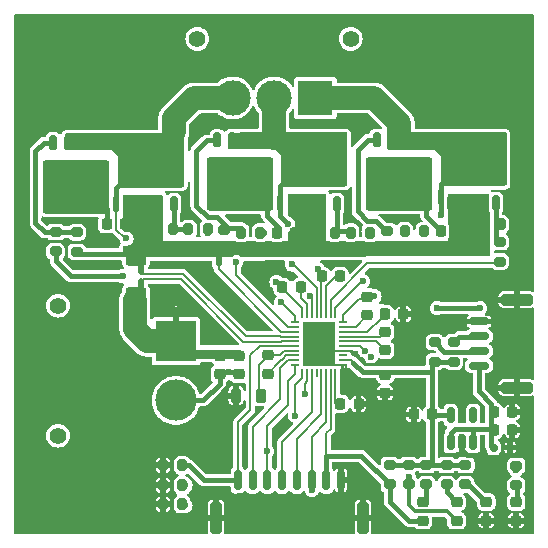
<source format=gbr>
%TF.GenerationSoftware,KiCad,Pcbnew,8.0.3+1*%
%TF.CreationDate,2024-07-16T12:47:32+00:00*%
%TF.ProjectId,TFESC02,54464553-4330-4322-9e6b-696361645f70,rev?*%
%TF.SameCoordinates,Original*%
%TF.FileFunction,Copper,L1,Top*%
%TF.FilePolarity,Positive*%
%FSLAX46Y46*%
G04 Gerber Fmt 4.6, Leading zero omitted, Abs format (unit mm)*
G04 Created by KiCad (PCBNEW 8.0.3+1) date 2024-07-16 12:47:32*
%MOMM*%
%LPD*%
G01*
G04 APERTURE LIST*
G04 Aperture macros list*
%AMRoundRect*
0 Rectangle with rounded corners*
0 $1 Rounding radius*
0 $2 $3 $4 $5 $6 $7 $8 $9 X,Y pos of 4 corners*
0 Add a 4 corners polygon primitive as box body*
4,1,4,$2,$3,$4,$5,$6,$7,$8,$9,$2,$3,0*
0 Add four circle primitives for the rounded corners*
1,1,$1+$1,$2,$3*
1,1,$1+$1,$4,$5*
1,1,$1+$1,$6,$7*
1,1,$1+$1,$8,$9*
0 Add four rect primitives between the rounded corners*
20,1,$1+$1,$2,$3,$4,$5,0*
20,1,$1+$1,$4,$5,$6,$7,0*
20,1,$1+$1,$6,$7,$8,$9,0*
20,1,$1+$1,$8,$9,$2,$3,0*%
G04 Aperture macros list end*
%TA.AperFunction,EtchedComponent*%
%ADD10C,0.000000*%
%TD*%
%TA.AperFunction,SMDPad,CuDef*%
%ADD11RoundRect,0.225000X0.250000X-0.225000X0.250000X0.225000X-0.250000X0.225000X-0.250000X-0.225000X0*%
%TD*%
%TA.AperFunction,SMDPad,CuDef*%
%ADD12C,0.500000*%
%TD*%
%TA.AperFunction,ComponentPad*%
%ADD13C,1.400000*%
%TD*%
%TA.AperFunction,ComponentPad*%
%ADD14R,3.000000X3.000000*%
%TD*%
%TA.AperFunction,ComponentPad*%
%ADD15C,3.000000*%
%TD*%
%TA.AperFunction,SMDPad,CuDef*%
%ADD16RoundRect,0.225000X0.225000X0.250000X-0.225000X0.250000X-0.225000X-0.250000X0.225000X-0.250000X0*%
%TD*%
%TA.AperFunction,SMDPad,CuDef*%
%ADD17RoundRect,0.200000X0.200000X0.275000X-0.200000X0.275000X-0.200000X-0.275000X0.200000X-0.275000X0*%
%TD*%
%TA.AperFunction,SMDPad,CuDef*%
%ADD18RoundRect,0.100000X0.205000X0.535000X-0.205000X0.535000X-0.205000X-0.535000X0.205000X-0.535000X0*%
%TD*%
%TA.AperFunction,HeatsinkPad*%
%ADD19RoundRect,0.200000X2.600000X2.050000X-2.600000X2.050000X-2.600000X-2.050000X2.600000X-2.050000X0*%
%TD*%
%TA.AperFunction,SMDPad,CuDef*%
%ADD20RoundRect,0.150000X0.700000X-0.150000X0.700000X0.150000X-0.700000X0.150000X-0.700000X-0.150000X0*%
%TD*%
%TA.AperFunction,SMDPad,CuDef*%
%ADD21RoundRect,0.250000X1.100000X-0.250000X1.100000X0.250000X-1.100000X0.250000X-1.100000X-0.250000X0*%
%TD*%
%TA.AperFunction,SMDPad,CuDef*%
%ADD22RoundRect,0.200000X-0.275000X0.200000X-0.275000X-0.200000X0.275000X-0.200000X0.275000X0.200000X0*%
%TD*%
%TA.AperFunction,SMDPad,CuDef*%
%ADD23RoundRect,0.225000X-0.225000X-0.250000X0.225000X-0.250000X0.225000X0.250000X-0.225000X0.250000X0*%
%TD*%
%TA.AperFunction,SMDPad,CuDef*%
%ADD24R,0.800000X0.200000*%
%TD*%
%TA.AperFunction,SMDPad,CuDef*%
%ADD25R,0.200000X0.800000*%
%TD*%
%TA.AperFunction,SMDPad,CuDef*%
%ADD26R,2.800000X3.800000*%
%TD*%
%TA.AperFunction,SMDPad,CuDef*%
%ADD27RoundRect,0.218750X0.256250X-0.218750X0.256250X0.218750X-0.256250X0.218750X-0.256250X-0.218750X0*%
%TD*%
%TA.AperFunction,SMDPad,CuDef*%
%ADD28RoundRect,0.200000X0.275000X-0.200000X0.275000X0.200000X-0.275000X0.200000X-0.275000X-0.200000X0*%
%TD*%
%TA.AperFunction,ComponentPad*%
%ADD29R,3.500000X3.500000*%
%TD*%
%TA.AperFunction,ComponentPad*%
%ADD30C,3.500000*%
%TD*%
%TA.AperFunction,SMDPad,CuDef*%
%ADD31RoundRect,0.250000X-0.625000X0.312500X-0.625000X-0.312500X0.625000X-0.312500X0.625000X0.312500X0*%
%TD*%
%TA.AperFunction,SMDPad,CuDef*%
%ADD32RoundRect,0.225000X-0.250000X0.225000X-0.250000X-0.225000X0.250000X-0.225000X0.250000X0.225000X0*%
%TD*%
%TA.AperFunction,SMDPad,CuDef*%
%ADD33RoundRect,0.100000X-0.205000X-0.535000X0.205000X-0.535000X0.205000X0.535000X-0.205000X0.535000X0*%
%TD*%
%TA.AperFunction,HeatsinkPad*%
%ADD34RoundRect,0.200000X-2.600000X-2.050000X2.600000X-2.050000X2.600000X2.050000X-2.600000X2.050000X0*%
%TD*%
%TA.AperFunction,SMDPad,CuDef*%
%ADD35RoundRect,0.150000X0.150000X-0.512500X0.150000X0.512500X-0.150000X0.512500X-0.150000X-0.512500X0*%
%TD*%
%TA.AperFunction,SMDPad,CuDef*%
%ADD36RoundRect,0.150000X-0.150000X-0.700000X0.150000X-0.700000X0.150000X0.700000X-0.150000X0.700000X0*%
%TD*%
%TA.AperFunction,SMDPad,CuDef*%
%ADD37RoundRect,0.250000X-0.250000X-1.100000X0.250000X-1.100000X0.250000X1.100000X-0.250000X1.100000X0*%
%TD*%
%TA.AperFunction,SMDPad,CuDef*%
%ADD38RoundRect,0.150000X0.150000X0.200000X-0.150000X0.200000X-0.150000X-0.200000X0.150000X-0.200000X0*%
%TD*%
%TA.AperFunction,SMDPad,CuDef*%
%ADD39RoundRect,0.218750X0.218750X0.381250X-0.218750X0.381250X-0.218750X-0.381250X0.218750X-0.381250X0*%
%TD*%
%TA.AperFunction,ViaPad*%
%ADD40C,0.600000*%
%TD*%
%TA.AperFunction,Conductor*%
%ADD41C,0.400000*%
%TD*%
%TA.AperFunction,Conductor*%
%ADD42C,0.200000*%
%TD*%
%TA.AperFunction,Conductor*%
%ADD43C,2.000000*%
%TD*%
%TA.AperFunction,Conductor*%
%ADD44C,0.800000*%
%TD*%
%TA.AperFunction,Conductor*%
%ADD45C,0.300000*%
%TD*%
G04 APERTURE END LIST*
D10*
%TA.AperFunction,EtchedComponent*%
%TO.C,NT1*%
G36*
X137450000Y-131200000D02*
G01*
X136950000Y-131200000D01*
X136950000Y-130200000D01*
X137450000Y-130200000D01*
X137450000Y-131200000D01*
G37*
%TD.AperFunction*%
%TA.AperFunction,EtchedComponent*%
%TO.C,NT7*%
G36*
X132350000Y-121600000D02*
G01*
X131850000Y-121600000D01*
X131850000Y-120600000D01*
X132350000Y-120600000D01*
X132350000Y-121600000D01*
G37*
%TD.AperFunction*%
%TA.AperFunction,EtchedComponent*%
%TO.C,NT5*%
G36*
X159850000Y-121000000D02*
G01*
X159350000Y-121000000D01*
X159350000Y-120000000D01*
X159850000Y-120000000D01*
X159850000Y-121000000D01*
G37*
%TD.AperFunction*%
%TA.AperFunction,EtchedComponent*%
%TO.C,NT3*%
G36*
X134450000Y-126800000D02*
G01*
X133950000Y-126800000D01*
X133950000Y-125800000D01*
X134450000Y-125800000D01*
X134450000Y-126800000D01*
G37*
%TD.AperFunction*%
%TA.AperFunction,EtchedComponent*%
%TO.C,NT2*%
G36*
X141050000Y-126200000D02*
G01*
X140550000Y-126200000D01*
X140550000Y-125200000D01*
X141050000Y-125200000D01*
X141050000Y-126200000D01*
G37*
%TD.AperFunction*%
%TA.AperFunction,EtchedComponent*%
%TO.C,NT4*%
G36*
X134450000Y-128600000D02*
G01*
X133950000Y-128600000D01*
X133950000Y-127600000D01*
X134450000Y-127600000D01*
X134450000Y-128600000D01*
G37*
%TD.AperFunction*%
%TA.AperFunction,EtchedComponent*%
%TO.C,NT6*%
G36*
X146250000Y-121500000D02*
G01*
X145750000Y-121500000D01*
X145750000Y-120500000D01*
X146250000Y-120500000D01*
X146250000Y-121500000D01*
G37*
%TD.AperFunction*%
%TD*%
D11*
%TO.P,C10,1*%
%TO.N,Net-(IC1-BSTA)*%
X153400000Y-130500000D03*
%TO.P,C10,2*%
%TO.N,/SHA*%
X153400000Y-128950000D03*
%TD*%
D12*
%TO.P,NT1,1,1*%
%TO.N,GNDPWR*%
X137200000Y-131200000D03*
%TO.P,NT1,2,2*%
%TO.N,GNDD*%
X137200000Y-130200000D03*
%TD*%
D13*
%TO.P,J5,*%
%TO.N,*%
X139000000Y-107100000D03*
X152000000Y-107100000D03*
D14*
%TO.P,J5,1,A*%
%TO.N,/OUT_A*%
X149000000Y-112100000D03*
D15*
%TO.P,J5,2,B*%
%TO.N,/OUT_B*%
X145500000Y-112100000D03*
%TO.P,J5,3,C*%
%TO.N,/OUT_C*%
X142000000Y-112100000D03*
%TD*%
D16*
%TO.P,C11,1*%
%TO.N,Net-(IC1-BSTB)*%
X151075000Y-127200000D03*
%TO.P,C11,2*%
%TO.N,/SHB*%
X149525000Y-127200000D03*
%TD*%
D17*
%TO.P,R13,1*%
%TO.N,/GLB*%
X153625000Y-123500000D03*
%TO.P,R13,2*%
%TO.N,Net-(Q4-G)*%
X151975000Y-123500000D03*
%TD*%
D18*
%TO.P,Q5,1,S*%
%TO.N,/OUT_C*%
X130605000Y-115900000D03*
X129335000Y-115900000D03*
X128065000Y-115900000D03*
%TO.P,Q5,2,G*%
%TO.N,Net-(Q5-G)*%
X126795000Y-115900000D03*
D19*
%TO.P,Q5,3,D*%
%TO.N,VDDPWR*%
X128700000Y-119608400D03*
%TD*%
D20*
%TO.P,J1,1*%
%TO.N,+5V_FMU*%
X162850000Y-134775000D03*
%TO.P,J1,2*%
%TO.N,/SCL*%
X162850000Y-133525000D03*
%TO.P,J1,3*%
%TO.N,/SDA*%
X162850000Y-132275000D03*
%TO.P,J1,4*%
%TO.N,GNDD*%
X162850000Y-131025000D03*
D21*
%TO.P,J1,MP*%
X166050000Y-136625000D03*
X166050000Y-129175000D03*
%TD*%
D16*
%TO.P,C12,1*%
%TO.N,Net-(IC1-BSTC)*%
X147750000Y-128100000D03*
%TO.P,C12,2*%
%TO.N,/SHC*%
X146200000Y-128100000D03*
%TD*%
D12*
%TO.P,NT7,1,1*%
%TO.N,/SHC*%
X132100000Y-121600000D03*
%TO.P,NT7,2,2*%
%TO.N,/OUT_C*%
X132100000Y-120600000D03*
%TD*%
D22*
%TO.P,R5,1*%
%TO.N,+3V3*%
X160100000Y-143175000D03*
%TO.P,R5,2*%
%TO.N,Net-(D4-A)*%
X160100000Y-144825000D03*
%TD*%
D17*
%TO.P,R6,1*%
%TO.N,/DIR*%
X137725000Y-144900000D03*
%TO.P,R6,2*%
%TO.N,GNDD*%
X136075000Y-144900000D03*
%TD*%
D23*
%TO.P,C2,1*%
%TO.N,+5V_FMU*%
X164125000Y-140200000D03*
%TO.P,C2,2*%
%TO.N,GNDD*%
X165675000Y-140200000D03*
%TD*%
D11*
%TO.P,C13,1*%
%TO.N,Net-(IC1-AVDD)*%
X145000000Y-135450000D03*
%TO.P,C13,2*%
%TO.N,Net-(IC1-AGND)*%
X145000000Y-133900000D03*
%TD*%
D18*
%TO.P,Q1,1,S*%
%TO.N,/OUT_A*%
X158005000Y-115638300D03*
X156735000Y-115638300D03*
X155465000Y-115638300D03*
%TO.P,Q1,2,G*%
%TO.N,Net-(Q1-G)*%
X154195000Y-115638300D03*
D19*
%TO.P,Q1,3,D*%
%TO.N,VDDPWR*%
X156100000Y-119346700D03*
%TD*%
D22*
%TO.P,R7,1*%
%TO.N,+3V3*%
X155300000Y-143175000D03*
%TO.P,R7,2*%
%TO.N,/#FAULT*%
X155300000Y-144825000D03*
%TD*%
D24*
%TO.P,IC1,1,DGND*%
%TO.N,GNDD*%
X151300000Y-134700000D03*
%TO.P,IC1,2,VREG*%
%TO.N,+3V3*%
X151300000Y-134300000D03*
%TO.P,IC1,3,GCTRL*%
%TO.N,unconnected-(IC1-GCTRL-Pad3)*%
X151300000Y-133900000D03*
%TO.P,IC1,4,GND_1*%
%TO.N,GNDD*%
X151300000Y-133500000D03*
%TO.P,IC1,5,PVDD*%
%TO.N,VDDPWR*%
X151300000Y-133100000D03*
%TO.P,IC1,6,CPL*%
%TO.N,/CPL*%
X151300000Y-132700000D03*
%TO.P,IC1,7,CPH*%
%TO.N,/CPH*%
X151300000Y-132300000D03*
%TO.P,IC1,8,GVDD*%
%TO.N,/GVDD*%
X151300000Y-131900000D03*
%TO.P,IC1,9,BSTA*%
%TO.N,Net-(IC1-BSTA)*%
X151300000Y-131500000D03*
%TO.P,IC1,10,SHA*%
%TO.N,/SHA*%
X151300000Y-131100000D03*
D25*
%TO.P,IC1,11,GHA*%
%TO.N,/GHA*%
X150700000Y-130400000D03*
%TO.P,IC1,12,GLA*%
%TO.N,/GLA*%
X150300000Y-130400000D03*
%TO.P,IC1,13,BSTB*%
%TO.N,Net-(IC1-BSTB)*%
X149900000Y-130400000D03*
%TO.P,IC1,14,SHB*%
%TO.N,/SHB*%
X149500000Y-130400000D03*
%TO.P,IC1,15,GHB*%
%TO.N,/GHB*%
X149100000Y-130400000D03*
%TO.P,IC1,16,GLB*%
%TO.N,/GLB*%
X148700000Y-130400000D03*
%TO.P,IC1,17,BSTC*%
%TO.N,Net-(IC1-BSTC)*%
X148300000Y-130400000D03*
%TO.P,IC1,18,SHC*%
%TO.N,/SHC*%
X147900000Y-130400000D03*
D24*
%TO.P,IC1,19,GHC*%
%TO.N,/GHC*%
X147300000Y-131100000D03*
%TO.P,IC1,20,GLC*%
%TO.N,/GLC*%
X147300000Y-131500000D03*
%TO.P,IC1,21,LSS*%
%TO.N,/LSS*%
X147300000Y-131900000D03*
%TO.P,IC1,22,SP*%
%TO.N,/SP*%
X147300000Y-132300000D03*
%TO.P,IC1,23,SN*%
%TO.N,/SN*%
X147300000Y-132700000D03*
%TO.P,IC1,24,DRVOFF*%
%TO.N,/DRVOFF*%
X147300000Y-133100000D03*
%TO.P,IC1,25,AGND*%
%TO.N,Net-(IC1-AGND)*%
X147300000Y-133500000D03*
%TO.P,IC1,26,AVDD*%
%TO.N,Net-(IC1-AVDD)*%
X147300000Y-133900000D03*
%TO.P,IC1,27,SPEED/WAKE*%
%TO.N,/SPEED*%
X147300000Y-134300000D03*
%TO.P,IC1,28,FG*%
%TO.N,/FG*%
X147300000Y-134700000D03*
D25*
%TO.P,IC1,29,SDA*%
%TO.N,/SDA*%
X147900000Y-135400000D03*
%TO.P,IC1,30,SCL*%
%TO.N,/SCL*%
X148300000Y-135400000D03*
%TO.P,IC1,31,DIR*%
%TO.N,/DIR*%
X148700000Y-135400000D03*
%TO.P,IC1,32,EXT_CLK*%
%TO.N,unconnected-(IC1-EXT_CLK-Pad32)*%
X149100000Y-135400000D03*
%TO.P,IC1,33,DACOUT/SOX/SPEED_ANA*%
%TO.N,/MPIO*%
X149500000Y-135400000D03*
%TO.P,IC1,34,BRAKE*%
%TO.N,/BRAKE*%
X149900000Y-135400000D03*
%TO.P,IC1,35,NFAULT*%
%TO.N,/#FAULT*%
X150300000Y-135400000D03*
%TO.P,IC1,36,DVDD*%
%TO.N,/DVDD*%
X150700000Y-135400000D03*
D26*
%TO.P,IC1,37,GND_2*%
%TO.N,GNDD*%
X149300000Y-132900000D03*
%TD*%
D17*
%TO.P,R12,1*%
%TO.N,/GHB*%
X144350000Y-123500000D03*
%TO.P,R12,2*%
%TO.N,Net-(Q3-G)*%
X142700000Y-123500000D03*
%TD*%
D27*
%TO.P,D2,1,K*%
%TO.N,GNDD*%
X163473332Y-147887500D03*
%TO.P,D2,2,A*%
%TO.N,Net-(D2-A)*%
X163473332Y-146312500D03*
%TD*%
D12*
%TO.P,NT5,1,1*%
%TO.N,/SHA*%
X159600000Y-121000000D03*
%TO.P,NT5,2,2*%
%TO.N,/OUT_A*%
X159600000Y-120000000D03*
%TD*%
D23*
%TO.P,C16,1*%
%TO.N,VDDPWR*%
X159600000Y-123400000D03*
%TO.P,C16,2*%
%TO.N,GND_FET*%
X161150000Y-123400000D03*
%TD*%
D28*
%TO.P,R16,1*%
%TO.N,+3V3*%
X159100000Y-134425000D03*
%TO.P,R16,2*%
%TO.N,/SCL*%
X159100000Y-132775000D03*
%TD*%
D17*
%TO.P,R8,1*%
%TO.N,/BRAKE*%
X137725000Y-146500000D03*
%TO.P,R8,2*%
%TO.N,GNDD*%
X136075000Y-146500000D03*
%TD*%
D12*
%TO.P,NT3,1,1*%
%TO.N,/SP*%
X134200000Y-126800000D03*
%TO.P,NT3,2,2*%
%TO.N,GND_FET*%
X134200000Y-125800000D03*
%TD*%
D18*
%TO.P,Q3,1,S*%
%TO.N,/OUT_B*%
X144505000Y-115700000D03*
X143235000Y-115700000D03*
X141965000Y-115700000D03*
%TO.P,Q3,2,G*%
%TO.N,Net-(Q3-G)*%
X140695000Y-115700000D03*
D19*
%TO.P,Q3,3,D*%
%TO.N,VDDPWR*%
X142600000Y-119408400D03*
%TD*%
D22*
%TO.P,R9,1*%
%TO.N,+3V3*%
X158400000Y-143175000D03*
%TO.P,R9,2*%
%TO.N,Net-(D5-A)*%
X158400000Y-144825000D03*
%TD*%
%TO.P,R3,1*%
%TO.N,+3V3*%
X156900000Y-143175000D03*
%TO.P,R3,2*%
%TO.N,/FG*%
X156900000Y-144825000D03*
%TD*%
D13*
%TO.P,J3,*%
%TO.N,*%
X127200000Y-140700000D03*
X127200000Y-129700000D03*
D29*
%TO.P,J3,1,-*%
%TO.N,GNDPWR*%
X137200000Y-132700000D03*
D30*
%TO.P,J3,2,+*%
%TO.N,VDDPWR*%
X137200000Y-137700000D03*
%TD*%
D11*
%TO.P,C6,1*%
%TO.N,VDDPWR*%
X142500000Y-135500000D03*
%TO.P,C6,2*%
%TO.N,GNDPWR*%
X142500000Y-133950000D03*
%TD*%
D22*
%TO.P,R22,1*%
%TO.N,Net-(Q5-G)*%
X128800000Y-123475000D03*
%TO.P,R22,2*%
%TO.N,GND_FET*%
X128800000Y-125125000D03*
%TD*%
D23*
%TO.P,C9,1*%
%TO.N,/DVDD*%
X151100000Y-138000000D03*
%TO.P,C9,2*%
%TO.N,GNDD*%
X152650000Y-138000000D03*
%TD*%
D31*
%TO.P,R_SENSE1,1*%
%TO.N,GND_FET*%
X133800000Y-125737500D03*
%TO.P,R_SENSE1,2*%
%TO.N,GNDPWR*%
X133800000Y-128662500D03*
%TD*%
D22*
%TO.P,R19,1*%
%TO.N,Net-(Q3-G)*%
X141300000Y-123300000D03*
%TO.P,R19,2*%
%TO.N,GND_FET*%
X141300000Y-124950000D03*
%TD*%
D28*
%TO.P,R17,1*%
%TO.N,+3V3*%
X160700000Y-134425000D03*
%TO.P,R17,2*%
%TO.N,/SDA*%
X160700000Y-132775000D03*
%TD*%
%TO.P,R14,1*%
%TO.N,/GHC*%
X127000000Y-125100000D03*
%TO.P,R14,2*%
%TO.N,Net-(Q5-G)*%
X127000000Y-123450000D03*
%TD*%
D32*
%TO.P,C7,1*%
%TO.N,+3V3*%
X154900000Y-135525000D03*
%TO.P,C7,2*%
%TO.N,GNDD*%
X154900000Y-137075000D03*
%TD*%
D23*
%TO.P,C14,1*%
%TO.N,VDDPWR*%
X145750000Y-123500000D03*
%TO.P,C14,2*%
%TO.N,GND_FET*%
X147300000Y-123500000D03*
%TD*%
D27*
%TO.P,D4,1,K*%
%TO.N,/FG*%
X160946666Y-147887500D03*
%TO.P,D4,2,A*%
%TO.N,Net-(D4-A)*%
X160946666Y-146312500D03*
%TD*%
D23*
%TO.P,C1,1*%
%TO.N,+5V_FMU*%
X164125000Y-138700000D03*
%TO.P,C1,2*%
%TO.N,GNDD*%
X165675000Y-138700000D03*
%TD*%
D17*
%TO.P,R21,1*%
%TO.N,Net-(Q2-G)*%
X164700000Y-122800000D03*
%TO.P,R21,2*%
%TO.N,GND_FET*%
X163050000Y-122800000D03*
%TD*%
%TO.P,R18,1*%
%TO.N,Net-(Q4-G)*%
X150625000Y-123500000D03*
%TO.P,R18,2*%
%TO.N,GND_FET*%
X148975000Y-123500000D03*
%TD*%
%TO.P,R10,1*%
%TO.N,/GHA*%
X158200000Y-123400000D03*
%TO.P,R10,2*%
%TO.N,Net-(Q1-G)*%
X156550000Y-123400000D03*
%TD*%
D11*
%TO.P,C3,1*%
%TO.N,VDDPWR*%
X140900000Y-135500000D03*
%TO.P,C3,2*%
%TO.N,GNDPWR*%
X140900000Y-133950000D03*
%TD*%
D33*
%TO.P,Q2,1,S*%
%TO.N,GND_FET*%
X160495000Y-121015000D03*
X161765000Y-121015000D03*
X163035000Y-121015000D03*
%TO.P,Q2,2,G*%
%TO.N,Net-(Q2-G)*%
X164305000Y-121015000D03*
D34*
%TO.P,Q2,3,D*%
%TO.N,/OUT_A*%
X162400000Y-117306600D03*
%TD*%
D33*
%TO.P,Q4,1,S*%
%TO.N,GND_FET*%
X146995000Y-121061700D03*
X148265000Y-121061700D03*
X149535000Y-121061700D03*
%TO.P,Q4,2,G*%
%TO.N,Net-(Q4-G)*%
X150805000Y-121061700D03*
D34*
%TO.P,Q4,3,D*%
%TO.N,/OUT_B*%
X148900000Y-117353300D03*
%TD*%
D22*
%TO.P,R1,1*%
%TO.N,VDDPWR*%
X166000000Y-143250000D03*
%TO.P,R1,2*%
%TO.N,Net-(D1-A)*%
X166000000Y-144900000D03*
%TD*%
D35*
%TO.P,U1,1,VIN*%
%TO.N,+5V_FMU*%
X160450000Y-141237500D03*
%TO.P,U1,2,GND*%
%TO.N,GNDD*%
X161400000Y-141237500D03*
%TO.P,U1,3,EN*%
%TO.N,+5V_FMU*%
X162350000Y-141237500D03*
%TO.P,U1,4,NC*%
%TO.N,unconnected-(U1-NC-Pad4)*%
X162350000Y-138962500D03*
%TO.P,U1,5,VOUT*%
%TO.N,+3V3*%
X160450000Y-138962500D03*
%TD*%
D27*
%TO.P,D5,1,K*%
%TO.N,/#FAULT*%
X158100000Y-147887500D03*
%TO.P,D5,2,A*%
%TO.N,Net-(D5-A)*%
X158100000Y-146312500D03*
%TD*%
D23*
%TO.P,C15,1*%
%TO.N,VDDPWR*%
X131325000Y-122800000D03*
%TO.P,C15,2*%
%TO.N,GND_FET*%
X132875000Y-122800000D03*
%TD*%
%TO.P,C8,1*%
%TO.N,/GVDD*%
X154900000Y-130400000D03*
%TO.P,C8,2*%
%TO.N,GNDD*%
X156450000Y-130400000D03*
%TD*%
D17*
%TO.P,R15,1*%
%TO.N,/GLC*%
X139900000Y-123200000D03*
%TO.P,R15,2*%
%TO.N,Net-(Q6-G)*%
X138250000Y-123200000D03*
%TD*%
D12*
%TO.P,NT2,1,1*%
%TO.N,/LSS*%
X140800000Y-126200000D03*
%TO.P,NT2,2,2*%
%TO.N,GND_FET*%
X140800000Y-125200000D03*
%TD*%
D22*
%TO.P,R2,1*%
%TO.N,+3V3*%
X161700000Y-143175000D03*
%TO.P,R2,2*%
%TO.N,Net-(D2-A)*%
X161700000Y-144825000D03*
%TD*%
D33*
%TO.P,Q6,1,S*%
%TO.N,GND_FET*%
X133195000Y-121108400D03*
X134465000Y-121108400D03*
X135735000Y-121108400D03*
%TO.P,Q6,2,G*%
%TO.N,Net-(Q6-G)*%
X137005000Y-121108400D03*
D34*
%TO.P,Q6,3,D*%
%TO.N,/OUT_C*%
X135100000Y-117400000D03*
%TD*%
D36*
%TO.P,J4,1*%
%TO.N,/DRVOFF*%
X142425000Y-144450000D03*
%TO.P,J4,2*%
%TO.N,/SPEED*%
X143675000Y-144450000D03*
%TO.P,J4,3*%
%TO.N,/FG*%
X144925000Y-144450000D03*
%TO.P,J4,4*%
%TO.N,/DIR*%
X146175000Y-144450000D03*
%TO.P,J4,5*%
%TO.N,/MPIO*%
X147425000Y-144450000D03*
%TO.P,J4,6*%
%TO.N,/BRAKE*%
X148675000Y-144450000D03*
%TO.P,J4,7*%
%TO.N,/#FAULT*%
X149925000Y-144450000D03*
%TO.P,J4,8*%
%TO.N,GNDD*%
X151175000Y-144450000D03*
D37*
%TO.P,J4,MP*%
X140575000Y-147650000D03*
X153025000Y-147650000D03*
%TD*%
D38*
%TO.P,D3,1,K*%
%TO.N,+5V_FMU*%
X164100000Y-141700000D03*
%TO.P,D3,2,A*%
%TO.N,GNDD*%
X165500000Y-141700000D03*
%TD*%
D17*
%TO.P,R23,1*%
%TO.N,Net-(Q6-G)*%
X136900000Y-123200000D03*
%TO.P,R23,2*%
%TO.N,GND_FET*%
X135250000Y-123200000D03*
%TD*%
D12*
%TO.P,NT4,1,1*%
%TO.N,/SN*%
X134200000Y-127600000D03*
%TO.P,NT4,2,2*%
%TO.N,GNDPWR*%
X134200000Y-128600000D03*
%TD*%
D27*
%TO.P,D1,1,K*%
%TO.N,GNDD*%
X166000000Y-147887500D03*
%TO.P,D1,2,A*%
%TO.N,Net-(D1-A)*%
X166000000Y-146312500D03*
%TD*%
D28*
%TO.P,R11,1*%
%TO.N,/GLA*%
X164600000Y-125950000D03*
%TO.P,R11,2*%
%TO.N,Net-(Q2-G)*%
X164600000Y-124300000D03*
%TD*%
D22*
%TO.P,R20,1*%
%TO.N,Net-(Q1-G)*%
X155100000Y-123375000D03*
%TO.P,R20,2*%
%TO.N,GND_FET*%
X155100000Y-125025000D03*
%TD*%
D17*
%TO.P,R4,1*%
%TO.N,/DRVOFF*%
X137725000Y-143200000D03*
%TO.P,R4,2*%
%TO.N,GNDD*%
X136075000Y-143200000D03*
%TD*%
D32*
%TO.P,C4,1*%
%TO.N,/CPH*%
X154900000Y-131900000D03*
%TO.P,C4,2*%
%TO.N,/CPL*%
X154900000Y-133450000D03*
%TD*%
D39*
%TO.P,L1,1*%
%TO.N,Net-(IC1-AGND)*%
X144400000Y-137300000D03*
%TO.P,L1,2*%
%TO.N,GNDD*%
X142275000Y-137300000D03*
%TD*%
D16*
%TO.P,C5,1*%
%TO.N,+3V3*%
X158875000Y-138900000D03*
%TO.P,C5,2*%
%TO.N,GNDD*%
X157325000Y-138900000D03*
%TD*%
D12*
%TO.P,NT6,1,1*%
%TO.N,/SHB*%
X146000000Y-121500000D03*
%TO.P,NT6,2,2*%
%TO.N,/OUT_B*%
X146000000Y-120500000D03*
%TD*%
D40*
%TO.N,VDDPWR*%
X143400000Y-119375000D03*
X127166668Y-120375000D03*
X130233332Y-119550000D03*
X141700000Y-135300000D03*
X141100000Y-117725000D03*
X131000002Y-120375000D03*
X130233332Y-118725000D03*
X127166668Y-119550000D03*
X156833330Y-117725000D03*
X157599996Y-117725000D03*
X127933334Y-121200000D03*
X129466666Y-118725000D03*
X127166666Y-117900000D03*
X128700000Y-119550000D03*
X144166666Y-120200000D03*
X162948529Y-129900000D03*
X144166666Y-118550000D03*
X144933334Y-117725000D03*
X143400000Y-120200000D03*
X142633334Y-120200000D03*
X154533334Y-118550000D03*
X130233332Y-121200000D03*
X158366668Y-121025000D03*
X153766668Y-119375000D03*
X166000000Y-143600000D03*
X140333336Y-119375000D03*
X142633334Y-121025000D03*
X130233330Y-117900000D03*
X127933334Y-120375000D03*
X141100002Y-118550000D03*
X126400002Y-121200000D03*
X129466666Y-119550000D03*
X153766666Y-117725000D03*
X158366666Y-117725000D03*
X126400002Y-120375000D03*
X158366668Y-120200000D03*
X154533332Y-117725000D03*
X156066666Y-121025000D03*
X157599998Y-120200000D03*
X128700000Y-120375000D03*
X141100002Y-120200000D03*
X155300000Y-119375000D03*
X157599998Y-119375000D03*
X156066664Y-117725000D03*
X142633334Y-119375000D03*
X156833332Y-119375000D03*
X127933334Y-119550000D03*
X153694976Y-133994976D03*
X141866668Y-119375000D03*
X153766668Y-121025000D03*
X126400002Y-119550000D03*
X141866668Y-121025000D03*
X140333336Y-121025000D03*
X154533334Y-121025000D03*
X155300000Y-118550000D03*
X158366668Y-118550000D03*
X126400002Y-118725000D03*
X153766668Y-120200000D03*
X156833332Y-120200000D03*
X142633332Y-117725000D03*
X154533334Y-119375000D03*
X129466666Y-121200000D03*
X156833332Y-118550000D03*
X155300000Y-121025000D03*
X128699998Y-117900000D03*
X127933332Y-117900000D03*
X141866668Y-120200000D03*
X143399998Y-117725000D03*
X141100002Y-119375000D03*
X129466666Y-120375000D03*
X158366668Y-119375000D03*
X127166668Y-118725000D03*
X131000000Y-117900000D03*
X157599998Y-121025000D03*
X140333334Y-117725000D03*
X128700000Y-118725000D03*
X131000002Y-121200000D03*
X156066666Y-118550000D03*
X144166666Y-119375000D03*
X140333336Y-120200000D03*
X144933336Y-119375000D03*
X144933336Y-121025000D03*
X127933334Y-118725000D03*
X140333336Y-118550000D03*
X155300000Y-120200000D03*
X157599998Y-118550000D03*
X144166666Y-121025000D03*
X156066666Y-119375000D03*
X131000002Y-118725000D03*
X129466664Y-117900000D03*
X141866666Y-117725000D03*
X131000002Y-119550000D03*
X154533334Y-120200000D03*
X153766668Y-118550000D03*
X128700000Y-121200000D03*
X143400000Y-121025000D03*
X142633334Y-118550000D03*
X127166668Y-121200000D03*
X130233332Y-120375000D03*
X155299998Y-117725000D03*
X144166664Y-117725000D03*
X143400000Y-118550000D03*
X141100002Y-121025000D03*
X156833332Y-121025000D03*
X144933336Y-118550000D03*
X156066666Y-120200000D03*
X153200000Y-133500000D03*
X141866668Y-118550000D03*
X126400000Y-117900000D03*
X144933336Y-120200000D03*
X159300000Y-129900000D03*
%TO.N,GNDD*%
X149633332Y-132900000D03*
X143400000Y-126800000D03*
X139100000Y-126700000D03*
X165600000Y-136600000D03*
X142600000Y-145800000D03*
X138200000Y-130200000D03*
X153500000Y-136300000D03*
X141600000Y-132500000D03*
X135400000Y-130200000D03*
X139700000Y-138700000D03*
X128500000Y-132800000D03*
X159800000Y-131000000D03*
X154000000Y-138300000D03*
X128700000Y-128300000D03*
X134800000Y-139500000D03*
X144500000Y-131400000D03*
X157400000Y-136300000D03*
X141500000Y-147600000D03*
X163200000Y-131000000D03*
X139200000Y-130200000D03*
X155200000Y-134500000D03*
X140500000Y-148600000D03*
X130300000Y-137300000D03*
X153025000Y-147650000D03*
X150300000Y-132150000D03*
X155700000Y-138200000D03*
X148966666Y-134400000D03*
X148966666Y-133650000D03*
X149633332Y-134400000D03*
X126600000Y-136200000D03*
X140500000Y-147400000D03*
X150300000Y-131400000D03*
X150300000Y-133650000D03*
X163900000Y-129200000D03*
X136300000Y-130200000D03*
X134800000Y-135900000D03*
X156200000Y-132000000D03*
X133000000Y-134500000D03*
X139800000Y-132500000D03*
X140200000Y-127800000D03*
X148966666Y-131400000D03*
X165600000Y-129200000D03*
X139600000Y-136200000D03*
X149633332Y-131400000D03*
X153800000Y-139800000D03*
X148300000Y-133650000D03*
X163300000Y-144500000D03*
X149633332Y-133650000D03*
X132200000Y-132800000D03*
X156200000Y-134100000D03*
X148966666Y-132150000D03*
X156100000Y-139900000D03*
X126600000Y-127400000D03*
X152800000Y-136300000D03*
X137200000Y-130200000D03*
X163000000Y-142700000D03*
X148300000Y-132150000D03*
X131900000Y-128700000D03*
X128800000Y-126200000D03*
X153000000Y-146700000D03*
X150300000Y-134400000D03*
X166600000Y-136600000D03*
X148300000Y-131400000D03*
X166298925Y-129161171D03*
X148300000Y-134400000D03*
X161400000Y-140800000D03*
X139500000Y-147600000D03*
X141300000Y-139600000D03*
X160100000Y-137200000D03*
X161400000Y-142000000D03*
X149633332Y-132150000D03*
X148966666Y-132900000D03*
X150300000Y-132900000D03*
X153000000Y-148600000D03*
X148300000Y-132900000D03*
X143400000Y-131400000D03*
%TO.N,/SHA*%
X154000000Y-128900000D03*
X159600000Y-122000000D03*
%TO.N,/SHB*%
X146700001Y-122772152D03*
X149200000Y-126600000D03*
%TO.N,/SHC*%
X145700000Y-127700000D03*
X133000000Y-124000000D03*
%TO.N,/FG*%
X156900000Y-144200000D03*
X144925000Y-142000000D03*
%TO.N,/SDA*%
X147300000Y-139000000D03*
X160700000Y-132775000D03*
%TO.N,/SCL*%
X159100000Y-132775000D03*
X148100000Y-137200000D03*
%TO.N,/BRAKE*%
X138000000Y-146600000D03*
X148700000Y-145300000D03*
%TO.N,/DIR*%
X146200000Y-144800000D03*
X138000000Y-144900000D03*
%TO.N,/OUT_A*%
X160933334Y-118825000D03*
X163999998Y-118000000D03*
X163233332Y-117175000D03*
X163233332Y-118000000D03*
X160933334Y-116350000D03*
X161699998Y-115525000D03*
X163999998Y-117175000D03*
X160166668Y-118000000D03*
X160933334Y-117175000D03*
X164766668Y-116350000D03*
X160166668Y-116350000D03*
X164766668Y-118825000D03*
X162466666Y-116350000D03*
X163999998Y-116350000D03*
X162466666Y-118825000D03*
X162466666Y-118000000D03*
X163233332Y-116350000D03*
X164766666Y-115525000D03*
X160166668Y-117175000D03*
X164766668Y-118000000D03*
X160166666Y-115525000D03*
X163233332Y-118825000D03*
X160933334Y-118000000D03*
X161700000Y-117175000D03*
X163233330Y-115525000D03*
X164766668Y-117175000D03*
X161700000Y-118825000D03*
X160166668Y-118825000D03*
X161700000Y-118000000D03*
X162466664Y-115525000D03*
X160933332Y-115525000D03*
X161700000Y-116350000D03*
X163999996Y-115525000D03*
X162466666Y-117175000D03*
X163999998Y-118825000D03*
%TO.N,/OUT_B*%
X151166668Y-116550000D03*
X147333334Y-116550000D03*
X148099998Y-115725000D03*
X148100000Y-119025000D03*
X147333334Y-117375000D03*
X148100000Y-116550000D03*
X147333332Y-115725000D03*
X149633332Y-117375000D03*
X150399998Y-116550000D03*
X148866666Y-117375000D03*
X146566668Y-117375000D03*
X150399996Y-115725000D03*
X146566668Y-118200000D03*
X151166668Y-118200000D03*
X148866666Y-116550000D03*
X150399998Y-118200000D03*
X151166666Y-115725000D03*
X146566668Y-116550000D03*
X147333334Y-119025000D03*
X148866664Y-115725000D03*
X146566668Y-119025000D03*
X149633332Y-118200000D03*
X148100000Y-117375000D03*
X146566666Y-115725000D03*
X149633332Y-116550000D03*
X148866666Y-118200000D03*
X149633332Y-119025000D03*
X150399998Y-119025000D03*
X150399998Y-117375000D03*
X151166668Y-117375000D03*
X147333334Y-118200000D03*
X148100000Y-118200000D03*
X149633330Y-115725000D03*
X148866666Y-119025000D03*
X151166668Y-119025000D03*
%TO.N,/OUT_C*%
X137366668Y-117375000D03*
X135066666Y-119025000D03*
X134300000Y-117375000D03*
X135066666Y-116550000D03*
X137366666Y-115725000D03*
X135833332Y-118200000D03*
X135833332Y-117375000D03*
X133533334Y-117375000D03*
X135833332Y-119025000D03*
X132766668Y-116550000D03*
X133533334Y-118200000D03*
X137366668Y-116550000D03*
X134300000Y-119025000D03*
X136599998Y-119025000D03*
X136599996Y-115725000D03*
X134300000Y-118200000D03*
X137366668Y-119025000D03*
X133533332Y-115725000D03*
X137366668Y-118200000D03*
X135066666Y-117375000D03*
X135833332Y-116550000D03*
X133533334Y-119025000D03*
X132766668Y-118200000D03*
X132766668Y-119025000D03*
X135066664Y-115725000D03*
X133533334Y-116550000D03*
X136599998Y-116550000D03*
X134300000Y-116550000D03*
X135066666Y-118200000D03*
X132766666Y-115725000D03*
X136599998Y-118200000D03*
X132766668Y-117375000D03*
X135833330Y-115725000D03*
X136599998Y-117375000D03*
X134299998Y-115725000D03*
%TO.N,/GHA*%
X158025000Y-123400000D03*
X153000000Y-127600000D03*
%TO.N,/GHB*%
X147000000Y-126200000D03*
X144650000Y-123550000D03*
%TO.N,/GLB*%
X148500000Y-128900000D03*
X153500000Y-123400000D03*
%TO.N,/GHC*%
X146100000Y-129400000D03*
X132700000Y-127200000D03*
%TO.N,/GLC*%
X139900000Y-123500000D03*
X142300000Y-126000000D03*
%TD*%
D41*
%TO.N,+5V_FMU*%
X160800000Y-140100000D02*
X161500000Y-140100000D01*
X161500000Y-140100000D02*
X162400000Y-140100000D01*
X162400000Y-140100000D02*
X162350000Y-140150000D01*
X164100000Y-141800000D02*
X163900000Y-141600000D01*
X160450000Y-140450000D02*
X160800000Y-140100000D01*
X162350000Y-140150000D02*
X162350000Y-141237500D01*
X162400000Y-140100000D02*
X164025000Y-140100000D01*
X164025000Y-140100000D02*
X164125000Y-140200000D01*
X163900000Y-138000000D02*
X162850000Y-136950000D01*
X160450000Y-141237500D02*
X160450000Y-140450000D01*
X163900000Y-141600000D02*
X163900000Y-138000000D01*
X162850000Y-136950000D02*
X162850000Y-134775000D01*
D42*
%TO.N,VDDPWR*%
X151300000Y-133100000D02*
X152800000Y-133100000D01*
D41*
X142492894Y-135300000D02*
X142496447Y-135296447D01*
X159500000Y-123400000D02*
X159500000Y-123200000D01*
X162948529Y-129900000D02*
X159300000Y-129900000D01*
X140900000Y-136300000D02*
X139500000Y-137700000D01*
X131325000Y-121524998D02*
X131325000Y-122800000D01*
X131000002Y-121200000D02*
X131325000Y-121524998D01*
X140900000Y-135300000D02*
X142492894Y-135300000D01*
X158366668Y-122066668D02*
X158366668Y-121025000D01*
X144933336Y-121025000D02*
X144933336Y-122108336D01*
D42*
X152800000Y-133100000D02*
X153200000Y-133500000D01*
D41*
X144933336Y-122108336D02*
X145925000Y-123100000D01*
X141700000Y-135300000D02*
X140900000Y-135300000D01*
X140900000Y-135300000D02*
X140900000Y-136300000D01*
X139500000Y-137700000D02*
X137200000Y-137700000D01*
X159500000Y-123200000D02*
X158366668Y-122066668D01*
D43*
%TO.N,GNDPWR*%
X134750610Y-132700000D02*
X133700000Y-131649390D01*
X137200000Y-132700000D02*
X134750610Y-132700000D01*
X133700000Y-131649390D02*
X133700000Y-129200000D01*
D44*
X142500000Y-133750000D02*
X138250000Y-133750000D01*
D41*
X138250000Y-133750000D02*
X137200000Y-132700000D01*
D42*
%TO.N,/CPH*%
X151300000Y-132300000D02*
X154500000Y-132300000D01*
X154500000Y-132300000D02*
X154900000Y-131900000D01*
%TO.N,/CPL*%
X151300000Y-132700000D02*
X154150000Y-132700000D01*
X154150000Y-132700000D02*
X155150000Y-133700000D01*
D41*
%TO.N,+3V3*%
X158875000Y-138900000D02*
X158875000Y-142900000D01*
X158875000Y-134650000D02*
X159100000Y-134425000D01*
D42*
X152000000Y-134300000D02*
X152200000Y-134500000D01*
D41*
X155300000Y-143175000D02*
X161700000Y-143175000D01*
X159100000Y-134425000D02*
X160700000Y-134425000D01*
D42*
X151300000Y-134300000D02*
X152000000Y-134300000D01*
D41*
X158937500Y-138962500D02*
X158800000Y-138825000D01*
X158875000Y-138900000D02*
X158875000Y-134650000D01*
X160450000Y-138962500D02*
X158937500Y-138962500D01*
X152200000Y-134500000D02*
X153000000Y-135300000D01*
X153000000Y-135300000D02*
X158875000Y-135300000D01*
%TO.N,GNDD*%
X163000000Y-142800000D02*
X163000000Y-142800000D01*
X162900000Y-142700000D02*
X163000000Y-142700000D01*
X161400000Y-141237500D02*
X161400000Y-140800000D01*
D42*
X151300000Y-133500000D02*
X152125736Y-133500000D01*
D41*
X161400000Y-141899999D02*
X161400000Y-142000000D01*
X163000000Y-142700000D02*
X163000000Y-142800000D01*
D42*
X153225736Y-134600000D02*
X155100000Y-134600000D01*
X152125736Y-133500000D02*
X153225736Y-134600000D01*
D41*
X161400000Y-141899999D02*
X161400000Y-141899999D01*
X162500000Y-142300000D02*
X162900000Y-142700000D01*
X161400000Y-142000000D02*
X161500001Y-142000000D01*
X161800001Y-142300000D02*
X162500000Y-142300000D01*
D42*
X150600000Y-134700000D02*
X149300000Y-133400000D01*
D41*
X161500001Y-142000000D02*
X161800001Y-142300000D01*
D42*
X149300000Y-133400000D02*
X149300000Y-132900000D01*
X149900000Y-133500000D02*
X149300000Y-132900000D01*
D41*
X161400000Y-140800000D02*
X161400000Y-141899999D01*
D42*
X151300000Y-134700000D02*
X150600000Y-134700000D01*
X155100000Y-134600000D02*
X155200000Y-134500000D01*
X151600000Y-134700000D02*
X151600000Y-136100000D01*
X151300000Y-133500000D02*
X149900000Y-133500000D01*
X155300000Y-134600000D02*
X155200000Y-134500000D01*
%TO.N,/DVDD*%
X150700000Y-135400000D02*
X150700000Y-137900000D01*
%TO.N,Net-(IC1-BSTA)*%
X152400000Y-131500000D02*
X153400000Y-130500000D01*
X153400000Y-130500000D02*
X153400000Y-130400000D01*
X151300000Y-131500000D02*
X152400000Y-131500000D01*
D41*
%TO.N,/SHA*%
X159600000Y-122000000D02*
X159600000Y-121000000D01*
D42*
X151300000Y-130500000D02*
X151300000Y-131100000D01*
X153800000Y-129100000D02*
X152700000Y-129100000D01*
X152700000Y-129100000D02*
X151300000Y-130500000D01*
X154000000Y-128900000D02*
X153800000Y-129100000D01*
%TO.N,Net-(IC1-BSTB)*%
X150748696Y-127200000D02*
X151075000Y-127200000D01*
X149900000Y-128048696D02*
X150748696Y-127200000D01*
X149900000Y-130400000D02*
X149900000Y-128048696D01*
D41*
%TO.N,/SHB*%
X146700001Y-122772152D02*
X146000000Y-122072151D01*
X146000000Y-122072151D02*
X146000000Y-121500000D01*
D42*
X149500000Y-126900000D02*
X149500000Y-130400000D01*
X149200000Y-126600000D02*
X149500000Y-126900000D01*
%TO.N,Net-(IC1-BSTC)*%
X148300000Y-129548529D02*
X147775000Y-129023529D01*
X148300000Y-130400000D02*
X148300000Y-129548529D01*
X147775000Y-129023529D02*
X147775000Y-128100000D01*
%TO.N,/SHC*%
X132851304Y-124000000D02*
X132100000Y-123248696D01*
X132100000Y-123248696D02*
X132100000Y-121600000D01*
X133000000Y-124000000D02*
X132851304Y-124000000D01*
X147900000Y-129900000D02*
X147900000Y-130400000D01*
X145700000Y-127700000D02*
X147900000Y-129900000D01*
D41*
%TO.N,Net-(D1-A)*%
X166100000Y-144993750D02*
X166100000Y-146406250D01*
%TO.N,Net-(D2-A)*%
X163412500Y-146312500D02*
X161925000Y-144825000D01*
X161925000Y-144825000D02*
X161700000Y-144825000D01*
X163473332Y-146312500D02*
X163412500Y-146312500D01*
D42*
%TO.N,/FG*%
X147300000Y-135500000D02*
X146700000Y-136100000D01*
X146700000Y-138100000D02*
X144925000Y-139875000D01*
X146700000Y-136100000D02*
X146700000Y-138100000D01*
X156900000Y-144825000D02*
X156900000Y-144200000D01*
D45*
X157400000Y-147100000D02*
X156900000Y-146600000D01*
D42*
X147300000Y-134700000D02*
X147300000Y-135500000D01*
D45*
X156900000Y-146600000D02*
X156900000Y-144825000D01*
D42*
X144925000Y-144450000D02*
X144925000Y-142000000D01*
X144925000Y-139875000D02*
X144925000Y-142000000D01*
D45*
X160946666Y-147887500D02*
X160159166Y-147100000D01*
X160159166Y-147100000D02*
X157400000Y-147100000D01*
D41*
%TO.N,Net-(D4-A)*%
X160100000Y-145500000D02*
X160912500Y-146312500D01*
X160100000Y-144825000D02*
X160100000Y-145500000D01*
X160912500Y-146312500D02*
X160946666Y-146312500D01*
D42*
%TO.N,/#FAULT*%
X149925000Y-144450000D02*
X149925000Y-140475000D01*
X149925000Y-140475000D02*
X150300000Y-140100000D01*
X150300000Y-140100000D02*
X150300000Y-135400000D01*
D41*
X149925000Y-142400000D02*
X152875000Y-142400000D01*
X158100000Y-147887500D02*
X156887500Y-147887500D01*
X149925000Y-144450000D02*
X149925000Y-142400000D01*
X152875000Y-142400000D02*
X155300000Y-144825000D01*
X156887500Y-147887500D02*
X155300000Y-146300000D01*
X155300000Y-146300000D02*
X155300000Y-144825000D01*
%TO.N,Net-(D5-A)*%
X158400000Y-146012500D02*
X158100000Y-146312500D01*
X158400000Y-144825000D02*
X158400000Y-146012500D01*
D42*
%TO.N,/SDA*%
X147900000Y-135800000D02*
X147900000Y-135400000D01*
D41*
X161175000Y-132300000D02*
X162825000Y-132300000D01*
D42*
X147300000Y-136400000D02*
X147900000Y-135800000D01*
D41*
X160700000Y-132775000D02*
X161175000Y-132300000D01*
X162825000Y-132300000D02*
X162850000Y-132275000D01*
D42*
X147300000Y-139000000D02*
X147300000Y-136400000D01*
%TO.N,/SCL*%
X148100000Y-136300000D02*
X148300000Y-136100000D01*
D41*
X159100000Y-132775000D02*
X159925000Y-133600000D01*
X159925000Y-133600000D02*
X162775000Y-133600000D01*
D42*
X148300000Y-136100000D02*
X148300000Y-135400000D01*
X148100000Y-137200000D02*
X148100000Y-136300000D01*
D41*
X162775000Y-133600000D02*
X162850000Y-133525000D01*
D42*
%TO.N,/BRAKE*%
X148700000Y-140767157D02*
X149900000Y-139567157D01*
D41*
X138000000Y-146600000D02*
X137825000Y-146600000D01*
D42*
X149900000Y-139567157D02*
X149900000Y-135400000D01*
X148700000Y-145300000D02*
X148700000Y-140767157D01*
%TO.N,/DIR*%
X148700000Y-135400000D02*
X148700000Y-138700000D01*
X148700000Y-138700000D02*
X146175000Y-141225000D01*
X146175000Y-141225000D02*
X146175000Y-144450000D01*
D41*
X137725000Y-144900000D02*
X138000000Y-144900000D01*
D42*
%TO.N,/MPIO*%
X149500000Y-135400000D02*
X149500000Y-138900000D01*
X149500000Y-138900000D02*
X147425000Y-140975000D01*
X147425000Y-140975000D02*
X147425000Y-144450000D01*
%TO.N,/DRVOFF*%
X146224791Y-133100000D02*
X147300000Y-133100000D01*
X142425000Y-139575000D02*
X143500000Y-138500000D01*
X144275209Y-133124791D02*
X146200000Y-133124791D01*
X143500000Y-133900000D02*
X144275209Y-133124791D01*
X143500000Y-138500000D02*
X143500000Y-133900000D01*
X142425000Y-144450000D02*
X142425000Y-139575000D01*
D41*
X137725000Y-143200000D02*
X138300000Y-143200000D01*
D42*
X146200000Y-133124791D02*
X146224791Y-133100000D01*
D41*
X139550000Y-144450000D02*
X142425000Y-144450000D01*
X138300000Y-143200000D02*
X139550000Y-144450000D01*
%TO.N,GND_FET*%
X133200000Y-125300000D02*
X128812500Y-125300000D01*
D42*
%TO.N,/LSS*%
X140800000Y-126600000D02*
X140800000Y-126200000D01*
X147300000Y-131900000D02*
X146265686Y-131900000D01*
X146240477Y-131874791D02*
X146074791Y-131874791D01*
X146265686Y-131900000D02*
X146240477Y-131874791D01*
X146074791Y-131874791D02*
X140800000Y-126600000D01*
%TO.N,/SP*%
X134200000Y-126800000D02*
X134374999Y-126974999D01*
X137793199Y-126974999D02*
X143092991Y-132274791D01*
X146100000Y-132300000D02*
X147300000Y-132300000D01*
X146074791Y-132274791D02*
X146100000Y-132300000D01*
X143092991Y-132274791D02*
X146074791Y-132274791D01*
X134374999Y-126974999D02*
X137793199Y-126974999D01*
%TO.N,/SN*%
X142906591Y-132724791D02*
X146075209Y-132724791D01*
X146075209Y-132724791D02*
X146100000Y-132700000D01*
X137606801Y-127425001D02*
X142906591Y-132724791D01*
X146100000Y-132700000D02*
X147300000Y-132700000D01*
X134200000Y-127600000D02*
X134374999Y-127425001D01*
X134374999Y-127425001D02*
X137606801Y-127425001D01*
D43*
%TO.N,/OUT_A*%
X156100000Y-115500000D02*
X156100000Y-114200000D01*
X154000000Y-112100000D02*
X149000000Y-112100000D01*
D41*
X159600000Y-119391668D02*
X160166668Y-118825000D01*
X159600000Y-120000000D02*
X159600000Y-119391668D01*
D43*
X156100000Y-114200000D02*
X154000000Y-112100000D01*
D41*
%TO.N,/OUT_B*%
X146000000Y-119591668D02*
X146566668Y-119025000D01*
X146000000Y-120500000D02*
X146000000Y-119591668D01*
D43*
X145500000Y-115529167D02*
X145500000Y-112100000D01*
D42*
X142100000Y-115565000D02*
X141965000Y-115700000D01*
D41*
%TO.N,/OUT_C*%
X132766668Y-119025000D02*
X132100000Y-119691668D01*
D43*
X138725000Y-112100000D02*
X142000000Y-112100000D01*
X137000000Y-115000000D02*
X137000000Y-113825000D01*
D41*
X132100000Y-119691668D02*
X132100000Y-120600000D01*
D43*
X137000000Y-113825000D02*
X138725000Y-112100000D01*
D41*
%TO.N,Net-(Q1-G)*%
X153461700Y-115638300D02*
X154195000Y-115638300D01*
X154100000Y-122500000D02*
X153400000Y-122500000D01*
X154875000Y-123400000D02*
X154875000Y-123275000D01*
X152600000Y-116500000D02*
X153461700Y-115638300D01*
X153400000Y-122500000D02*
X152600000Y-121700000D01*
X152600000Y-121700000D02*
X152600000Y-116500000D01*
X154875000Y-123275000D02*
X154100000Y-122500000D01*
%TO.N,Net-(Q2-G)*%
X164305000Y-124005000D02*
X164600000Y-124300000D01*
X164305000Y-121015000D02*
X164305000Y-124005000D01*
%TO.N,Net-(Q3-G)*%
X141600000Y-123100000D02*
X142675000Y-123100000D01*
X138900000Y-121212470D02*
X139887530Y-122200000D01*
D42*
X140700000Y-115695000D02*
X140695000Y-115700000D01*
D41*
X139887530Y-122200000D02*
X140700000Y-122200000D01*
X140700000Y-122200000D02*
X141600000Y-123100000D01*
X139800000Y-115700000D02*
X138900000Y-116600000D01*
X140695000Y-115700000D02*
X139800000Y-115700000D01*
X138900000Y-116600000D02*
X138900000Y-121212470D01*
%TO.N,Net-(Q4-G)*%
X150805000Y-121061700D02*
X150805000Y-123400000D01*
X150805000Y-123400000D02*
X151850000Y-123400000D01*
X151850000Y-123400000D02*
X150800000Y-123400000D01*
%TO.N,Net-(Q5-G)*%
X125300000Y-116600000D02*
X125300000Y-122700000D01*
X125300000Y-122700000D02*
X126075000Y-123475000D01*
X126000000Y-115900000D02*
X125300000Y-116600000D01*
X126795000Y-115900000D02*
X126000000Y-115900000D01*
X126075000Y-123475000D02*
X128800000Y-123475000D01*
%TO.N,Net-(Q6-G)*%
X137005000Y-121108400D02*
X137005000Y-123200000D01*
X137005000Y-123200000D02*
X137775000Y-123200000D01*
D42*
%TO.N,/GHA*%
X153000000Y-127600000D02*
X152974265Y-127600000D01*
X152974265Y-127600000D02*
X150700000Y-129874265D01*
X150700000Y-129874265D02*
X150700000Y-130400000D01*
%TO.N,/GLA*%
X153400000Y-126100000D02*
X164200000Y-126100000D01*
X150300000Y-130400000D02*
X150300000Y-129200000D01*
X150300000Y-129200000D02*
X153400000Y-126100000D01*
%TO.N,/GHB*%
X147098696Y-126200000D02*
X149100000Y-128201304D01*
X147000000Y-126200000D02*
X147098696Y-126200000D01*
X149100000Y-128201304D02*
X149100000Y-130400000D01*
%TO.N,/GLB*%
X148700000Y-129100000D02*
X148700000Y-130400000D01*
X148500000Y-128900000D02*
X148700000Y-129100000D01*
D41*
%TO.N,/GHC*%
X128300000Y-127200000D02*
X127000000Y-125900000D01*
D42*
X146100000Y-129400000D02*
X147300000Y-130600000D01*
D41*
X127000000Y-125900000D02*
X127000000Y-125100000D01*
X132700000Y-127200000D02*
X128300000Y-127200000D01*
D42*
X147300000Y-130600000D02*
X147300000Y-131100000D01*
%TO.N,/GLC*%
X146700000Y-131500000D02*
X147300000Y-131500000D01*
X142300000Y-127100000D02*
X146700000Y-131500000D01*
X142300000Y-126000000D02*
X142300000Y-127100000D01*
%TO.N,/SPEED*%
X146000000Y-137600000D02*
X143675000Y-139925000D01*
X143675000Y-139925000D02*
X143675000Y-144450000D01*
X147300000Y-134300000D02*
X146700000Y-134300000D01*
X146700000Y-134300000D02*
X146000000Y-135000000D01*
X146000000Y-135000000D02*
X146000000Y-137600000D01*
%TO.N,/GVDD*%
X151300000Y-131900000D02*
X153400000Y-131900000D01*
X153400000Y-131900000D02*
X154600000Y-130700000D01*
X154600000Y-130700000D02*
X154600000Y-129900000D01*
%TO.N,Net-(IC1-AVDD)*%
X146034314Y-134400000D02*
X146268628Y-134165685D01*
X144884314Y-135550000D02*
X144884314Y-135549999D01*
X146534314Y-133900000D02*
X147300000Y-133900000D01*
X144884314Y-135549999D02*
X146034313Y-134400000D01*
X146268628Y-134165685D02*
X146534314Y-133900000D01*
X146034313Y-134400000D02*
X146034314Y-134400000D01*
%TO.N,Net-(IC1-AGND)*%
X144225000Y-137125000D02*
X144400000Y-137300000D01*
X146368629Y-133500000D02*
X145968629Y-133900000D01*
X145000000Y-134000000D02*
X144800000Y-134000000D01*
X145000000Y-134000000D02*
X144900000Y-134000000D01*
X144225000Y-134675000D02*
X144225000Y-137125000D01*
X147300000Y-133500000D02*
X146368629Y-133500000D01*
X144900000Y-134000000D02*
X144225000Y-134675000D01*
X145968629Y-133900000D02*
X145100000Y-133900000D01*
X145100000Y-133900000D02*
X145000000Y-134000000D01*
%TD*%
%TA.AperFunction,Conductor*%
%TO.N,/OUT_A*%
G36*
X165143039Y-115019685D02*
G01*
X165188794Y-115072489D01*
X165200000Y-115124000D01*
X165200000Y-119276000D01*
X165180315Y-119343039D01*
X165127511Y-119388794D01*
X165076000Y-119400000D01*
X159724000Y-119400000D01*
X159656961Y-119380315D01*
X159611206Y-119327511D01*
X159600000Y-119276000D01*
X159600000Y-117000000D01*
X159599999Y-116999999D01*
X159000000Y-116500000D01*
X155224000Y-116500000D01*
X155156961Y-116480315D01*
X155111206Y-116427511D01*
X155100000Y-116376000D01*
X155100000Y-115124000D01*
X155119685Y-115056961D01*
X155172489Y-115011206D01*
X155224000Y-115000000D01*
X165076000Y-115000000D01*
X165143039Y-115019685D01*
G37*
%TD.AperFunction*%
%TD*%
%TA.AperFunction,Conductor*%
%TO.N,/OUT_C*%
G36*
X137843039Y-115119685D02*
G01*
X137888794Y-115172489D01*
X137900000Y-115224000D01*
X137900000Y-119276000D01*
X137880315Y-119343039D01*
X137827511Y-119388794D01*
X137776000Y-119400000D01*
X132424000Y-119400000D01*
X132356961Y-119380315D01*
X132311206Y-119327511D01*
X132300000Y-119276000D01*
X132300000Y-117000000D01*
X132299999Y-116999999D01*
X131700000Y-116500000D01*
X127924000Y-116500000D01*
X127856961Y-116480315D01*
X127811206Y-116427511D01*
X127800000Y-116376000D01*
X127800000Y-115224000D01*
X127819685Y-115156961D01*
X127872489Y-115111206D01*
X127924000Y-115100000D01*
X137776000Y-115100000D01*
X137843039Y-115119685D01*
G37*
%TD.AperFunction*%
%TD*%
%TA.AperFunction,Conductor*%
%TO.N,/OUT_B*%
G36*
X151643039Y-115019685D02*
G01*
X151688794Y-115072489D01*
X151700000Y-115124000D01*
X151700000Y-119237700D01*
X151680315Y-119304739D01*
X151627511Y-119350494D01*
X151576000Y-119361700D01*
X146224000Y-119361700D01*
X146156961Y-119342015D01*
X146111206Y-119289211D01*
X146100000Y-119237700D01*
X146100000Y-116961700D01*
X146099999Y-116961699D01*
X145500000Y-116461700D01*
X141724000Y-116461700D01*
X141656961Y-116442015D01*
X141611206Y-116389211D01*
X141600000Y-116337700D01*
X141600000Y-115181738D01*
X141619685Y-115114699D01*
X141672489Y-115068944D01*
X141719970Y-115057804D01*
X143497998Y-115000064D01*
X143502023Y-115000000D01*
X151576000Y-115000000D01*
X151643039Y-115019685D01*
G37*
%TD.AperFunction*%
%TD*%
%TA.AperFunction,Conductor*%
%TO.N,GND_FET*%
G36*
X149843039Y-120219685D02*
G01*
X149888794Y-120272489D01*
X149900000Y-120324000D01*
X149900000Y-124200000D01*
X150116597Y-124200000D01*
X150176025Y-124215168D01*
X150182671Y-124218797D01*
X150227618Y-124235561D01*
X150317517Y-124269091D01*
X150377127Y-124275500D01*
X150872872Y-124275499D01*
X150932483Y-124269091D01*
X151067331Y-124218796D01*
X151067334Y-124218793D01*
X151073975Y-124215168D01*
X151133403Y-124200000D01*
X151466597Y-124200000D01*
X151526025Y-124215168D01*
X151532671Y-124218797D01*
X151577618Y-124235561D01*
X151667517Y-124269091D01*
X151727127Y-124275500D01*
X152222872Y-124275499D01*
X152282483Y-124269091D01*
X152417331Y-124218796D01*
X152417334Y-124218793D01*
X152423975Y-124215168D01*
X152483403Y-124200000D01*
X153116597Y-124200000D01*
X153176025Y-124215168D01*
X153182671Y-124218797D01*
X153227618Y-124235561D01*
X153317517Y-124269091D01*
X153377127Y-124275500D01*
X153872872Y-124275499D01*
X153932483Y-124269091D01*
X154067331Y-124218796D01*
X154067334Y-124218793D01*
X154073975Y-124215168D01*
X154133403Y-124200000D01*
X160200000Y-124200000D01*
X160200000Y-124066880D01*
X160219685Y-123999841D01*
X160225197Y-123991954D01*
X160242574Y-123969037D01*
X160287364Y-123909975D01*
X160340359Y-123775590D01*
X160350500Y-123691144D01*
X160350500Y-123108856D01*
X160340359Y-123024410D01*
X160287364Y-122890025D01*
X160287363Y-122890024D01*
X160287363Y-122890023D01*
X160225196Y-122808044D01*
X160200373Y-122742733D01*
X160200000Y-122733119D01*
X160200000Y-122051285D01*
X160201061Y-122035099D01*
X160202457Y-122024500D01*
X160205682Y-122000000D01*
X160201061Y-121964899D01*
X160200000Y-121948714D01*
X160200000Y-120324000D01*
X160219685Y-120256961D01*
X160272489Y-120211206D01*
X160324000Y-120200000D01*
X163593946Y-120200000D01*
X163660985Y-120219685D01*
X163706740Y-120272489D01*
X163716684Y-120341647D01*
X163715856Y-120345206D01*
X163699500Y-120448475D01*
X163699500Y-121581517D01*
X163703144Y-121604522D01*
X163714354Y-121675304D01*
X163771950Y-121788342D01*
X163771952Y-121788344D01*
X163776318Y-121794354D01*
X163799798Y-121860160D01*
X163800000Y-121867239D01*
X163800000Y-125376398D01*
X163780315Y-125443437D01*
X163727511Y-125489192D01*
X163676399Y-125500397D01*
X142765452Y-125567634D01*
X142698349Y-125548165D01*
X142689567Y-125542011D01*
X142635334Y-125500397D01*
X142602841Y-125475464D01*
X142602837Y-125475462D01*
X142602836Y-125475461D01*
X142456765Y-125414957D01*
X142456760Y-125414955D01*
X142300001Y-125394318D01*
X142299999Y-125394318D01*
X142143239Y-125414955D01*
X142143237Y-125414956D01*
X141997158Y-125475464D01*
X141906516Y-125545015D01*
X141841347Y-125570208D01*
X141831430Y-125570637D01*
X132824399Y-125599599D01*
X132757296Y-125580130D01*
X132711372Y-125527474D01*
X132700000Y-125475600D01*
X132700000Y-124707580D01*
X132719685Y-124640541D01*
X132772489Y-124594786D01*
X132840186Y-124584641D01*
X132843233Y-124585042D01*
X132843238Y-124585044D01*
X133000000Y-124605682D01*
X133000001Y-124605682D01*
X133052254Y-124598802D01*
X133156762Y-124585044D01*
X133302841Y-124524536D01*
X133428282Y-124428282D01*
X133524536Y-124302841D01*
X133585044Y-124156762D01*
X133601397Y-124032546D01*
X133605682Y-124000001D01*
X133605682Y-123999998D01*
X133585044Y-123843239D01*
X133585044Y-123843238D01*
X133524536Y-123697159D01*
X133428282Y-123571718D01*
X133302841Y-123475464D01*
X133156762Y-123414956D01*
X133156760Y-123414955D01*
X133000001Y-123394318D01*
X132999997Y-123394318D01*
X132894509Y-123408205D01*
X132825474Y-123397439D01*
X132790644Y-123372947D01*
X132736319Y-123318622D01*
X132702834Y-123257299D01*
X132700000Y-123230941D01*
X132700000Y-120424000D01*
X132719685Y-120356961D01*
X132772489Y-120311206D01*
X132824000Y-120300000D01*
X135976000Y-120300000D01*
X136043039Y-120319685D01*
X136088794Y-120372489D01*
X136100000Y-120424000D01*
X136100000Y-124200000D01*
X142191597Y-124200000D01*
X142251025Y-124215168D01*
X142257671Y-124218797D01*
X142302618Y-124235561D01*
X142392517Y-124269091D01*
X142452127Y-124275500D01*
X142947872Y-124275499D01*
X143007483Y-124269091D01*
X143142331Y-124218796D01*
X143142334Y-124218793D01*
X143148975Y-124215168D01*
X143208403Y-124200000D01*
X143841597Y-124200000D01*
X143901025Y-124215168D01*
X143907671Y-124218797D01*
X143952618Y-124235561D01*
X144042517Y-124269091D01*
X144102127Y-124275500D01*
X144597872Y-124275499D01*
X144657483Y-124269091D01*
X144792331Y-124218796D01*
X144792334Y-124218793D01*
X144798975Y-124215168D01*
X144858403Y-124200000D01*
X145210565Y-124200000D01*
X145256080Y-124211923D01*
X145257134Y-124209252D01*
X145265024Y-124212363D01*
X145265025Y-124212364D01*
X145399410Y-124265359D01*
X145483856Y-124275500D01*
X145483862Y-124275500D01*
X146016138Y-124275500D01*
X146016144Y-124275500D01*
X146100590Y-124265359D01*
X146234975Y-124212364D01*
X146234975Y-124212363D01*
X146242866Y-124209252D01*
X146243919Y-124211923D01*
X146289435Y-124200000D01*
X146700000Y-124200000D01*
X146700000Y-123486579D01*
X146719685Y-123419540D01*
X146772489Y-123373785D01*
X146807814Y-123363640D01*
X146856763Y-123357196D01*
X147002842Y-123296688D01*
X147128283Y-123200434D01*
X147224537Y-123074993D01*
X147285045Y-122928914D01*
X147305683Y-122772152D01*
X147305064Y-122767454D01*
X147285045Y-122615391D01*
X147285045Y-122615390D01*
X147224537Y-122469311D01*
X147128283Y-122343870D01*
X147002842Y-122247616D01*
X147002840Y-122247615D01*
X146856759Y-122187106D01*
X146848912Y-122185004D01*
X146849431Y-122183063D01*
X146795444Y-122159175D01*
X146787853Y-122152190D01*
X146736319Y-122100656D01*
X146702834Y-122039333D01*
X146700000Y-122012975D01*
X146700000Y-120324000D01*
X146719685Y-120256961D01*
X146772489Y-120211206D01*
X146824000Y-120200000D01*
X149776000Y-120200000D01*
X149843039Y-120219685D01*
G37*
%TD.AperFunction*%
%TD*%
%TA.AperFunction,Conductor*%
%TO.N,GNDD*%
G36*
X144035810Y-138182062D02*
G01*
X144049921Y-138187626D01*
X144056002Y-138190025D01*
X144057154Y-138190479D01*
X144140598Y-138200500D01*
X144140600Y-138200500D01*
X144594098Y-138200500D01*
X144652289Y-138219407D01*
X144688253Y-138268907D01*
X144688253Y-138330093D01*
X144664102Y-138369504D01*
X143354517Y-139679090D01*
X143354516Y-139679091D01*
X143301793Y-139770411D01*
X143301792Y-139770411D01*
X143301793Y-139770412D01*
X143274500Y-139872273D01*
X143274500Y-143324992D01*
X143255593Y-143383183D01*
X143234288Y-143404648D01*
X143202849Y-143427850D01*
X143129655Y-143527025D01*
X143079887Y-143562618D01*
X143018704Y-143562160D01*
X142970345Y-143527025D01*
X142897150Y-143427850D01*
X142865712Y-143404648D01*
X142830119Y-143354880D01*
X142825500Y-143324992D01*
X142825500Y-139781899D01*
X142844407Y-139723708D01*
X142854490Y-139711901D01*
X143745910Y-138820481D01*
X143745913Y-138820480D01*
X143820480Y-138745913D01*
X143873207Y-138654587D01*
X143881114Y-138625078D01*
X143900501Y-138552727D01*
X143900501Y-138447273D01*
X143900501Y-138441211D01*
X143900500Y-138441193D01*
X143900500Y-138274162D01*
X143919407Y-138215971D01*
X143968907Y-138180007D01*
X144030093Y-138180007D01*
X144035810Y-138182062D01*
G37*
%TD.AperFunction*%
%TA.AperFunction,Conductor*%
G36*
X146652760Y-138810375D02*
G01*
X146696025Y-138853640D01*
X146705968Y-138911507D01*
X146694318Y-138999999D01*
X146694318Y-139000000D01*
X146714955Y-139156758D01*
X146714957Y-139156766D01*
X146775462Y-139302838D01*
X146775462Y-139302839D01*
X146863433Y-139417485D01*
X146871718Y-139428282D01*
X146997159Y-139524536D01*
X146997160Y-139524536D01*
X146997161Y-139524537D01*
X147080826Y-139559192D01*
X147127352Y-139598928D01*
X147141636Y-139658423D01*
X147118222Y-139714951D01*
X147112945Y-139720659D01*
X145854520Y-140979086D01*
X145854516Y-140979091D01*
X145801794Y-141070408D01*
X145801792Y-141070412D01*
X145793998Y-141099498D01*
X145793999Y-141099499D01*
X145774500Y-141172273D01*
X145774500Y-143324992D01*
X145755593Y-143383183D01*
X145734288Y-143404648D01*
X145702849Y-143427850D01*
X145629655Y-143527025D01*
X145579887Y-143562618D01*
X145518704Y-143562160D01*
X145470345Y-143527025D01*
X145397150Y-143427850D01*
X145365712Y-143404648D01*
X145330119Y-143354880D01*
X145325500Y-143324992D01*
X145325500Y-142497071D01*
X145344407Y-142438880D01*
X145351715Y-142430324D01*
X145412966Y-142350500D01*
X145449536Y-142302841D01*
X145510044Y-142156762D01*
X145530682Y-142000000D01*
X145510044Y-141843238D01*
X145449537Y-141697161D01*
X145449537Y-141697160D01*
X145349332Y-141566570D01*
X145350713Y-141565509D01*
X145326719Y-141518416D01*
X145325500Y-141502929D01*
X145325500Y-140081901D01*
X145344407Y-140023710D01*
X145354496Y-140011897D01*
X145945986Y-139420407D01*
X146537813Y-138828579D01*
X146592328Y-138800804D01*
X146652760Y-138810375D01*
G37*
%TD.AperFunction*%
%TA.AperFunction,Conductor*%
G36*
X151359191Y-134719407D02*
G01*
X151395155Y-134768907D01*
X151400000Y-134799500D01*
X151400000Y-134999999D01*
X151400001Y-135000000D01*
X151719697Y-135000000D01*
X151719700Y-134999999D01*
X151778036Y-134988396D01*
X151778036Y-134988395D01*
X151831896Y-134952407D01*
X151890784Y-134935797D01*
X151948188Y-134956974D01*
X151956903Y-134964717D01*
X152599500Y-135607314D01*
X152599499Y-135607314D01*
X152692685Y-135700499D01*
X152692690Y-135700503D01*
X152806810Y-135766390D01*
X152806808Y-135766390D01*
X152806812Y-135766391D01*
X152806814Y-135766392D01*
X152934108Y-135800500D01*
X154038571Y-135800500D01*
X154096762Y-135819407D01*
X154132726Y-135868907D01*
X154134552Y-135875239D01*
X154134640Y-135875590D01*
X154187634Y-136009972D01*
X154187635Y-136009974D01*
X154187636Y-136009975D01*
X154274922Y-136125078D01*
X154390025Y-136212364D01*
X154509965Y-136259662D01*
X154557159Y-136298597D01*
X154572456Y-136357839D01*
X154550010Y-136414759D01*
X154518589Y-136439967D01*
X154397078Y-136501881D01*
X154301881Y-136597078D01*
X154240762Y-136717030D01*
X154225000Y-136816546D01*
X154225000Y-136824999D01*
X154225001Y-136825000D01*
X155574998Y-136825000D01*
X155574999Y-136824999D01*
X155574999Y-136816546D01*
X155559239Y-136717034D01*
X155559237Y-136717030D01*
X155498118Y-136597078D01*
X155402921Y-136501881D01*
X155281410Y-136439967D01*
X155238146Y-136396702D01*
X155228575Y-136336270D01*
X155256353Y-136281754D01*
X155290032Y-136259663D01*
X155409975Y-136212364D01*
X155525078Y-136125078D01*
X155612364Y-136009975D01*
X155665359Y-135875590D01*
X155665448Y-135875239D01*
X155665581Y-135875027D01*
X155667688Y-135869685D01*
X155668693Y-135870081D01*
X155698039Y-135823456D01*
X155754843Y-135800719D01*
X155761429Y-135800500D01*
X158275500Y-135800500D01*
X158333691Y-135819407D01*
X158369655Y-135868907D01*
X158374500Y-135899500D01*
X158374500Y-138150237D01*
X158355593Y-138208428D01*
X158335320Y-138229120D01*
X158274926Y-138274918D01*
X158274922Y-138274922D01*
X158187634Y-138390027D01*
X158140338Y-138509962D01*
X158101401Y-138557159D01*
X158042159Y-138572456D01*
X157985240Y-138550010D01*
X157960032Y-138518589D01*
X157898118Y-138397078D01*
X157802921Y-138301881D01*
X157682969Y-138240762D01*
X157682970Y-138240762D01*
X157583454Y-138225000D01*
X157575001Y-138225000D01*
X157575000Y-138225001D01*
X157575000Y-139574998D01*
X157575001Y-139574999D01*
X157583453Y-139574999D01*
X157682965Y-139559239D01*
X157682969Y-139559237D01*
X157802921Y-139498118D01*
X157898117Y-139402922D01*
X157960031Y-139281411D01*
X158003296Y-139238146D01*
X158063728Y-139228575D01*
X158118245Y-139256353D01*
X158140338Y-139290037D01*
X158187634Y-139409972D01*
X158187635Y-139409974D01*
X158187636Y-139409975D01*
X158274922Y-139525078D01*
X158320577Y-139559699D01*
X158335319Y-139570878D01*
X158370261Y-139621104D01*
X158374500Y-139649762D01*
X158374500Y-142375500D01*
X158355593Y-142433691D01*
X158306093Y-142469655D01*
X158275500Y-142474500D01*
X158077133Y-142474500D01*
X158077129Y-142474500D01*
X158077128Y-142474501D01*
X158069949Y-142475272D01*
X158017519Y-142480908D01*
X158017514Y-142480909D01*
X157882670Y-142531202D01*
X157767458Y-142617450D01*
X157767450Y-142617458D01*
X157754447Y-142634829D01*
X157704438Y-142670082D01*
X157675194Y-142674500D01*
X157624806Y-142674500D01*
X157566615Y-142655593D01*
X157545553Y-142634829D01*
X157532549Y-142617458D01*
X157532548Y-142617457D01*
X157532546Y-142617454D01*
X157517518Y-142606204D01*
X157417329Y-142531202D01*
X157282488Y-142480910D01*
X157282483Y-142480909D01*
X157282481Y-142480908D01*
X157282477Y-142480908D01*
X157251249Y-142477550D01*
X157222873Y-142474500D01*
X157222870Y-142474500D01*
X156577133Y-142474500D01*
X156577129Y-142474500D01*
X156577128Y-142474501D01*
X156569949Y-142475272D01*
X156517519Y-142480908D01*
X156517514Y-142480909D01*
X156382670Y-142531202D01*
X156267458Y-142617450D01*
X156267450Y-142617458D01*
X156254447Y-142634829D01*
X156204438Y-142670082D01*
X156175194Y-142674500D01*
X156024806Y-142674500D01*
X155966615Y-142655593D01*
X155945553Y-142634829D01*
X155932549Y-142617458D01*
X155932548Y-142617457D01*
X155932546Y-142617454D01*
X155917518Y-142606204D01*
X155817329Y-142531202D01*
X155682488Y-142480910D01*
X155682483Y-142480909D01*
X155682481Y-142480908D01*
X155682477Y-142480908D01*
X155651249Y-142477550D01*
X155622873Y-142474500D01*
X155622870Y-142474500D01*
X154977133Y-142474500D01*
X154977129Y-142474500D01*
X154977128Y-142474501D01*
X154969949Y-142475272D01*
X154917519Y-142480908D01*
X154917514Y-142480909D01*
X154782670Y-142531202D01*
X154667458Y-142617450D01*
X154667450Y-142617458D01*
X154581202Y-142732670D01*
X154530910Y-142867511D01*
X154530908Y-142867522D01*
X154524500Y-142927129D01*
X154524500Y-143102678D01*
X154505593Y-143160869D01*
X154456093Y-143196833D01*
X154394907Y-143196833D01*
X154355496Y-143172682D01*
X153770316Y-142587502D01*
X153182314Y-141999500D01*
X153182311Y-141999498D01*
X153182310Y-141999497D01*
X153182309Y-141999496D01*
X153068189Y-141933609D01*
X153068191Y-141933609D01*
X153018799Y-141920375D01*
X152940892Y-141899500D01*
X152940890Y-141899500D01*
X150424500Y-141899500D01*
X150366309Y-141880593D01*
X150330345Y-141831093D01*
X150325500Y-141800500D01*
X150325500Y-140681900D01*
X150344407Y-140623709D01*
X150354490Y-140611902D01*
X150620480Y-140345913D01*
X150638170Y-140315273D01*
X150673205Y-140254592D01*
X150673205Y-140254590D01*
X150673207Y-140254588D01*
X150700500Y-140152727D01*
X150700500Y-140047273D01*
X150700500Y-139183453D01*
X156675000Y-139183453D01*
X156690760Y-139282965D01*
X156690762Y-139282969D01*
X156751881Y-139402921D01*
X156847078Y-139498118D01*
X156967030Y-139559237D01*
X156967029Y-139559237D01*
X157066540Y-139574998D01*
X157066551Y-139574999D01*
X157075000Y-139574998D01*
X157075000Y-139150001D01*
X157074999Y-139150000D01*
X156675002Y-139150000D01*
X156675001Y-139150001D01*
X156675001Y-139183453D01*
X156675000Y-139183453D01*
X150700500Y-139183453D01*
X150700500Y-138871085D01*
X150719407Y-138812894D01*
X150768907Y-138776930D01*
X150811306Y-138772792D01*
X150819308Y-138773752D01*
X150833844Y-138775499D01*
X150833853Y-138775499D01*
X150833856Y-138775500D01*
X150833858Y-138775500D01*
X151366142Y-138775500D01*
X151366144Y-138775500D01*
X151450590Y-138765359D01*
X151584975Y-138712364D01*
X151700078Y-138625078D01*
X151787364Y-138509975D01*
X151834662Y-138390034D01*
X151873597Y-138342840D01*
X151932839Y-138327543D01*
X151989759Y-138349989D01*
X152014967Y-138381410D01*
X152076881Y-138502921D01*
X152172078Y-138598118D01*
X152292030Y-138659237D01*
X152292029Y-138659237D01*
X152391540Y-138674998D01*
X152391551Y-138674999D01*
X152400000Y-138674998D01*
X152400000Y-138250001D01*
X152900000Y-138250001D01*
X152900000Y-138674998D01*
X152900001Y-138674999D01*
X152908453Y-138674999D01*
X153007965Y-138659239D01*
X153007969Y-138659237D01*
X153091754Y-138616546D01*
X156675000Y-138616546D01*
X156675000Y-138649999D01*
X156675001Y-138650000D01*
X157074999Y-138650000D01*
X157075000Y-138649999D01*
X157075000Y-138224999D01*
X157066558Y-138225000D01*
X157066544Y-138225001D01*
X156967035Y-138240760D01*
X156967030Y-138240762D01*
X156847078Y-138301881D01*
X156751881Y-138397078D01*
X156690762Y-138517030D01*
X156675000Y-138616546D01*
X153091754Y-138616546D01*
X153127921Y-138598118D01*
X153223118Y-138502921D01*
X153284237Y-138382969D01*
X153300000Y-138283453D01*
X153300000Y-138250001D01*
X153299999Y-138250000D01*
X152900001Y-138250000D01*
X152900000Y-138250001D01*
X152400000Y-138250001D01*
X152400000Y-137325001D01*
X152900000Y-137325001D01*
X152900000Y-137749999D01*
X152900001Y-137750000D01*
X153299998Y-137750000D01*
X153299999Y-137749999D01*
X153299999Y-137716546D01*
X153284239Y-137617034D01*
X153284237Y-137617030D01*
X153223118Y-137497078D01*
X153127921Y-137401881D01*
X153007969Y-137340762D01*
X153007970Y-137340762D01*
X152961823Y-137333453D01*
X154225000Y-137333453D01*
X154240760Y-137432965D01*
X154240762Y-137432969D01*
X154301881Y-137552921D01*
X154397078Y-137648118D01*
X154517030Y-137709237D01*
X154517029Y-137709237D01*
X154616546Y-137724999D01*
X154649999Y-137724999D01*
X154650000Y-137724998D01*
X154650000Y-137325001D01*
X155150000Y-137325001D01*
X155150000Y-137724998D01*
X155150001Y-137724999D01*
X155183453Y-137724999D01*
X155282965Y-137709239D01*
X155282969Y-137709237D01*
X155402921Y-137648118D01*
X155498118Y-137552921D01*
X155559237Y-137432969D01*
X155575000Y-137333453D01*
X155575000Y-137325001D01*
X155574999Y-137325000D01*
X155150001Y-137325000D01*
X155150000Y-137325001D01*
X154650000Y-137325001D01*
X154649999Y-137325000D01*
X154225002Y-137325000D01*
X154225001Y-137325001D01*
X154225001Y-137333453D01*
X154225000Y-137333453D01*
X152961823Y-137333453D01*
X152908454Y-137325000D01*
X152900001Y-137325000D01*
X152900000Y-137325001D01*
X152400000Y-137325001D01*
X152400000Y-137324999D01*
X152391558Y-137325000D01*
X152391544Y-137325001D01*
X152292035Y-137340760D01*
X152292030Y-137340762D01*
X152172078Y-137401881D01*
X152076881Y-137497078D01*
X152014967Y-137618589D01*
X151971702Y-137661853D01*
X151911270Y-137671424D01*
X151856754Y-137643646D01*
X151834663Y-137609967D01*
X151787364Y-137490025D01*
X151700078Y-137374922D01*
X151584975Y-137287636D01*
X151584974Y-137287635D01*
X151584972Y-137287634D01*
X151450591Y-137234641D01*
X151366148Y-137224500D01*
X151366144Y-137224500D01*
X151199500Y-137224500D01*
X151141309Y-137205593D01*
X151105345Y-137156093D01*
X151100500Y-137125500D01*
X151100500Y-135339299D01*
X151100499Y-135339285D01*
X151100499Y-135099000D01*
X151119406Y-135040809D01*
X151168906Y-135004845D01*
X151199499Y-135000000D01*
X151199999Y-135000000D01*
X151200000Y-134999999D01*
X151200000Y-134799500D01*
X151218907Y-134741309D01*
X151268407Y-134705345D01*
X151299000Y-134700500D01*
X151301000Y-134700500D01*
X151359191Y-134719407D01*
G37*
%TD.AperFunction*%
%TA.AperFunction,Conductor*%
G36*
X161859358Y-134119407D02*
G01*
X161895322Y-134168907D01*
X161895322Y-134230093D01*
X161859955Y-134279155D01*
X161827855Y-134302845D01*
X161827845Y-134302855D01*
X161747207Y-134412116D01*
X161702355Y-134540296D01*
X161702353Y-134540305D01*
X161699500Y-134570725D01*
X161699500Y-134979274D01*
X161702353Y-135009694D01*
X161702355Y-135009703D01*
X161747207Y-135137883D01*
X161827845Y-135247144D01*
X161827847Y-135247146D01*
X161827850Y-135247150D01*
X161827853Y-135247152D01*
X161827855Y-135247154D01*
X161937116Y-135327792D01*
X161937117Y-135327792D01*
X161937118Y-135327793D01*
X162065301Y-135372646D01*
X162095725Y-135375499D01*
X162095727Y-135375500D01*
X162095734Y-135375500D01*
X162250500Y-135375500D01*
X162308691Y-135394407D01*
X162344655Y-135443907D01*
X162349500Y-135474500D01*
X162349500Y-136884108D01*
X162349500Y-137015892D01*
X162358639Y-137049999D01*
X162383609Y-137143190D01*
X162449496Y-137257309D01*
X162449498Y-137257311D01*
X162449500Y-137257314D01*
X162930694Y-137738507D01*
X163370504Y-138178317D01*
X163398281Y-138232834D01*
X163399500Y-138248321D01*
X163399500Y-138267914D01*
X163392598Y-138304231D01*
X163384641Y-138324408D01*
X163374500Y-138408851D01*
X163374500Y-138991148D01*
X163384640Y-139075588D01*
X163384641Y-139075590D01*
X163392597Y-139095766D01*
X163399500Y-139132083D01*
X163399500Y-139500500D01*
X163380593Y-139558691D01*
X163331093Y-139594655D01*
X163300500Y-139599500D01*
X163049500Y-139599500D01*
X162991309Y-139580593D01*
X162955345Y-139531093D01*
X162950500Y-139500500D01*
X162950500Y-138395727D01*
X162950499Y-138395725D01*
X162949965Y-138390027D01*
X162947646Y-138365301D01*
X162902793Y-138237118D01*
X162899631Y-138232834D01*
X162822154Y-138127855D01*
X162822152Y-138127853D01*
X162822150Y-138127850D01*
X162822146Y-138127847D01*
X162822144Y-138127845D01*
X162712883Y-138047207D01*
X162584703Y-138002355D01*
X162584694Y-138002353D01*
X162554274Y-137999500D01*
X162554266Y-137999500D01*
X162145734Y-137999500D01*
X162145725Y-137999500D01*
X162115305Y-138002353D01*
X162115296Y-138002355D01*
X161987116Y-138047207D01*
X161877855Y-138127845D01*
X161877845Y-138127855D01*
X161797207Y-138237116D01*
X161752355Y-138365296D01*
X161752353Y-138365305D01*
X161749500Y-138395725D01*
X161749500Y-139500500D01*
X161730593Y-139558691D01*
X161681093Y-139594655D01*
X161650500Y-139599500D01*
X161149500Y-139599500D01*
X161091309Y-139580593D01*
X161055345Y-139531093D01*
X161050500Y-139500500D01*
X161050500Y-138395727D01*
X161050499Y-138395725D01*
X161049965Y-138390027D01*
X161047646Y-138365301D01*
X161002793Y-138237118D01*
X160999631Y-138232834D01*
X160922154Y-138127855D01*
X160922152Y-138127853D01*
X160922150Y-138127850D01*
X160922146Y-138127847D01*
X160922144Y-138127845D01*
X160812883Y-138047207D01*
X160684703Y-138002355D01*
X160684694Y-138002353D01*
X160654274Y-137999500D01*
X160654266Y-137999500D01*
X160245734Y-137999500D01*
X160245725Y-137999500D01*
X160215305Y-138002353D01*
X160215296Y-138002355D01*
X160087116Y-138047207D01*
X159977855Y-138127845D01*
X159977845Y-138127855D01*
X159897207Y-138237116D01*
X159852355Y-138365296D01*
X159852353Y-138365305D01*
X159851702Y-138372247D01*
X159827442Y-138428418D01*
X159774799Y-138459601D01*
X159753135Y-138462000D01*
X159658126Y-138462000D01*
X159599935Y-138443093D01*
X159566029Y-138399319D01*
X159562364Y-138390025D01*
X159475078Y-138274922D01*
X159465837Y-138267914D01*
X159414680Y-138229120D01*
X159379738Y-138178894D01*
X159375500Y-138150237D01*
X159375500Y-135219519D01*
X159394407Y-135161328D01*
X159443907Y-135125364D01*
X159463917Y-135121086D01*
X159482483Y-135119091D01*
X159549907Y-135093943D01*
X159617329Y-135068797D01*
X159617329Y-135068796D01*
X159617331Y-135068796D01*
X159732546Y-134982546D01*
X159745553Y-134965170D01*
X159795562Y-134929918D01*
X159824806Y-134925500D01*
X159975194Y-134925500D01*
X160033385Y-134944407D01*
X160054447Y-134965171D01*
X160065004Y-134979274D01*
X160067454Y-134982546D01*
X160067457Y-134982548D01*
X160067458Y-134982549D01*
X160182670Y-135068797D01*
X160317511Y-135119089D01*
X160317512Y-135119089D01*
X160317517Y-135119091D01*
X160377127Y-135125500D01*
X161022872Y-135125499D01*
X161082483Y-135119091D01*
X161149907Y-135093943D01*
X161217329Y-135068797D01*
X161217329Y-135068796D01*
X161217331Y-135068796D01*
X161332546Y-134982546D01*
X161418796Y-134867331D01*
X161469091Y-134732483D01*
X161475500Y-134672873D01*
X161475499Y-134199499D01*
X161494406Y-134141309D01*
X161543906Y-134105345D01*
X161574499Y-134100500D01*
X161801167Y-134100500D01*
X161859358Y-134119407D01*
G37*
%TD.AperFunction*%
%TA.AperFunction,Conductor*%
G36*
X140203433Y-125900279D02*
G01*
X140239556Y-125949663D01*
X140244500Y-125980558D01*
X140244500Y-126200004D01*
X140245802Y-126228179D01*
X140245804Y-126228193D01*
X140248765Y-126238599D01*
X140251697Y-126252768D01*
X140263670Y-126343709D01*
X140319137Y-126477621D01*
X140319142Y-126477630D01*
X140379041Y-126555690D01*
X140399466Y-126613365D01*
X140399500Y-126615958D01*
X140399500Y-126652727D01*
X140416182Y-126714987D01*
X140426794Y-126754592D01*
X140479516Y-126845908D01*
X140479517Y-126845909D01*
X140479518Y-126845910D01*
X140479520Y-126845913D01*
X142927925Y-129294318D01*
X145338894Y-131705287D01*
X145366671Y-131759804D01*
X145357100Y-131820236D01*
X145313835Y-131863501D01*
X145268890Y-131874291D01*
X143299891Y-131874291D01*
X143241700Y-131855384D01*
X143229887Y-131845295D01*
X140678910Y-129294318D01*
X138039112Y-126654519D01*
X138039109Y-126654517D01*
X138039107Y-126654515D01*
X137947790Y-126601793D01*
X137947792Y-126601793D01*
X137899396Y-126588826D01*
X137845926Y-126574499D01*
X137845924Y-126574499D01*
X134917464Y-126574499D01*
X134859273Y-126555592D01*
X134823309Y-126506092D01*
X134823309Y-126444906D01*
X134838577Y-126415683D01*
X134909361Y-126322342D01*
X134964877Y-126181564D01*
X134975500Y-126093102D01*
X134975500Y-125996864D01*
X134994407Y-125938673D01*
X135043907Y-125902709D01*
X135074177Y-125897865D01*
X140145183Y-125881559D01*
X140203433Y-125900279D01*
G37*
%TD.AperFunction*%
%TA.AperFunction,Conductor*%
G36*
X152911835Y-125859417D02*
G01*
X152947958Y-125908801D01*
X152948154Y-125969986D01*
X152923906Y-126009700D01*
X151990876Y-126942730D01*
X151936359Y-126970507D01*
X151875927Y-126960936D01*
X151832662Y-126917671D01*
X151822578Y-126884532D01*
X151815359Y-126824410D01*
X151775974Y-126724537D01*
X151762365Y-126690027D01*
X151762364Y-126690026D01*
X151762364Y-126690025D01*
X151675078Y-126574922D01*
X151559975Y-126487636D01*
X151559974Y-126487635D01*
X151559972Y-126487634D01*
X151425591Y-126434641D01*
X151341148Y-126424500D01*
X151341144Y-126424500D01*
X150808856Y-126424500D01*
X150808851Y-126424500D01*
X150724408Y-126434641D01*
X150590027Y-126487634D01*
X150474922Y-126574922D01*
X150387634Y-126690027D01*
X150386293Y-126692414D01*
X150384741Y-126693843D01*
X150383545Y-126695421D01*
X150383261Y-126695206D01*
X150341291Y-126733868D01*
X150280517Y-126740954D01*
X150227185Y-126710965D01*
X150213707Y-126692414D01*
X150212365Y-126690027D01*
X150212364Y-126690026D01*
X150212364Y-126690025D01*
X150125078Y-126574922D01*
X150009975Y-126487636D01*
X150009974Y-126487635D01*
X150009972Y-126487634D01*
X149875591Y-126434641D01*
X149834054Y-126429653D01*
X149778532Y-126403942D01*
X149754394Y-126369244D01*
X149749222Y-126356758D01*
X149724536Y-126297159D01*
X149724535Y-126297158D01*
X149724535Y-126297157D01*
X149628286Y-126171723D01*
X149628285Y-126171722D01*
X149628282Y-126171718D01*
X149628277Y-126171714D01*
X149628276Y-126171713D01*
X149525942Y-126093190D01*
X149502841Y-126075464D01*
X149422226Y-126042072D01*
X149375701Y-126002335D01*
X149361417Y-125942841D01*
X149384832Y-125886313D01*
X149437001Y-125854343D01*
X149459789Y-125851609D01*
X152853584Y-125840697D01*
X152911835Y-125859417D01*
G37*
%TD.AperFunction*%
%TA.AperFunction,Conductor*%
G36*
X138344183Y-119222055D02*
G01*
X138388060Y-119264698D01*
X138399500Y-119310896D01*
X138399500Y-121146578D01*
X138399500Y-121278362D01*
X138429579Y-121390621D01*
X138433609Y-121405660D01*
X138499496Y-121519779D01*
X138499498Y-121519781D01*
X138499500Y-121519784D01*
X138980493Y-122000776D01*
X139378740Y-122399023D01*
X139406517Y-122453540D01*
X139396946Y-122513972D01*
X139368067Y-122548278D01*
X139342461Y-122567447D01*
X139342450Y-122567458D01*
X139256202Y-122682670D01*
X139205910Y-122817511D01*
X139205908Y-122817522D01*
X139202151Y-122852474D01*
X139200541Y-122867450D01*
X139199500Y-122877129D01*
X139199500Y-123522866D01*
X139199501Y-123522870D01*
X139205908Y-123582480D01*
X139205909Y-123582485D01*
X139256202Y-123717329D01*
X139270308Y-123736172D01*
X139290044Y-123794087D01*
X139271969Y-123852542D01*
X139222988Y-123889208D01*
X139191054Y-123894500D01*
X138958946Y-123894500D01*
X138900755Y-123875593D01*
X138864791Y-123826093D01*
X138864791Y-123764907D01*
X138879692Y-123736172D01*
X138889648Y-123722872D01*
X138893796Y-123717331D01*
X138906794Y-123682483D01*
X138944089Y-123582488D01*
X138944090Y-123582485D01*
X138944091Y-123582483D01*
X138950500Y-123522873D01*
X138950499Y-122877128D01*
X138944091Y-122817517D01*
X138944066Y-122817450D01*
X138893797Y-122682670D01*
X138807549Y-122567458D01*
X138807548Y-122567457D01*
X138807546Y-122567454D01*
X138807537Y-122567447D01*
X138692329Y-122481202D01*
X138557488Y-122430910D01*
X138557483Y-122430909D01*
X138557481Y-122430908D01*
X138557477Y-122430908D01*
X138526249Y-122427550D01*
X138497873Y-122424500D01*
X138497870Y-122424500D01*
X138002133Y-122424500D01*
X138002129Y-122424500D01*
X138002128Y-122424501D01*
X137994949Y-122425272D01*
X137942519Y-122430908D01*
X137942514Y-122430909D01*
X137807670Y-122481202D01*
X137692458Y-122567450D01*
X137692451Y-122567457D01*
X137683752Y-122579078D01*
X137633742Y-122614330D01*
X137572563Y-122613454D01*
X137523583Y-122576786D01*
X137505500Y-122519747D01*
X137505500Y-121955299D01*
X137524407Y-121897108D01*
X137534490Y-121885301D01*
X137538050Y-121881742D01*
X137595646Y-121768704D01*
X137610500Y-121674919D01*
X137610499Y-120541882D01*
X137610499Y-120541878D01*
X137610498Y-120541876D01*
X137595647Y-120448100D01*
X137595646Y-120448098D01*
X137595646Y-120448096D01*
X137538050Y-120335058D01*
X137448342Y-120245350D01*
X137335304Y-120187754D01*
X137335305Y-120187754D01*
X137241522Y-120172900D01*
X136768479Y-120172900D01*
X136768476Y-120172901D01*
X136674700Y-120187752D01*
X136674695Y-120187754D01*
X136561658Y-120245350D01*
X136561656Y-120245351D01*
X136526584Y-120280423D01*
X136472067Y-120308200D01*
X136411635Y-120298628D01*
X136371124Y-120260400D01*
X136319675Y-120172429D01*
X136273920Y-120119625D01*
X136272371Y-120118009D01*
X136245751Y-120062918D01*
X136256596Y-120002702D01*
X136300764Y-119960360D01*
X136343837Y-119950499D01*
X137747867Y-119950499D01*
X137747872Y-119950499D01*
X137807483Y-119944091D01*
X137907262Y-119906876D01*
X137942329Y-119893797D01*
X137942329Y-119893796D01*
X137942331Y-119893796D01*
X138057546Y-119807546D01*
X138143796Y-119692331D01*
X138194091Y-119557483D01*
X138200500Y-119497873D01*
X138200499Y-119317857D01*
X138201507Y-119303766D01*
X138202508Y-119296805D01*
X138229505Y-119241898D01*
X138283620Y-119213346D01*
X138344183Y-119222055D01*
G37*
%TD.AperFunction*%
%TA.AperFunction,Conductor*%
G36*
X144392027Y-121977806D02*
G01*
X144427991Y-122027306D01*
X144432836Y-122057899D01*
X144432836Y-122174228D01*
X144447058Y-122227306D01*
X144466945Y-122301526D01*
X144532832Y-122415645D01*
X144532836Y-122415650D01*
X144672804Y-122555619D01*
X144700581Y-122610135D01*
X144691009Y-122670567D01*
X144647745Y-122713832D01*
X144600524Y-122723839D01*
X144600524Y-122724500D01*
X144102133Y-122724500D01*
X144102129Y-122724500D01*
X144102128Y-122724501D01*
X144094949Y-122725272D01*
X144042519Y-122730908D01*
X144042514Y-122730909D01*
X143907670Y-122781202D01*
X143792458Y-122867450D01*
X143792450Y-122867458D01*
X143706202Y-122982670D01*
X143655910Y-123117511D01*
X143655908Y-123117522D01*
X143649500Y-123177129D01*
X143649501Y-123795500D01*
X143630594Y-123853691D01*
X143581094Y-123889655D01*
X143550501Y-123894500D01*
X143499500Y-123894500D01*
X143441309Y-123875593D01*
X143405345Y-123826093D01*
X143400500Y-123795500D01*
X143400499Y-123177133D01*
X143400499Y-123177128D01*
X143394091Y-123117517D01*
X143379029Y-123077133D01*
X143343797Y-122982670D01*
X143257549Y-122867458D01*
X143257548Y-122867457D01*
X143257546Y-122867454D01*
X143247832Y-122860182D01*
X143142332Y-122781204D01*
X143037612Y-122742146D01*
X143002207Y-122719393D01*
X142982314Y-122699500D01*
X142982311Y-122699498D01*
X142982309Y-122699496D01*
X142868189Y-122633609D01*
X142868191Y-122633609D01*
X142818799Y-122620375D01*
X142740892Y-122599500D01*
X142740890Y-122599500D01*
X141848321Y-122599500D01*
X141790130Y-122580593D01*
X141778317Y-122570503D01*
X141335717Y-122127902D01*
X141307940Y-122073386D01*
X141317511Y-122012954D01*
X141360776Y-121969689D01*
X141405721Y-121958899D01*
X144333836Y-121958899D01*
X144392027Y-121977806D01*
G37*
%TD.AperFunction*%
%TA.AperFunction,Conductor*%
G36*
X152032434Y-119641373D02*
G01*
X152081416Y-119678040D01*
X152099500Y-119735081D01*
X152099500Y-121634108D01*
X152099500Y-121765892D01*
X152109633Y-121803708D01*
X152133609Y-121893190D01*
X152199496Y-122007309D01*
X152199497Y-122007310D01*
X152199498Y-122007311D01*
X152199500Y-122007314D01*
X152607831Y-122415645D01*
X153003449Y-122811263D01*
X153031226Y-122865780D01*
X153021655Y-122926212D01*
X153012700Y-122940594D01*
X152981202Y-122982671D01*
X152930910Y-123117511D01*
X152930908Y-123117522D01*
X152924500Y-123177129D01*
X152924500Y-123200504D01*
X152916966Y-123238384D01*
X152914956Y-123243235D01*
X152914955Y-123243238D01*
X152894318Y-123399999D01*
X152894318Y-123400000D01*
X152910494Y-123522873D01*
X152914956Y-123556761D01*
X152916965Y-123561612D01*
X152924500Y-123599494D01*
X152924500Y-123700516D01*
X152924501Y-123795499D01*
X152905594Y-123853690D01*
X152856094Y-123889654D01*
X152825501Y-123894500D01*
X152774500Y-123894500D01*
X152716309Y-123875593D01*
X152680345Y-123826093D01*
X152675500Y-123795500D01*
X152675499Y-123177133D01*
X152675499Y-123177128D01*
X152669091Y-123117517D01*
X152654029Y-123077133D01*
X152618797Y-122982670D01*
X152532549Y-122867458D01*
X152532548Y-122867457D01*
X152532546Y-122867454D01*
X152522832Y-122860182D01*
X152417329Y-122781202D01*
X152282488Y-122730910D01*
X152282483Y-122730909D01*
X152282481Y-122730908D01*
X152282477Y-122730908D01*
X152251249Y-122727550D01*
X152222873Y-122724500D01*
X152222870Y-122724500D01*
X151727133Y-122724500D01*
X151727129Y-122724500D01*
X151727128Y-122724501D01*
X151719949Y-122725272D01*
X151667519Y-122730908D01*
X151667514Y-122730909D01*
X151532670Y-122781202D01*
X151463829Y-122832737D01*
X151405914Y-122852474D01*
X151347459Y-122834400D01*
X151310792Y-122785418D01*
X151305500Y-122753484D01*
X151305500Y-121908599D01*
X151324407Y-121850408D01*
X151334490Y-121838601D01*
X151338050Y-121835042D01*
X151395646Y-121722004D01*
X151410500Y-121628219D01*
X151410499Y-120495182D01*
X151410499Y-120495178D01*
X151410498Y-120495176D01*
X151395647Y-120401400D01*
X151395646Y-120401398D01*
X151395646Y-120401396D01*
X151338050Y-120288358D01*
X151248342Y-120198650D01*
X151135304Y-120141054D01*
X151135305Y-120141054D01*
X151041522Y-120126200D01*
X150568479Y-120126200D01*
X150568476Y-120126201D01*
X150474700Y-120141052D01*
X150474695Y-120141054D01*
X150361658Y-120198650D01*
X150361655Y-120198652D01*
X150343020Y-120217287D01*
X150288503Y-120245063D01*
X150228071Y-120235491D01*
X150184807Y-120192225D01*
X150177856Y-120174581D01*
X150176354Y-120169342D01*
X150119675Y-120072429D01*
X150115517Y-120067631D01*
X150091698Y-120011274D01*
X150105555Y-119951678D01*
X150151795Y-119911609D01*
X150190335Y-119903799D01*
X151547867Y-119903799D01*
X151547872Y-119903799D01*
X151607483Y-119897391D01*
X151715512Y-119857099D01*
X151742329Y-119847097D01*
X151742329Y-119847096D01*
X151742331Y-119847096D01*
X151857546Y-119760846D01*
X151921247Y-119675751D01*
X151971255Y-119640499D01*
X152032434Y-119641373D01*
G37*
%TD.AperFunction*%
%TA.AperFunction,Conductor*%
G36*
X157825359Y-121916106D02*
G01*
X157861323Y-121965606D01*
X157866168Y-121996199D01*
X157866168Y-122000776D01*
X157866168Y-122132560D01*
X157877333Y-122174228D01*
X157900277Y-122259858D01*
X157966164Y-122373977D01*
X157966166Y-122373979D01*
X157966168Y-122373982D01*
X158047684Y-122455498D01*
X158075460Y-122510013D01*
X158065889Y-122570445D01*
X158022624Y-122613710D01*
X157977683Y-122624500D01*
X157952133Y-122624500D01*
X157952129Y-122624500D01*
X157952128Y-122624501D01*
X157944949Y-122625272D01*
X157892519Y-122630908D01*
X157892514Y-122630909D01*
X157757670Y-122681202D01*
X157642458Y-122767450D01*
X157642450Y-122767458D01*
X157556202Y-122882670D01*
X157505910Y-123017511D01*
X157505908Y-123017522D01*
X157499500Y-123077129D01*
X157499500Y-123079793D01*
X157491964Y-123117679D01*
X157440963Y-123240806D01*
X157401226Y-123287331D01*
X157341731Y-123301615D01*
X157285204Y-123278200D01*
X157253234Y-123226031D01*
X157250499Y-123202920D01*
X157250499Y-123077133D01*
X157250499Y-123077128D01*
X157244091Y-123017517D01*
X157233837Y-122990025D01*
X157193797Y-122882670D01*
X157107549Y-122767458D01*
X157107548Y-122767457D01*
X157107546Y-122767454D01*
X157107541Y-122767450D01*
X156992329Y-122681202D01*
X156857488Y-122630910D01*
X156857483Y-122630909D01*
X156857481Y-122630908D01*
X156857477Y-122630908D01*
X156826249Y-122627550D01*
X156797873Y-122624500D01*
X156797870Y-122624500D01*
X156302133Y-122624500D01*
X156302129Y-122624500D01*
X156302128Y-122624501D01*
X156294949Y-122625272D01*
X156242519Y-122630908D01*
X156242514Y-122630909D01*
X156107670Y-122681202D01*
X155992458Y-122767450D01*
X155992453Y-122767455D01*
X155923037Y-122860182D01*
X155873028Y-122895434D01*
X155811848Y-122894560D01*
X155764531Y-122860181D01*
X155732546Y-122817454D01*
X155717518Y-122806204D01*
X155617329Y-122731202D01*
X155482488Y-122680910D01*
X155482483Y-122680909D01*
X155482481Y-122680908D01*
X155482477Y-122680908D01*
X155451249Y-122677550D01*
X155422873Y-122674500D01*
X155422870Y-122674500D01*
X155023322Y-122674500D01*
X154965131Y-122655593D01*
X154953318Y-122645504D01*
X154681791Y-122373977D01*
X154407314Y-122099500D01*
X154407311Y-122099498D01*
X154407310Y-122099497D01*
X154407309Y-122099496D01*
X154376892Y-122081935D01*
X154335951Y-122036466D01*
X154329555Y-121975615D01*
X154360148Y-121922627D01*
X154416044Y-121897741D01*
X154426392Y-121897199D01*
X157767168Y-121897199D01*
X157825359Y-121916106D01*
G37*
%TD.AperFunction*%
%TA.AperFunction,Conductor*%
G36*
X143812877Y-112763855D02*
G01*
X143842156Y-112804155D01*
X143873257Y-112883398D01*
X144008185Y-113117102D01*
X144176439Y-113328085D01*
X144176442Y-113328088D01*
X144177901Y-113329917D01*
X144199400Y-113387201D01*
X144199500Y-113391643D01*
X144199500Y-114595500D01*
X144180593Y-114653691D01*
X144131093Y-114689655D01*
X144100500Y-114694500D01*
X143502023Y-114694500D01*
X143501051Y-114694507D01*
X143497102Y-114694539D01*
X143493177Y-114694602D01*
X143488116Y-114694724D01*
X143488094Y-114694724D01*
X143488082Y-114694725D01*
X142793403Y-114717284D01*
X141710049Y-114752465D01*
X141650193Y-114760378D01*
X141650185Y-114760380D01*
X141602716Y-114771517D01*
X141602698Y-114771522D01*
X141569348Y-114781381D01*
X141569346Y-114781382D01*
X141569343Y-114781383D01*
X141569342Y-114781384D01*
X141497080Y-114823646D01*
X141472426Y-114838065D01*
X141419625Y-114883817D01*
X141419613Y-114883829D01*
X141375772Y-114930326D01*
X141322096Y-114959694D01*
X141261408Y-114951902D01*
X141235383Y-114930343D01*
X141233559Y-114932168D01*
X141228051Y-114926660D01*
X141228050Y-114926658D01*
X141138342Y-114836950D01*
X141025304Y-114779354D01*
X141025305Y-114779354D01*
X140931522Y-114764500D01*
X140458479Y-114764500D01*
X140458476Y-114764501D01*
X140364700Y-114779352D01*
X140364695Y-114779354D01*
X140251659Y-114836949D01*
X140161949Y-114926659D01*
X140104354Y-115039694D01*
X140092270Y-115115988D01*
X140064492Y-115170504D01*
X140009975Y-115198281D01*
X139994489Y-115199500D01*
X139865892Y-115199500D01*
X139734107Y-115199500D01*
X139642672Y-115224000D01*
X139642671Y-115223999D01*
X139606814Y-115233607D01*
X139606810Y-115233609D01*
X139492690Y-115299496D01*
X139492685Y-115299500D01*
X139399499Y-115392685D01*
X139399500Y-115392686D01*
X139399498Y-115392688D01*
X138592686Y-116199499D01*
X138592686Y-116199500D01*
X138592685Y-116199499D01*
X138499500Y-116292685D01*
X138499496Y-116292690D01*
X138433609Y-116406809D01*
X138417610Y-116466519D01*
X138400396Y-116530766D01*
X138400127Y-116531769D01*
X138366803Y-116583083D01*
X138309681Y-116605010D01*
X138250581Y-116589174D01*
X138212076Y-116541624D01*
X138205500Y-116506146D01*
X138205500Y-115514038D01*
X138210345Y-115483445D01*
X138226538Y-115433608D01*
X138268477Y-115304534D01*
X138268478Y-115304529D01*
X138300500Y-115102355D01*
X138300500Y-114404693D01*
X138319407Y-114346502D01*
X138329496Y-114334689D01*
X139234689Y-113429496D01*
X139289206Y-113401719D01*
X139304693Y-113400500D01*
X140715629Y-113400500D01*
X140773820Y-113419407D01*
X140782966Y-113426928D01*
X140874252Y-113511629D01*
X140874254Y-113511630D01*
X140874259Y-113511635D01*
X141097226Y-113663651D01*
X141340359Y-113780738D01*
X141598228Y-113860280D01*
X141865071Y-113900500D01*
X141865076Y-113900500D01*
X142134924Y-113900500D01*
X142134929Y-113900500D01*
X142401772Y-113860280D01*
X142659641Y-113780738D01*
X142902775Y-113663651D01*
X143125741Y-113511635D01*
X143323561Y-113328085D01*
X143323565Y-113328081D01*
X143419300Y-113208033D01*
X143491815Y-113117102D01*
X143626743Y-112883398D01*
X143657844Y-112804155D01*
X143696703Y-112756895D01*
X143755921Y-112741501D01*
X143812877Y-112763855D01*
G37*
%TD.AperFunction*%
%TA.AperFunction,Conductor*%
G36*
X147174070Y-113060607D02*
G01*
X147198958Y-113116502D01*
X147199500Y-113126852D01*
X147199500Y-113644860D01*
X147199501Y-113644863D01*
X147202414Y-113669990D01*
X147216010Y-113700781D01*
X147247794Y-113772765D01*
X147327235Y-113852206D01*
X147430009Y-113897585D01*
X147455135Y-113900500D01*
X150544864Y-113900499D01*
X150569991Y-113897585D01*
X150672765Y-113852206D01*
X150752206Y-113772765D01*
X150797585Y-113669991D01*
X150800500Y-113644865D01*
X150800500Y-113499500D01*
X150819407Y-113441309D01*
X150868907Y-113405345D01*
X150899500Y-113400500D01*
X153420307Y-113400500D01*
X153478498Y-113419407D01*
X153490311Y-113429496D01*
X154610663Y-114549848D01*
X154638440Y-114604365D01*
X154628869Y-114664797D01*
X154585604Y-114708062D01*
X154525172Y-114717633D01*
X154431522Y-114702800D01*
X153958479Y-114702800D01*
X153958476Y-114702801D01*
X153864700Y-114717652D01*
X153864695Y-114717654D01*
X153751659Y-114775249D01*
X153661949Y-114864959D01*
X153604354Y-114977994D01*
X153592270Y-115054288D01*
X153564492Y-115108804D01*
X153509975Y-115136581D01*
X153494489Y-115137800D01*
X153395808Y-115137800D01*
X153317900Y-115158675D01*
X153268509Y-115171909D01*
X153154390Y-115237796D01*
X152292686Y-116099500D01*
X152292685Y-116099499D01*
X152199500Y-116192685D01*
X152199498Y-116192687D01*
X152190236Y-116208731D01*
X152144766Y-116249671D01*
X152083916Y-116256066D01*
X152030928Y-116225473D01*
X152006042Y-116169577D01*
X152005500Y-116159230D01*
X152005500Y-115124003D01*
X152005500Y-115124000D01*
X151998518Y-115059059D01*
X151994305Y-115039694D01*
X151987318Y-115007574D01*
X151987316Y-115007569D01*
X151987312Y-115007548D01*
X151976354Y-114969342D01*
X151919675Y-114872429D01*
X151873920Y-114819625D01*
X151829187Y-114777447D01*
X151824864Y-114775249D01*
X151729114Y-114726562D01*
X151729107Y-114726559D01*
X151662078Y-114706877D01*
X151662068Y-114706875D01*
X151597762Y-114697629D01*
X151576000Y-114694500D01*
X151575999Y-114694500D01*
X146899500Y-114694500D01*
X146841309Y-114675593D01*
X146805345Y-114626093D01*
X146800500Y-114595500D01*
X146800500Y-113391643D01*
X146819407Y-113333452D01*
X146822099Y-113329917D01*
X146823557Y-113328088D01*
X146823561Y-113328085D01*
X146991815Y-113117102D01*
X147014764Y-113077351D01*
X147060232Y-113036412D01*
X147121082Y-113030015D01*
X147174070Y-113060607D01*
G37*
%TD.AperFunction*%
%TA.AperFunction,Conductor*%
G36*
X167458691Y-105019407D02*
G01*
X167494655Y-105068907D01*
X167499500Y-105099500D01*
X167499500Y-128431014D01*
X167480593Y-128489205D01*
X167431093Y-128525169D01*
X167369907Y-128525169D01*
X167367803Y-128524459D01*
X167234601Y-128477850D01*
X167204211Y-128475000D01*
X166300001Y-128475000D01*
X166300000Y-128475001D01*
X166300000Y-129874998D01*
X166300001Y-129874999D01*
X167204203Y-129874999D01*
X167234600Y-129872149D01*
X167234606Y-129872148D01*
X167367802Y-129825541D01*
X167428972Y-129824168D01*
X167479267Y-129859012D01*
X167499475Y-129916763D01*
X167499500Y-129918985D01*
X167499500Y-135881014D01*
X167480593Y-135939205D01*
X167431093Y-135975169D01*
X167369907Y-135975169D01*
X167367803Y-135974459D01*
X167234601Y-135927850D01*
X167204211Y-135925000D01*
X166300001Y-135925000D01*
X166300000Y-135925001D01*
X166300000Y-137324998D01*
X166300001Y-137324999D01*
X167204203Y-137324999D01*
X167234600Y-137322149D01*
X167234606Y-137322148D01*
X167367802Y-137275541D01*
X167428972Y-137274168D01*
X167479267Y-137309012D01*
X167499475Y-137366763D01*
X167499500Y-137368985D01*
X167499500Y-148900500D01*
X167480593Y-148958691D01*
X167431093Y-148994655D01*
X167400500Y-148999500D01*
X153803977Y-148999500D01*
X153745786Y-148980593D01*
X153709822Y-148931093D01*
X153709822Y-148869907D01*
X153710532Y-148867803D01*
X153722149Y-148834601D01*
X153724999Y-148804211D01*
X153725000Y-148804210D01*
X153725000Y-147900001D01*
X153724999Y-147900000D01*
X152325002Y-147900000D01*
X152325001Y-147900001D01*
X152325001Y-148804203D01*
X152327850Y-148834600D01*
X152327850Y-148834601D01*
X152339468Y-148867803D01*
X152340840Y-148928973D01*
X152305996Y-148979267D01*
X152248244Y-148999475D01*
X152246023Y-148999500D01*
X141353977Y-148999500D01*
X141295786Y-148980593D01*
X141259822Y-148931093D01*
X141259822Y-148869907D01*
X141260532Y-148867803D01*
X141272149Y-148834601D01*
X141274999Y-148804211D01*
X141275000Y-148804210D01*
X141275000Y-147900001D01*
X141274999Y-147900000D01*
X139875002Y-147900000D01*
X139875001Y-147900001D01*
X139875001Y-148804203D01*
X139877850Y-148834600D01*
X139877850Y-148834601D01*
X139889468Y-148867803D01*
X139890840Y-148928973D01*
X139855996Y-148979267D01*
X139798244Y-148999475D01*
X139796023Y-148999500D01*
X123599500Y-148999500D01*
X123541309Y-148980593D01*
X123505345Y-148931093D01*
X123500500Y-148900500D01*
X123500500Y-146750001D01*
X135475001Y-146750001D01*
X135475001Y-146806485D01*
X135489833Y-146900141D01*
X135489836Y-146900151D01*
X135547358Y-147013043D01*
X135636955Y-147102640D01*
X135749854Y-147160165D01*
X135749857Y-147160166D01*
X135824999Y-147172066D01*
X135825000Y-147172065D01*
X135825000Y-146750001D01*
X136325000Y-146750001D01*
X136325000Y-147172066D01*
X136400142Y-147160166D01*
X136400145Y-147160165D01*
X136513044Y-147102640D01*
X136602641Y-147013043D01*
X136660163Y-146900151D01*
X136660164Y-146900147D01*
X136675000Y-146806484D01*
X136675000Y-146750001D01*
X136674999Y-146750000D01*
X136325001Y-146750000D01*
X136325000Y-146750001D01*
X135825000Y-146750001D01*
X135824999Y-146750000D01*
X135475002Y-146750000D01*
X135475001Y-146750001D01*
X123500500Y-146750001D01*
X123500500Y-146193515D01*
X135475000Y-146193515D01*
X135475000Y-146249999D01*
X135475001Y-146250000D01*
X135824999Y-146250000D01*
X135825000Y-146249999D01*
X136325000Y-146249999D01*
X136325001Y-146250000D01*
X136674998Y-146250000D01*
X136674999Y-146249999D01*
X136674999Y-146193516D01*
X136674998Y-146193514D01*
X136660166Y-146099858D01*
X136660163Y-146099848D01*
X136602641Y-145986956D01*
X136513043Y-145897358D01*
X136400151Y-145839836D01*
X136400147Y-145839835D01*
X136325000Y-145827932D01*
X136325000Y-146249999D01*
X135825000Y-146249999D01*
X135825000Y-145827932D01*
X135749852Y-145839835D01*
X135749848Y-145839836D01*
X135636956Y-145897358D01*
X135547358Y-145986956D01*
X135489836Y-146099848D01*
X135489835Y-146099852D01*
X135475000Y-146193515D01*
X123500500Y-146193515D01*
X123500500Y-145150001D01*
X135475001Y-145150001D01*
X135475001Y-145206485D01*
X135489833Y-145300141D01*
X135489836Y-145300151D01*
X135547358Y-145413043D01*
X135636955Y-145502640D01*
X135749854Y-145560165D01*
X135749857Y-145560166D01*
X135824999Y-145572066D01*
X135825000Y-145572065D01*
X135825000Y-145150001D01*
X136325000Y-145150001D01*
X136325000Y-145572066D01*
X136400142Y-145560166D01*
X136400145Y-145560165D01*
X136513044Y-145502640D01*
X136602641Y-145413043D01*
X136660163Y-145300151D01*
X136660164Y-145300147D01*
X136675000Y-145206484D01*
X136675000Y-145150001D01*
X136674999Y-145150000D01*
X136325001Y-145150000D01*
X136325000Y-145150001D01*
X135825000Y-145150001D01*
X135824999Y-145150000D01*
X135475002Y-145150000D01*
X135475001Y-145150001D01*
X123500500Y-145150001D01*
X123500500Y-144593515D01*
X135475000Y-144593515D01*
X135475000Y-144649999D01*
X135475001Y-144650000D01*
X135824999Y-144650000D01*
X135825000Y-144649999D01*
X136325000Y-144649999D01*
X136325001Y-144650000D01*
X136674998Y-144650000D01*
X136674999Y-144649999D01*
X136674999Y-144593516D01*
X136674998Y-144593514D01*
X136660166Y-144499858D01*
X136660163Y-144499848D01*
X136602641Y-144386956D01*
X136513043Y-144297358D01*
X136400151Y-144239836D01*
X136400147Y-144239835D01*
X136325000Y-144227932D01*
X136325000Y-144649999D01*
X135825000Y-144649999D01*
X135825000Y-144227932D01*
X135749852Y-144239835D01*
X135749848Y-144239836D01*
X135636956Y-144297358D01*
X135547358Y-144386956D01*
X135489836Y-144499848D01*
X135489835Y-144499852D01*
X135475000Y-144593515D01*
X123500500Y-144593515D01*
X123500500Y-143450001D01*
X135475001Y-143450001D01*
X135475001Y-143506485D01*
X135489833Y-143600141D01*
X135489836Y-143600151D01*
X135547358Y-143713043D01*
X135636955Y-143802640D01*
X135749854Y-143860165D01*
X135749857Y-143860166D01*
X135824999Y-143872066D01*
X135825000Y-143872065D01*
X135825000Y-143450001D01*
X136325000Y-143450001D01*
X136325000Y-143872066D01*
X136400142Y-143860166D01*
X136400145Y-143860165D01*
X136513044Y-143802640D01*
X136602641Y-143713043D01*
X136660163Y-143600151D01*
X136660164Y-143600147D01*
X136675000Y-143506484D01*
X136675000Y-143450001D01*
X136674999Y-143450000D01*
X136325001Y-143450000D01*
X136325000Y-143450001D01*
X135825000Y-143450001D01*
X135824999Y-143450000D01*
X135475002Y-143450000D01*
X135475001Y-143450001D01*
X123500500Y-143450001D01*
X123500500Y-142893515D01*
X135475000Y-142893515D01*
X135475000Y-142949999D01*
X135475001Y-142950000D01*
X135824999Y-142950000D01*
X135825000Y-142949999D01*
X136325000Y-142949999D01*
X136325001Y-142950000D01*
X136674998Y-142950000D01*
X136674999Y-142949999D01*
X136674999Y-142893516D01*
X136674998Y-142893514D01*
X136660166Y-142799858D01*
X136660163Y-142799848D01*
X136602641Y-142686956D01*
X136513043Y-142597358D01*
X136400151Y-142539836D01*
X136400147Y-142539835D01*
X136325000Y-142527932D01*
X136325000Y-142949999D01*
X135825000Y-142949999D01*
X135825000Y-142527932D01*
X135749852Y-142539835D01*
X135749848Y-142539836D01*
X135636956Y-142597358D01*
X135547358Y-142686956D01*
X135489836Y-142799848D01*
X135489835Y-142799852D01*
X135475000Y-142893515D01*
X123500500Y-142893515D01*
X123500500Y-140699996D01*
X126194659Y-140699996D01*
X126194659Y-140700003D01*
X126213974Y-140896126D01*
X126213975Y-140896129D01*
X126229999Y-140948952D01*
X126262443Y-141055907D01*
X126271187Y-141084730D01*
X126271188Y-141084732D01*
X126320961Y-141177850D01*
X126364090Y-141258538D01*
X126364092Y-141258540D01*
X126364093Y-141258542D01*
X126489112Y-141410878D01*
X126489121Y-141410887D01*
X126639266Y-141534108D01*
X126641462Y-141535910D01*
X126815273Y-141628814D01*
X127003868Y-141686024D01*
X127003870Y-141686024D01*
X127003873Y-141686025D01*
X127199997Y-141705341D01*
X127200000Y-141705341D01*
X127200003Y-141705341D01*
X127396126Y-141686025D01*
X127396127Y-141686024D01*
X127396132Y-141686024D01*
X127584727Y-141628814D01*
X127758538Y-141535910D01*
X127910883Y-141410883D01*
X128035910Y-141258538D01*
X128128814Y-141084727D01*
X128186024Y-140896132D01*
X128188106Y-140874999D01*
X128205341Y-140700003D01*
X128205341Y-140699996D01*
X128186025Y-140503873D01*
X128186024Y-140503870D01*
X128186024Y-140503868D01*
X128128814Y-140315273D01*
X128035910Y-140141462D01*
X127994408Y-140090892D01*
X127910887Y-139989121D01*
X127910878Y-139989112D01*
X127758542Y-139864093D01*
X127758540Y-139864092D01*
X127758538Y-139864090D01*
X127673412Y-139818589D01*
X127584732Y-139771188D01*
X127584730Y-139771187D01*
X127582178Y-139770413D01*
X127396132Y-139713976D01*
X127396129Y-139713975D01*
X127396126Y-139713974D01*
X127200003Y-139694659D01*
X127199997Y-139694659D01*
X127003873Y-139713974D01*
X127003870Y-139713975D01*
X126815269Y-139771187D01*
X126815267Y-139771188D01*
X126641467Y-139864087D01*
X126641457Y-139864093D01*
X126489121Y-139989112D01*
X126489112Y-139989121D01*
X126364093Y-140141457D01*
X126364087Y-140141467D01*
X126271188Y-140315267D01*
X126271187Y-140315269D01*
X126213975Y-140503870D01*
X126213974Y-140503873D01*
X126194659Y-140699996D01*
X123500500Y-140699996D01*
X123500500Y-129699996D01*
X126194659Y-129699996D01*
X126194659Y-129700003D01*
X126213974Y-129896126D01*
X126213975Y-129896129D01*
X126271187Y-130084730D01*
X126271188Y-130084732D01*
X126306075Y-130150000D01*
X126364090Y-130258538D01*
X126364092Y-130258540D01*
X126364093Y-130258542D01*
X126489112Y-130410878D01*
X126489121Y-130410887D01*
X126579482Y-130485044D01*
X126641462Y-130535910D01*
X126762896Y-130600818D01*
X126813203Y-130627708D01*
X126815273Y-130628814D01*
X127003868Y-130686024D01*
X127003870Y-130686024D01*
X127003873Y-130686025D01*
X127199997Y-130705341D01*
X127200000Y-130705341D01*
X127200003Y-130705341D01*
X127396126Y-130686025D01*
X127396127Y-130686024D01*
X127396132Y-130686024D01*
X127584727Y-130628814D01*
X127758538Y-130535910D01*
X127910883Y-130410883D01*
X128035910Y-130258538D01*
X128128814Y-130084727D01*
X128186024Y-129896132D01*
X128186626Y-129890025D01*
X128205341Y-129700003D01*
X128205341Y-129699996D01*
X128186025Y-129503873D01*
X128186024Y-129503870D01*
X128186024Y-129503868D01*
X128128814Y-129315273D01*
X128035910Y-129141462D01*
X127999950Y-129097645D01*
X127910887Y-128989121D01*
X127910878Y-128989112D01*
X127758542Y-128864093D01*
X127758540Y-128864092D01*
X127758538Y-128864090D01*
X127661766Y-128812364D01*
X127584732Y-128771188D01*
X127584730Y-128771187D01*
X127396129Y-128713975D01*
X127396126Y-128713974D01*
X127200003Y-128694659D01*
X127199997Y-128694659D01*
X127003873Y-128713974D01*
X127003870Y-128713975D01*
X126815269Y-128771187D01*
X126815267Y-128771188D01*
X126641467Y-128864087D01*
X126641457Y-128864093D01*
X126489121Y-128989112D01*
X126489112Y-128989121D01*
X126364093Y-129141457D01*
X126364087Y-129141467D01*
X126271188Y-129315267D01*
X126271187Y-129315269D01*
X126213975Y-129503870D01*
X126213974Y-129503873D01*
X126194659Y-129699996D01*
X123500500Y-129699996D01*
X123500500Y-116534108D01*
X124799500Y-116534108D01*
X124799500Y-122634108D01*
X124799500Y-122765892D01*
X124818707Y-122837574D01*
X124833609Y-122893190D01*
X124899496Y-123007309D01*
X124899497Y-123007310D01*
X124899498Y-123007311D01*
X124899500Y-123007314D01*
X125674500Y-123782314D01*
X125674499Y-123782314D01*
X125767685Y-123875499D01*
X125767690Y-123875503D01*
X125881810Y-123941390D01*
X125881808Y-123941390D01*
X125881812Y-123941391D01*
X125881814Y-123941392D01*
X126009108Y-123975500D01*
X126294401Y-123975500D01*
X126352592Y-123994407D01*
X126364405Y-124004496D01*
X126367451Y-124007542D01*
X126367454Y-124007546D01*
X126367457Y-124007548D01*
X126367458Y-124007549D01*
X126482670Y-124093797D01*
X126617511Y-124144089D01*
X126617512Y-124144089D01*
X126617517Y-124144091D01*
X126677127Y-124150500D01*
X127322872Y-124150499D01*
X127382483Y-124144091D01*
X127494716Y-124102231D01*
X127517329Y-124093797D01*
X127517329Y-124093796D01*
X127517331Y-124093796D01*
X127632546Y-124007546D01*
X127632551Y-124007538D01*
X127635595Y-124004496D01*
X127690112Y-123976719D01*
X127705599Y-123975500D01*
X128075194Y-123975500D01*
X128133385Y-123994407D01*
X128154446Y-124015170D01*
X128167454Y-124032546D01*
X128167457Y-124032548D01*
X128167458Y-124032549D01*
X128282670Y-124118797D01*
X128417511Y-124169089D01*
X128417512Y-124169089D01*
X128417517Y-124169091D01*
X128477127Y-124175500D01*
X129122872Y-124175499D01*
X129182483Y-124169091D01*
X129249907Y-124143943D01*
X129317329Y-124118797D01*
X129317329Y-124118796D01*
X129317331Y-124118796D01*
X129432546Y-124032546D01*
X129518796Y-123917331D01*
X129527312Y-123894500D01*
X129569089Y-123782488D01*
X129569088Y-123782488D01*
X129569091Y-123782483D01*
X129575500Y-123722873D01*
X129575499Y-123227128D01*
X129569091Y-123167517D01*
X129550443Y-123117519D01*
X129518797Y-123032670D01*
X129432549Y-122917458D01*
X129432548Y-122917457D01*
X129432546Y-122917454D01*
X129432541Y-122917450D01*
X129317329Y-122831202D01*
X129182488Y-122780910D01*
X129182483Y-122780909D01*
X129182481Y-122780908D01*
X129182477Y-122780908D01*
X129151249Y-122777550D01*
X129122873Y-122774500D01*
X129122870Y-122774500D01*
X128477133Y-122774500D01*
X128477129Y-122774500D01*
X128477128Y-122774501D01*
X128469949Y-122775272D01*
X128417519Y-122780908D01*
X128417514Y-122780909D01*
X128282670Y-122831202D01*
X128167458Y-122917450D01*
X128167450Y-122917458D01*
X128154447Y-122934829D01*
X128104438Y-122970082D01*
X128075194Y-122974500D01*
X127743521Y-122974500D01*
X127685330Y-122955593D01*
X127664268Y-122934829D01*
X127662042Y-122931856D01*
X127632546Y-122892454D01*
X127632541Y-122892450D01*
X127517329Y-122806202D01*
X127382488Y-122755910D01*
X127382483Y-122755909D01*
X127382481Y-122755908D01*
X127382477Y-122755908D01*
X127351249Y-122752550D01*
X127322873Y-122749500D01*
X127322870Y-122749500D01*
X126677133Y-122749500D01*
X126677129Y-122749500D01*
X126677128Y-122749501D01*
X126669949Y-122750272D01*
X126617519Y-122755908D01*
X126617514Y-122755909D01*
X126482670Y-122806202D01*
X126367458Y-122892450D01*
X126367449Y-122892459D01*
X126364345Y-122896606D01*
X126314335Y-122931856D01*
X126253156Y-122930979D01*
X126215091Y-122907277D01*
X125829496Y-122521682D01*
X125801719Y-122467165D01*
X125800500Y-122451678D01*
X125800500Y-122223459D01*
X125819407Y-122165268D01*
X125868907Y-122129304D01*
X125930093Y-122129304D01*
X125934064Y-122130689D01*
X125992517Y-122152491D01*
X126052127Y-122158900D01*
X130543885Y-122158899D01*
X130602076Y-122177806D01*
X130638040Y-122227306D01*
X130638040Y-122288492D01*
X130635982Y-122294218D01*
X130584641Y-122424408D01*
X130574500Y-122508851D01*
X130574500Y-123091148D01*
X130584641Y-123175591D01*
X130637634Y-123309972D01*
X130637635Y-123309974D01*
X130637636Y-123309975D01*
X130724922Y-123425078D01*
X130840025Y-123512364D01*
X130840026Y-123512364D01*
X130840027Y-123512365D01*
X130900004Y-123536017D01*
X130974410Y-123565359D01*
X131058856Y-123575500D01*
X131058858Y-123575500D01*
X131591142Y-123575500D01*
X131591144Y-123575500D01*
X131675590Y-123565359D01*
X131740460Y-123539776D01*
X131801526Y-123536017D01*
X131846781Y-123561870D01*
X132387142Y-124102231D01*
X132411917Y-124150857D01*
X132413276Y-124150493D01*
X132414956Y-124156762D01*
X132475462Y-124302838D01*
X132489161Y-124320691D01*
X132509585Y-124378366D01*
X132492208Y-124437032D01*
X132482654Y-124448869D01*
X132477448Y-124454391D01*
X132477447Y-124454391D01*
X132426562Y-124554465D01*
X132426559Y-124554472D01*
X132406877Y-124621501D01*
X132406875Y-124621511D01*
X132393997Y-124711079D01*
X132393125Y-124710953D01*
X132371492Y-124764255D01*
X132319553Y-124796597D01*
X132295754Y-124799500D01*
X129631108Y-124799500D01*
X129572917Y-124780593D01*
X129538350Y-124735098D01*
X129518796Y-124682669D01*
X129462515Y-124607488D01*
X129432549Y-124567458D01*
X129432548Y-124567457D01*
X129432546Y-124567454D01*
X129432541Y-124567450D01*
X129317329Y-124481202D01*
X129182488Y-124430910D01*
X129182483Y-124430909D01*
X129182481Y-124430908D01*
X129182477Y-124430908D01*
X129151249Y-124427550D01*
X129122873Y-124424500D01*
X129122870Y-124424500D01*
X128477133Y-124424500D01*
X128477129Y-124424500D01*
X128477128Y-124424501D01*
X128469949Y-124425272D01*
X128417519Y-124430908D01*
X128417514Y-124430909D01*
X128282670Y-124481202D01*
X128167458Y-124567450D01*
X128167450Y-124567458D01*
X128081202Y-124682670D01*
X128030910Y-124817511D01*
X128030908Y-124817522D01*
X128024500Y-124877129D01*
X128024500Y-125372866D01*
X128024501Y-125372870D01*
X128030908Y-125432480D01*
X128030909Y-125432485D01*
X128081202Y-125567329D01*
X128148741Y-125657549D01*
X128167454Y-125682546D01*
X128167457Y-125682548D01*
X128167458Y-125682549D01*
X128282670Y-125768797D01*
X128417511Y-125819089D01*
X128417512Y-125819089D01*
X128417517Y-125819091D01*
X128477127Y-125825500D01*
X129122872Y-125825499D01*
X129182483Y-125819091D01*
X129199411Y-125812776D01*
X129215593Y-125806742D01*
X129250189Y-125800500D01*
X132508818Y-125800500D01*
X132566003Y-125819080D01*
X132566123Y-125818909D01*
X132566684Y-125819301D01*
X132567009Y-125819407D01*
X132567961Y-125820194D01*
X132577732Y-125827022D01*
X132576657Y-125828558D01*
X132613520Y-125865113D01*
X132624500Y-125910428D01*
X132624500Y-126093106D01*
X132635123Y-126181565D01*
X132690637Y-126322339D01*
X132690638Y-126322341D01*
X132690639Y-126322342D01*
X132761419Y-126415679D01*
X132776449Y-126435499D01*
X132796544Y-126493290D01*
X132778833Y-126551856D01*
X132730080Y-126588826D01*
X132706349Y-126592834D01*
X132706433Y-126593471D01*
X132543241Y-126614955D01*
X132543233Y-126614957D01*
X132397161Y-126675462D01*
X132397157Y-126675464D01*
X132392494Y-126679043D01*
X132334818Y-126699466D01*
X132332228Y-126699500D01*
X128548322Y-126699500D01*
X128490131Y-126680593D01*
X128478318Y-126670504D01*
X127617723Y-125809909D01*
X127589946Y-125755392D01*
X127599517Y-125694960D01*
X127628399Y-125660651D01*
X127632545Y-125657547D01*
X127632546Y-125657546D01*
X127718796Y-125542331D01*
X127769091Y-125407483D01*
X127775500Y-125347873D01*
X127775499Y-124852128D01*
X127769091Y-124792517D01*
X127750372Y-124742329D01*
X127718797Y-124657670D01*
X127632549Y-124542458D01*
X127632548Y-124542457D01*
X127632546Y-124542454D01*
X127550727Y-124481204D01*
X127517329Y-124456202D01*
X127382488Y-124405910D01*
X127382483Y-124405909D01*
X127382481Y-124405908D01*
X127382477Y-124405908D01*
X127351249Y-124402550D01*
X127322873Y-124399500D01*
X127322870Y-124399500D01*
X126677133Y-124399500D01*
X126677129Y-124399500D01*
X126677128Y-124399501D01*
X126669949Y-124400272D01*
X126617519Y-124405908D01*
X126617514Y-124405909D01*
X126482670Y-124456202D01*
X126367458Y-124542450D01*
X126367450Y-124542458D01*
X126281202Y-124657670D01*
X126230910Y-124792511D01*
X126230908Y-124792522D01*
X126224500Y-124852129D01*
X126224500Y-125347866D01*
X126224501Y-125347870D01*
X126230908Y-125407480D01*
X126230909Y-125407485D01*
X126281202Y-125542329D01*
X126367450Y-125657541D01*
X126367454Y-125657546D01*
X126367457Y-125657548D01*
X126367458Y-125657549D01*
X126459829Y-125726698D01*
X126495082Y-125776706D01*
X126499500Y-125805951D01*
X126499500Y-125834108D01*
X126499500Y-125965892D01*
X126520364Y-126043758D01*
X126533609Y-126093190D01*
X126599496Y-126207309D01*
X126599497Y-126207310D01*
X126599498Y-126207311D01*
X126599500Y-126207314D01*
X127899500Y-127507314D01*
X127899499Y-127507314D01*
X127992685Y-127600499D01*
X127992690Y-127600503D01*
X128106810Y-127666390D01*
X128106808Y-127666390D01*
X128106812Y-127666391D01*
X128106814Y-127666392D01*
X128234108Y-127700500D01*
X132332228Y-127700500D01*
X132390419Y-127719407D01*
X132392494Y-127720957D01*
X132397157Y-127724535D01*
X132397161Y-127724537D01*
X132474959Y-127756762D01*
X132543238Y-127785044D01*
X132700000Y-127805682D01*
X132706433Y-127806529D01*
X132706176Y-127808479D01*
X132755756Y-127824589D01*
X132791720Y-127874089D01*
X132791720Y-127935275D01*
X132776449Y-127964501D01*
X132690640Y-128077656D01*
X132690637Y-128077660D01*
X132635123Y-128218434D01*
X132624500Y-128306893D01*
X132624500Y-128435590D01*
X132605594Y-128493777D01*
X132587713Y-128518390D01*
X132587709Y-128518396D01*
X132494780Y-128700780D01*
X132431521Y-128895470D01*
X132399500Y-129097644D01*
X132399500Y-131751745D01*
X132431521Y-131953918D01*
X132452469Y-132018389D01*
X132494780Y-132148609D01*
X132521363Y-132200781D01*
X132587711Y-132330999D01*
X132615795Y-132369653D01*
X132708034Y-132496609D01*
X133903391Y-133691966D01*
X133996611Y-133759694D01*
X134069000Y-133812288D01*
X134131175Y-133843967D01*
X134251391Y-133905220D01*
X134348733Y-133936848D01*
X134446075Y-133968477D01*
X134446078Y-133968477D01*
X134446080Y-133968478D01*
X134446078Y-133968478D01*
X134648255Y-134000500D01*
X134648258Y-134000500D01*
X135050501Y-134000500D01*
X135108692Y-134019407D01*
X135144656Y-134068907D01*
X135149501Y-134099500D01*
X135149501Y-134494863D01*
X135152414Y-134519990D01*
X135167933Y-134555136D01*
X135197794Y-134622765D01*
X135277235Y-134702206D01*
X135380009Y-134747585D01*
X135405135Y-134750500D01*
X138994864Y-134750499D01*
X139019991Y-134747585D01*
X139122765Y-134702206D01*
X139202206Y-134622765D01*
X139247585Y-134519991D01*
X139247585Y-134519988D01*
X139250592Y-134513179D01*
X139252763Y-134514137D01*
X139280154Y-134472319D01*
X139337362Y-134450616D01*
X139342155Y-134450500D01*
X140150237Y-134450500D01*
X140208428Y-134469407D01*
X140229120Y-134489680D01*
X140252105Y-134519990D01*
X140274922Y-134550078D01*
X140390025Y-134637364D01*
X140390026Y-134637364D01*
X140390027Y-134637365D01*
X140392414Y-134638707D01*
X140393843Y-134640258D01*
X140395421Y-134641455D01*
X140395206Y-134641738D01*
X140433868Y-134683709D01*
X140440954Y-134744483D01*
X140410965Y-134797815D01*
X140392414Y-134811293D01*
X140390027Y-134812634D01*
X140274922Y-134899922D01*
X140187634Y-135015027D01*
X140134641Y-135149408D01*
X140124500Y-135233851D01*
X140124500Y-135766148D01*
X140134641Y-135850591D01*
X140187634Y-135984972D01*
X140187637Y-135984977D01*
X140273300Y-136097939D01*
X140293396Y-136155730D01*
X140275685Y-136214296D01*
X140264421Y-136227763D01*
X139333836Y-137158349D01*
X139279319Y-137186126D01*
X139218887Y-137176555D01*
X139175622Y-137133290D01*
X139170551Y-137121505D01*
X139085136Y-136881170D01*
X139081939Y-136875001D01*
X138956082Y-136632106D01*
X138938582Y-136607314D01*
X138794312Y-136402931D01*
X138602845Y-136197919D01*
X138602844Y-136197918D01*
X138385255Y-136020896D01*
X138385252Y-136020894D01*
X138385246Y-136020889D01*
X138242432Y-135934042D01*
X138145572Y-135875140D01*
X138145560Y-135875133D01*
X137888284Y-135763383D01*
X137888276Y-135763380D01*
X137888275Y-135763380D01*
X137806919Y-135740585D01*
X137618162Y-135687697D01*
X137548685Y-135678147D01*
X137340258Y-135649500D01*
X137059742Y-135649500D01*
X136953498Y-135664103D01*
X136781837Y-135687697D01*
X136511728Y-135763379D01*
X136511715Y-135763383D01*
X136254439Y-135875133D01*
X136254427Y-135875140D01*
X136014760Y-136020885D01*
X136014744Y-136020896D01*
X135797155Y-136197918D01*
X135605687Y-136402932D01*
X135443917Y-136632106D01*
X135314866Y-136881164D01*
X135220923Y-137145493D01*
X135163853Y-137420132D01*
X135163851Y-137420141D01*
X135144709Y-137699996D01*
X135144709Y-137700003D01*
X135163851Y-137979858D01*
X135163853Y-137979867D01*
X135220923Y-138254506D01*
X135262476Y-138371424D01*
X135314778Y-138518589D01*
X135314866Y-138518835D01*
X135442604Y-138765359D01*
X135443919Y-138767896D01*
X135605688Y-138997069D01*
X135754830Y-139156762D01*
X135797155Y-139202081D01*
X135948338Y-139325078D01*
X136014754Y-139379111D01*
X136210453Y-139498118D01*
X136254427Y-139524859D01*
X136254439Y-139524866D01*
X136511715Y-139636616D01*
X136511717Y-139636616D01*
X136511725Y-139636620D01*
X136781839Y-139712303D01*
X137059742Y-139750500D01*
X137059748Y-139750500D01*
X137340252Y-139750500D01*
X137340258Y-139750500D01*
X137618161Y-139712303D01*
X137888275Y-139636620D01*
X137926195Y-139620148D01*
X138145560Y-139524866D01*
X138145563Y-139524863D01*
X138145568Y-139524862D01*
X138385246Y-139379111D01*
X138602845Y-139202081D01*
X138794312Y-138997069D01*
X138956081Y-138767896D01*
X139085136Y-138518830D01*
X139174868Y-138266345D01*
X139212171Y-138217848D01*
X139268152Y-138200500D01*
X139565890Y-138200500D01*
X139565892Y-138200500D01*
X139693186Y-138166392D01*
X139693188Y-138166390D01*
X139693190Y-138166390D01*
X139807309Y-138100503D01*
X139807309Y-138100502D01*
X139807314Y-138100500D01*
X140357813Y-137550001D01*
X141637501Y-137550001D01*
X141637501Y-137714209D01*
X141653031Y-137812262D01*
X141713251Y-137930452D01*
X141807047Y-138024248D01*
X141925235Y-138084468D01*
X142023290Y-138099999D01*
X142025000Y-138099998D01*
X142025000Y-137550001D01*
X142024999Y-137550000D01*
X141637502Y-137550000D01*
X141637501Y-137550001D01*
X140357813Y-137550001D01*
X141022023Y-136885791D01*
X141637500Y-136885791D01*
X141637500Y-137049999D01*
X141637501Y-137050000D01*
X142024999Y-137050000D01*
X142025000Y-137049999D01*
X142025000Y-136500000D01*
X142024999Y-136499999D01*
X142023299Y-136500000D01*
X142023292Y-136500001D01*
X141925237Y-136515530D01*
X141807047Y-136575751D01*
X141713251Y-136669547D01*
X141653031Y-136787735D01*
X141637500Y-136885791D01*
X141022023Y-136885791D01*
X141300500Y-136607314D01*
X141361372Y-136501881D01*
X141366390Y-136493190D01*
X141366390Y-136493188D01*
X141366392Y-136493186D01*
X141400500Y-136365892D01*
X141400500Y-136243721D01*
X141419407Y-136185530D01*
X141439680Y-136164838D01*
X141475909Y-136137364D01*
X141525078Y-136100078D01*
X141612364Y-135984975D01*
X141612367Y-135984966D01*
X141613699Y-135982598D01*
X141615247Y-135981170D01*
X141616455Y-135979579D01*
X141616740Y-135979795D01*
X141658695Y-135941137D01*
X141719468Y-135934042D01*
X141772804Y-135964024D01*
X141786290Y-135982582D01*
X141787632Y-135984968D01*
X141787634Y-135984971D01*
X141787636Y-135984975D01*
X141874922Y-136100078D01*
X141990025Y-136187364D01*
X141990026Y-136187364D01*
X141990027Y-136187365D01*
X142016788Y-136197918D01*
X142124410Y-136240359D01*
X142208856Y-136250500D01*
X142208858Y-136250500D01*
X142791142Y-136250500D01*
X142791144Y-136250500D01*
X142875590Y-136240359D01*
X142964181Y-136205423D01*
X143025251Y-136201664D01*
X143076867Y-136234519D01*
X143099313Y-136291438D01*
X143099500Y-136297520D01*
X143099500Y-136808554D01*
X143080593Y-136866745D01*
X143031093Y-136902709D01*
X142969907Y-136902709D01*
X142920407Y-136866745D01*
X142902719Y-136824041D01*
X142896968Y-136787737D01*
X142836748Y-136669547D01*
X142742952Y-136575751D01*
X142624764Y-136515531D01*
X142526709Y-136500000D01*
X142525001Y-136500000D01*
X142525000Y-136500001D01*
X142525000Y-138099998D01*
X142525001Y-138099999D01*
X142526709Y-138099999D01*
X142624762Y-138084468D01*
X142742952Y-138024248D01*
X142836748Y-137930452D01*
X142896968Y-137812264D01*
X142902719Y-137775960D01*
X142930497Y-137721444D01*
X142985014Y-137693667D01*
X143045446Y-137703239D01*
X143088710Y-137746503D01*
X143099500Y-137791448D01*
X143099500Y-138293099D01*
X143080593Y-138351290D01*
X143070504Y-138363103D01*
X142104516Y-139329091D01*
X142051794Y-139420407D01*
X142024500Y-139522274D01*
X142024500Y-143324992D01*
X142005593Y-143383183D01*
X141984288Y-143404648D01*
X141952849Y-143427850D01*
X141872207Y-143537116D01*
X141827355Y-143665296D01*
X141827353Y-143665305D01*
X141824500Y-143695725D01*
X141824500Y-143850500D01*
X141805593Y-143908691D01*
X141756093Y-143944655D01*
X141725500Y-143949500D01*
X139798322Y-143949500D01*
X139740131Y-143930593D01*
X139728318Y-143920504D01*
X139172546Y-143364732D01*
X138607314Y-142799500D01*
X138607311Y-142799498D01*
X138607310Y-142799497D01*
X138607309Y-142799496D01*
X138493189Y-142733609D01*
X138493185Y-142733607D01*
X138418381Y-142713563D01*
X138367067Y-142680239D01*
X138364752Y-142677266D01*
X138282549Y-142567458D01*
X138282548Y-142567457D01*
X138282546Y-142567454D01*
X138282541Y-142567450D01*
X138167329Y-142481202D01*
X138032488Y-142430910D01*
X138032483Y-142430909D01*
X138032481Y-142430908D01*
X138032477Y-142430908D01*
X138001249Y-142427550D01*
X137972873Y-142424500D01*
X137972870Y-142424500D01*
X137477133Y-142424500D01*
X137477129Y-142424500D01*
X137477128Y-142424501D01*
X137469949Y-142425272D01*
X137417519Y-142430908D01*
X137417514Y-142430909D01*
X137282670Y-142481202D01*
X137167458Y-142567450D01*
X137167450Y-142567458D01*
X137081202Y-142682670D01*
X137030910Y-142817511D01*
X137030908Y-142817522D01*
X137024500Y-142877129D01*
X137024500Y-143522866D01*
X137024500Y-143522869D01*
X137024501Y-143522872D01*
X137026032Y-143537116D01*
X137030908Y-143582480D01*
X137030909Y-143582485D01*
X137081202Y-143717329D01*
X137157161Y-143818797D01*
X137167454Y-143832546D01*
X137167457Y-143832548D01*
X137167458Y-143832549D01*
X137282670Y-143918797D01*
X137385747Y-143957242D01*
X137433662Y-143995292D01*
X137450060Y-144054239D01*
X137428678Y-144111567D01*
X137385747Y-144142758D01*
X137282670Y-144181202D01*
X137167458Y-144267450D01*
X137167450Y-144267458D01*
X137081202Y-144382670D01*
X137030910Y-144517511D01*
X137030908Y-144517522D01*
X137024500Y-144577129D01*
X137024500Y-145222866D01*
X137024500Y-145222869D01*
X137024501Y-145222872D01*
X137025772Y-145234694D01*
X137030908Y-145282480D01*
X137030909Y-145282485D01*
X137081202Y-145417329D01*
X137162179Y-145525500D01*
X137167454Y-145532546D01*
X137167457Y-145532548D01*
X137167458Y-145532549D01*
X137285274Y-145620747D01*
X137320527Y-145670756D01*
X137319653Y-145731935D01*
X137285274Y-145779253D01*
X137167458Y-145867450D01*
X137167450Y-145867458D01*
X137081202Y-145982670D01*
X137030910Y-146117511D01*
X137030908Y-146117522D01*
X137024500Y-146177129D01*
X137024500Y-146822866D01*
X137024501Y-146822870D01*
X137030908Y-146882480D01*
X137030909Y-146882485D01*
X137081202Y-147017329D01*
X137164554Y-147128672D01*
X137167454Y-147132546D01*
X137167457Y-147132548D01*
X137167458Y-147132549D01*
X137282670Y-147218797D01*
X137417511Y-147269089D01*
X137417512Y-147269089D01*
X137417517Y-147269091D01*
X137477127Y-147275500D01*
X137972872Y-147275499D01*
X138032483Y-147269091D01*
X138167331Y-147218796D01*
X138271411Y-147140880D01*
X138292847Y-147128675D01*
X138302841Y-147124536D01*
X138428282Y-147028282D01*
X138524536Y-146902841D01*
X138585044Y-146756762D01*
X138605682Y-146600000D01*
X138591962Y-146495788D01*
X139875000Y-146495788D01*
X139875000Y-147399999D01*
X139875001Y-147400000D01*
X140324999Y-147400000D01*
X140325000Y-147399999D01*
X140325000Y-146100001D01*
X140825000Y-146100001D01*
X140825000Y-147399999D01*
X140825001Y-147400000D01*
X141274998Y-147400000D01*
X141274999Y-147399999D01*
X141274999Y-146495796D01*
X141274998Y-146495788D01*
X152325000Y-146495788D01*
X152325000Y-147399999D01*
X152325001Y-147400000D01*
X152774999Y-147400000D01*
X152775000Y-147399999D01*
X152775000Y-146100001D01*
X153275000Y-146100001D01*
X153275000Y-147399999D01*
X153275001Y-147400000D01*
X153724998Y-147400000D01*
X153724999Y-147399999D01*
X153724999Y-146495796D01*
X153722149Y-146465399D01*
X153722149Y-146465397D01*
X153677345Y-146337352D01*
X153596792Y-146228209D01*
X153596790Y-146228207D01*
X153487647Y-146147654D01*
X153359601Y-146102850D01*
X153329211Y-146100000D01*
X153275001Y-146100000D01*
X153275000Y-146100001D01*
X152775000Y-146100001D01*
X152775000Y-146099999D01*
X152720796Y-146100000D01*
X152690399Y-146102850D01*
X152690397Y-146102850D01*
X152562352Y-146147654D01*
X152453209Y-146228207D01*
X152453207Y-146228209D01*
X152372654Y-146337352D01*
X152327850Y-146465398D01*
X152325000Y-146495788D01*
X141274998Y-146495788D01*
X141272149Y-146465399D01*
X141272149Y-146465397D01*
X141227345Y-146337352D01*
X141146792Y-146228209D01*
X141146790Y-146228207D01*
X141037647Y-146147654D01*
X140909601Y-146102850D01*
X140879211Y-146100000D01*
X140825001Y-146100000D01*
X140825000Y-146100001D01*
X140325000Y-146100001D01*
X140325000Y-146099999D01*
X140270796Y-146100000D01*
X140240399Y-146102850D01*
X140240397Y-146102850D01*
X140112352Y-146147654D01*
X140003209Y-146228207D01*
X140003207Y-146228209D01*
X139922654Y-146337352D01*
X139877850Y-146465398D01*
X139875000Y-146495788D01*
X138591962Y-146495788D01*
X138585044Y-146443238D01*
X138553006Y-146365892D01*
X138524538Y-146297163D01*
X138524537Y-146297162D01*
X138524536Y-146297159D01*
X138441286Y-146188665D01*
X138421397Y-146138980D01*
X138419091Y-146117517D01*
X138412558Y-146100000D01*
X138368797Y-145982670D01*
X138282549Y-145867458D01*
X138282548Y-145867457D01*
X138282546Y-145867454D01*
X138241688Y-145836868D01*
X138164725Y-145779253D01*
X138129472Y-145729244D01*
X138130346Y-145668065D01*
X138164725Y-145620747D01*
X138195586Y-145597644D01*
X138282546Y-145532546D01*
X138368796Y-145417331D01*
X138381539Y-145383162D01*
X138414030Y-145339216D01*
X138428282Y-145328282D01*
X138524536Y-145202841D01*
X138585044Y-145056762D01*
X138605682Y-144900000D01*
X138585044Y-144743238D01*
X138567134Y-144700000D01*
X138524537Y-144597161D01*
X138524537Y-144597160D01*
X138428286Y-144471723D01*
X138428285Y-144471722D01*
X138428282Y-144471718D01*
X138414030Y-144460782D01*
X138381539Y-144416835D01*
X138368796Y-144382669D01*
X138282546Y-144267454D01*
X138273237Y-144260485D01*
X138167329Y-144181202D01*
X138064252Y-144142758D01*
X138016337Y-144104708D01*
X137999939Y-144045761D01*
X138021320Y-143988433D01*
X138064252Y-143957242D01*
X138097999Y-143944655D01*
X138167331Y-143918796D01*
X138180807Y-143908707D01*
X138238719Y-143888969D01*
X138297175Y-143907041D01*
X138310141Y-143917955D01*
X139242686Y-144850500D01*
X139242688Y-144850501D01*
X139242689Y-144850502D01*
X139242690Y-144850503D01*
X139356810Y-144916390D01*
X139356808Y-144916390D01*
X139356812Y-144916391D01*
X139356814Y-144916392D01*
X139484108Y-144950500D01*
X139615892Y-144950500D01*
X141725500Y-144950500D01*
X141783691Y-144969407D01*
X141819655Y-145018907D01*
X141824500Y-145049500D01*
X141824500Y-145204274D01*
X141827353Y-145234694D01*
X141827355Y-145234703D01*
X141872207Y-145362883D01*
X141952845Y-145472144D01*
X141952846Y-145472145D01*
X141952850Y-145472150D01*
X141952853Y-145472152D01*
X141952855Y-145472154D01*
X142062116Y-145552792D01*
X142062117Y-145552792D01*
X142062118Y-145552793D01*
X142190301Y-145597646D01*
X142220725Y-145600499D01*
X142220727Y-145600500D01*
X142220734Y-145600500D01*
X142629273Y-145600500D01*
X142629273Y-145600499D01*
X142659699Y-145597646D01*
X142787882Y-145552793D01*
X142897150Y-145472150D01*
X142963867Y-145381751D01*
X142970345Y-145372974D01*
X143020112Y-145337381D01*
X143081296Y-145337839D01*
X143129655Y-145372974D01*
X143202845Y-145472144D01*
X143202850Y-145472150D01*
X143202853Y-145472152D01*
X143202855Y-145472154D01*
X143312116Y-145552792D01*
X143312117Y-145552792D01*
X143312118Y-145552793D01*
X143440301Y-145597646D01*
X143470725Y-145600499D01*
X143470727Y-145600500D01*
X143470734Y-145600500D01*
X143879273Y-145600500D01*
X143879273Y-145600499D01*
X143909699Y-145597646D01*
X144037882Y-145552793D01*
X144147150Y-145472150D01*
X144213867Y-145381751D01*
X144220345Y-145372974D01*
X144270112Y-145337381D01*
X144331296Y-145337839D01*
X144379655Y-145372974D01*
X144452845Y-145472144D01*
X144452850Y-145472150D01*
X144452853Y-145472152D01*
X144452855Y-145472154D01*
X144562116Y-145552792D01*
X144562117Y-145552792D01*
X144562118Y-145552793D01*
X144690301Y-145597646D01*
X144720725Y-145600499D01*
X144720727Y-145600500D01*
X144720734Y-145600500D01*
X145129273Y-145600500D01*
X145129273Y-145600499D01*
X145159699Y-145597646D01*
X145287882Y-145552793D01*
X145397150Y-145472150D01*
X145463867Y-145381751D01*
X145470345Y-145372974D01*
X145520112Y-145337381D01*
X145581296Y-145337839D01*
X145629655Y-145372974D01*
X145702845Y-145472144D01*
X145702850Y-145472150D01*
X145702853Y-145472152D01*
X145702855Y-145472154D01*
X145812116Y-145552792D01*
X145812117Y-145552792D01*
X145812118Y-145552793D01*
X145940301Y-145597646D01*
X145970725Y-145600499D01*
X145970727Y-145600500D01*
X145970734Y-145600500D01*
X146379273Y-145600500D01*
X146379273Y-145600499D01*
X146409699Y-145597646D01*
X146537882Y-145552793D01*
X146647150Y-145472150D01*
X146713867Y-145381751D01*
X146720345Y-145372974D01*
X146770112Y-145337381D01*
X146831296Y-145337839D01*
X146879655Y-145372974D01*
X146952845Y-145472144D01*
X146952850Y-145472150D01*
X146952853Y-145472152D01*
X146952855Y-145472154D01*
X147062116Y-145552792D01*
X147062117Y-145552792D01*
X147062118Y-145552793D01*
X147190301Y-145597646D01*
X147220725Y-145600499D01*
X147220727Y-145600500D01*
X147220734Y-145600500D01*
X147629273Y-145600500D01*
X147629273Y-145600499D01*
X147659699Y-145597646D01*
X147787882Y-145552793D01*
X147897150Y-145472150D01*
X147937936Y-145416885D01*
X147987702Y-145381294D01*
X148048886Y-145381751D01*
X148098116Y-145418083D01*
X148111158Y-145451061D01*
X148113277Y-145450494D01*
X148114957Y-145456766D01*
X148175462Y-145602838D01*
X148175462Y-145602839D01*
X148271713Y-145728276D01*
X148271718Y-145728282D01*
X148271722Y-145728285D01*
X148271723Y-145728286D01*
X148276479Y-145731935D01*
X148397159Y-145824536D01*
X148397160Y-145824536D01*
X148397161Y-145824537D01*
X148543233Y-145885042D01*
X148543238Y-145885044D01*
X148636773Y-145897358D01*
X148699999Y-145905682D01*
X148700000Y-145905682D01*
X148700001Y-145905682D01*
X148731352Y-145901554D01*
X148856762Y-145885044D01*
X149002841Y-145824536D01*
X149128282Y-145728282D01*
X149224536Y-145602841D01*
X149274225Y-145482880D01*
X149313960Y-145436356D01*
X149373455Y-145422072D01*
X149429983Y-145445486D01*
X149445341Y-145461976D01*
X149452850Y-145472150D01*
X149452853Y-145472152D01*
X149452855Y-145472154D01*
X149562116Y-145552792D01*
X149562117Y-145552792D01*
X149562118Y-145552793D01*
X149690301Y-145597646D01*
X149720725Y-145600499D01*
X149720727Y-145600500D01*
X149720734Y-145600500D01*
X150129273Y-145600500D01*
X150129273Y-145600499D01*
X150159699Y-145597646D01*
X150287882Y-145552793D01*
X150397150Y-145472150D01*
X150463867Y-145381751D01*
X150477791Y-145362885D01*
X150477792Y-145362883D01*
X150477793Y-145362882D01*
X150508679Y-145274612D01*
X150545742Y-145225935D01*
X150604342Y-145208338D01*
X150662094Y-145228546D01*
X150691062Y-145263832D01*
X150736211Y-145356184D01*
X150736212Y-145356186D01*
X150818812Y-145438786D01*
X150923751Y-145490088D01*
X150924999Y-145490269D01*
X150925000Y-145490269D01*
X150925000Y-144700001D01*
X151425000Y-144700001D01*
X151425000Y-145490269D01*
X151426248Y-145490088D01*
X151531187Y-145438786D01*
X151613786Y-145356187D01*
X151665087Y-145251248D01*
X151675000Y-145183215D01*
X151675000Y-144700001D01*
X151674999Y-144700000D01*
X151425001Y-144700000D01*
X151425000Y-144700001D01*
X150925000Y-144700001D01*
X150925000Y-144199999D01*
X151425000Y-144199999D01*
X151425001Y-144200000D01*
X151674998Y-144200000D01*
X151674999Y-144199999D01*
X151674999Y-143716786D01*
X151674998Y-143716783D01*
X151665087Y-143648749D01*
X151613785Y-143543811D01*
X151531187Y-143461213D01*
X151426246Y-143409911D01*
X151425000Y-143409729D01*
X151425000Y-144199999D01*
X150925000Y-144199999D01*
X150925000Y-143409730D01*
X150924999Y-143409729D01*
X150923753Y-143409911D01*
X150818812Y-143461213D01*
X150736213Y-143543812D01*
X150691064Y-143636167D01*
X150648520Y-143680141D01*
X150588255Y-143690711D01*
X150533286Y-143663838D01*
X150508679Y-143625385D01*
X150497981Y-143594813D01*
X150477793Y-143537118D01*
X150477792Y-143537116D01*
X150444845Y-143492474D01*
X150425503Y-143434426D01*
X150425500Y-143433686D01*
X150425500Y-142999500D01*
X150444407Y-142941309D01*
X150493907Y-142905345D01*
X150524500Y-142900500D01*
X152626678Y-142900500D01*
X152684869Y-142919407D01*
X152696682Y-142929496D01*
X154495504Y-144728318D01*
X154523281Y-144782835D01*
X154524500Y-144798322D01*
X154524500Y-145072866D01*
X154524501Y-145072870D01*
X154530908Y-145132480D01*
X154530909Y-145132485D01*
X154581202Y-145267329D01*
X154666859Y-145381751D01*
X154667454Y-145382546D01*
X154667457Y-145382548D01*
X154667458Y-145382549D01*
X154759829Y-145451698D01*
X154795082Y-145501706D01*
X154799500Y-145530951D01*
X154799500Y-146234108D01*
X154799500Y-146365892D01*
X154826162Y-146465397D01*
X154833609Y-146493190D01*
X154899496Y-146607309D01*
X154899498Y-146607311D01*
X154899500Y-146607314D01*
X156580186Y-148288000D01*
X156580188Y-148288001D01*
X156580190Y-148288003D01*
X156694310Y-148353890D01*
X156694308Y-148353890D01*
X156694312Y-148353891D01*
X156694314Y-148353892D01*
X156821608Y-148388000D01*
X156953392Y-148388000D01*
X157356571Y-148388000D01*
X157414762Y-148406907D01*
X157435454Y-148427180D01*
X157473133Y-148476867D01*
X157586868Y-148563115D01*
X157586869Y-148563115D01*
X157586870Y-148563116D01*
X157719651Y-148615478D01*
X157719654Y-148615479D01*
X157803098Y-148625500D01*
X157803100Y-148625500D01*
X158396900Y-148625500D01*
X158396902Y-148625500D01*
X158480346Y-148615479D01*
X158613132Y-148563115D01*
X158726867Y-148476867D01*
X158813115Y-148363132D01*
X158865479Y-148230346D01*
X158875500Y-148146902D01*
X158875500Y-147649500D01*
X158894407Y-147591309D01*
X158943907Y-147555345D01*
X158974500Y-147550500D01*
X159931555Y-147550500D01*
X159989746Y-147569407D01*
X160001559Y-147579496D01*
X160142170Y-147720107D01*
X160169947Y-147774624D01*
X160171166Y-147790111D01*
X160171166Y-148146904D01*
X160181187Y-148230348D01*
X160233549Y-148363129D01*
X160233550Y-148363131D01*
X160233551Y-148363132D01*
X160319799Y-148476867D01*
X160433534Y-148563115D01*
X160433535Y-148563115D01*
X160433536Y-148563116D01*
X160566317Y-148615478D01*
X160566320Y-148615479D01*
X160649764Y-148625500D01*
X160649766Y-148625500D01*
X161243566Y-148625500D01*
X161243568Y-148625500D01*
X161327012Y-148615479D01*
X161459798Y-148563115D01*
X161573533Y-148476867D01*
X161659781Y-148363132D01*
X161712145Y-148230346D01*
X161722166Y-148146902D01*
X161722166Y-148137501D01*
X162798333Y-148137501D01*
X162798333Y-148139209D01*
X162813863Y-148237262D01*
X162874083Y-148355452D01*
X162967879Y-148449248D01*
X163086067Y-148509468D01*
X163184122Y-148524999D01*
X163223332Y-148524998D01*
X163223332Y-148137501D01*
X163723332Y-148137501D01*
X163723332Y-148524998D01*
X163723333Y-148524999D01*
X163762541Y-148524999D01*
X163860594Y-148509468D01*
X163978784Y-148449248D01*
X164072580Y-148355452D01*
X164132800Y-148237264D01*
X164148332Y-148139208D01*
X164148332Y-148137501D01*
X165325001Y-148137501D01*
X165325001Y-148139209D01*
X165340531Y-148237262D01*
X165400751Y-148355452D01*
X165494547Y-148449248D01*
X165612735Y-148509468D01*
X165710790Y-148524999D01*
X165750000Y-148524998D01*
X165750000Y-148137501D01*
X166250000Y-148137501D01*
X166250000Y-148524998D01*
X166250001Y-148524999D01*
X166289209Y-148524999D01*
X166387262Y-148509468D01*
X166505452Y-148449248D01*
X166599248Y-148355452D01*
X166659468Y-148237264D01*
X166675000Y-148139208D01*
X166675000Y-148137501D01*
X166674999Y-148137500D01*
X166250001Y-148137500D01*
X166250000Y-148137501D01*
X165750000Y-148137501D01*
X165749999Y-148137500D01*
X165325002Y-148137500D01*
X165325001Y-148137501D01*
X164148332Y-148137501D01*
X164148331Y-148137500D01*
X163723333Y-148137500D01*
X163723332Y-148137501D01*
X163223332Y-148137501D01*
X163223331Y-148137500D01*
X162798334Y-148137500D01*
X162798333Y-148137501D01*
X161722166Y-148137501D01*
X161722166Y-147635791D01*
X162798332Y-147635791D01*
X162798332Y-147637499D01*
X162798333Y-147637500D01*
X163223331Y-147637500D01*
X163223332Y-147637499D01*
X163223332Y-147250001D01*
X163723332Y-147250001D01*
X163723332Y-147637499D01*
X163723333Y-147637500D01*
X164148330Y-147637500D01*
X164148331Y-147637499D01*
X164148331Y-147635791D01*
X165325000Y-147635791D01*
X165325000Y-147637499D01*
X165325001Y-147637500D01*
X165749999Y-147637500D01*
X165750000Y-147637499D01*
X165750000Y-147250001D01*
X166250000Y-147250001D01*
X166250000Y-147637499D01*
X166250001Y-147637500D01*
X166674998Y-147637500D01*
X166674999Y-147637499D01*
X166674999Y-147635790D01*
X166659468Y-147537737D01*
X166599248Y-147419547D01*
X166505452Y-147325751D01*
X166387264Y-147265531D01*
X166289209Y-147250000D01*
X166250001Y-147250000D01*
X166250000Y-147250001D01*
X165750000Y-147250001D01*
X165750000Y-147250000D01*
X165749999Y-147249999D01*
X165710791Y-147250000D01*
X165612737Y-147265531D01*
X165494547Y-147325751D01*
X165400751Y-147419547D01*
X165340531Y-147537735D01*
X165325000Y-147635791D01*
X164148331Y-147635791D01*
X164148331Y-147635790D01*
X164132800Y-147537737D01*
X164072580Y-147419547D01*
X163978784Y-147325751D01*
X163860596Y-147265531D01*
X163762541Y-147250000D01*
X163723333Y-147250000D01*
X163723332Y-147250001D01*
X163223332Y-147250001D01*
X163223332Y-147250000D01*
X163223331Y-147249999D01*
X163184123Y-147250000D01*
X163086069Y-147265531D01*
X162967879Y-147325751D01*
X162874083Y-147419547D01*
X162813863Y-147537735D01*
X162798332Y-147635791D01*
X161722166Y-147635791D01*
X161722166Y-147628098D01*
X161712145Y-147544654D01*
X161659781Y-147411868D01*
X161573533Y-147298133D01*
X161543684Y-147275498D01*
X161459800Y-147211886D01*
X161459798Y-147211885D01*
X161409616Y-147192096D01*
X161362422Y-147153161D01*
X161347125Y-147093919D01*
X161369571Y-147036999D01*
X161409615Y-147007904D01*
X161459798Y-146988115D01*
X161573533Y-146901867D01*
X161659781Y-146788132D01*
X161712145Y-146655346D01*
X161722166Y-146571902D01*
X161722166Y-146053098D01*
X161712145Y-145969654D01*
X161678779Y-145885044D01*
X161659782Y-145836870D01*
X161659781Y-145836869D01*
X161659781Y-145836868D01*
X161573533Y-145723133D01*
X161573528Y-145723129D01*
X161547488Y-145703382D01*
X161512546Y-145653156D01*
X161513800Y-145591983D01*
X161550771Y-145543231D01*
X161607306Y-145525499D01*
X161876677Y-145525499D01*
X161934868Y-145544406D01*
X161946681Y-145554495D01*
X162668836Y-146276650D01*
X162696613Y-146331167D01*
X162697832Y-146346654D01*
X162697832Y-146571904D01*
X162707853Y-146655348D01*
X162760215Y-146788129D01*
X162760216Y-146788131D01*
X162760217Y-146788132D01*
X162846465Y-146901867D01*
X162960200Y-146988115D01*
X162960201Y-146988115D01*
X162960202Y-146988116D01*
X163084161Y-147036999D01*
X163092986Y-147040479D01*
X163176430Y-147050500D01*
X163176432Y-147050500D01*
X163770232Y-147050500D01*
X163770234Y-147050500D01*
X163853678Y-147040479D01*
X163986464Y-146988115D01*
X164100199Y-146901867D01*
X164186447Y-146788132D01*
X164238811Y-146655346D01*
X164248832Y-146571902D01*
X164248832Y-146053098D01*
X164238811Y-145969654D01*
X164205445Y-145885044D01*
X164186448Y-145836870D01*
X164186447Y-145836869D01*
X164186447Y-145836868D01*
X164100199Y-145723133D01*
X163986464Y-145636885D01*
X163986463Y-145636884D01*
X163986461Y-145636883D01*
X163853680Y-145584521D01*
X163770236Y-145574500D01*
X163770234Y-145574500D01*
X163423322Y-145574500D01*
X163365131Y-145555593D01*
X163353318Y-145545504D01*
X162504495Y-144696681D01*
X162476718Y-144642164D01*
X162475499Y-144626677D01*
X162475499Y-144577133D01*
X162475499Y-144577128D01*
X162469091Y-144517517D01*
X162462505Y-144499858D01*
X162418797Y-144382670D01*
X162332549Y-144267458D01*
X162332548Y-144267457D01*
X162332546Y-144267454D01*
X162323237Y-144260485D01*
X162217329Y-144181202D01*
X162082488Y-144130910D01*
X162082483Y-144130909D01*
X162082481Y-144130908D01*
X162082477Y-144130908D01*
X162051249Y-144127550D01*
X162022873Y-144124500D01*
X162022870Y-144124500D01*
X161377133Y-144124500D01*
X161377129Y-144124500D01*
X161377128Y-144124501D01*
X161374533Y-144124780D01*
X161317519Y-144130908D01*
X161317514Y-144130909D01*
X161182670Y-144181202D01*
X161067458Y-144267450D01*
X161067450Y-144267458D01*
X160979253Y-144385274D01*
X160929244Y-144420527D01*
X160868065Y-144419653D01*
X160820747Y-144385274D01*
X160732549Y-144267458D01*
X160732548Y-144267457D01*
X160732546Y-144267454D01*
X160723237Y-144260485D01*
X160617329Y-144181202D01*
X160482488Y-144130910D01*
X160482483Y-144130909D01*
X160482481Y-144130908D01*
X160482477Y-144130908D01*
X160451249Y-144127550D01*
X160422873Y-144124500D01*
X160422870Y-144124500D01*
X159777133Y-144124500D01*
X159777129Y-144124500D01*
X159777128Y-144124501D01*
X159774533Y-144124780D01*
X159717519Y-144130908D01*
X159717514Y-144130909D01*
X159582670Y-144181202D01*
X159467458Y-144267450D01*
X159467450Y-144267458D01*
X159381202Y-144382670D01*
X159342758Y-144485747D01*
X159304708Y-144533662D01*
X159245761Y-144550060D01*
X159188433Y-144528678D01*
X159157242Y-144485747D01*
X159118797Y-144382670D01*
X159032549Y-144267458D01*
X159032548Y-144267457D01*
X159032546Y-144267454D01*
X159023237Y-144260485D01*
X158917329Y-144181202D01*
X158782488Y-144130910D01*
X158782483Y-144130909D01*
X158782481Y-144130908D01*
X158782477Y-144130908D01*
X158751249Y-144127550D01*
X158722873Y-144124500D01*
X158722870Y-144124500D01*
X158077133Y-144124500D01*
X158077129Y-144124500D01*
X158077128Y-144124501D01*
X158074533Y-144124780D01*
X158017519Y-144130908D01*
X158017514Y-144130909D01*
X157882670Y-144181202D01*
X157767458Y-144267450D01*
X157767453Y-144267455D01*
X157729253Y-144318484D01*
X157679244Y-144353736D01*
X157618065Y-144352862D01*
X157570747Y-144318484D01*
X157554932Y-144297358D01*
X157532546Y-144267454D01*
X157532544Y-144267452D01*
X157528303Y-144261787D01*
X157530040Y-144260485D01*
X157506901Y-144215070D01*
X157505763Y-144200618D01*
X157503713Y-144185044D01*
X157485044Y-144043238D01*
X157427483Y-143904275D01*
X157422683Y-143843280D01*
X157454653Y-143791111D01*
X157459592Y-143787159D01*
X157532546Y-143732546D01*
X157545553Y-143715170D01*
X157595562Y-143679918D01*
X157624806Y-143675500D01*
X157675194Y-143675500D01*
X157733385Y-143694407D01*
X157754446Y-143715170D01*
X157767454Y-143732546D01*
X157767457Y-143732548D01*
X157767458Y-143732549D01*
X157882670Y-143818797D01*
X158017511Y-143869089D01*
X158017512Y-143869089D01*
X158017517Y-143869091D01*
X158077127Y-143875500D01*
X158722872Y-143875499D01*
X158782483Y-143869091D01*
X158876184Y-143834143D01*
X158917329Y-143818797D01*
X158917329Y-143818796D01*
X158917331Y-143818796D01*
X159032546Y-143732546D01*
X159045553Y-143715170D01*
X159095562Y-143679918D01*
X159124806Y-143675500D01*
X159375194Y-143675500D01*
X159433385Y-143694407D01*
X159454446Y-143715170D01*
X159467454Y-143732546D01*
X159467457Y-143732548D01*
X159467458Y-143732549D01*
X159582670Y-143818797D01*
X159717511Y-143869089D01*
X159717512Y-143869089D01*
X159717517Y-143869091D01*
X159777127Y-143875500D01*
X160422872Y-143875499D01*
X160482483Y-143869091D01*
X160576184Y-143834143D01*
X160617329Y-143818797D01*
X160617329Y-143818796D01*
X160617331Y-143818796D01*
X160732546Y-143732546D01*
X160745553Y-143715170D01*
X160795562Y-143679918D01*
X160824806Y-143675500D01*
X160975194Y-143675500D01*
X161033385Y-143694407D01*
X161054446Y-143715170D01*
X161067454Y-143732546D01*
X161067457Y-143732548D01*
X161067458Y-143732549D01*
X161182670Y-143818797D01*
X161317511Y-143869089D01*
X161317512Y-143869089D01*
X161317517Y-143869091D01*
X161377127Y-143875500D01*
X162022872Y-143875499D01*
X162082483Y-143869091D01*
X162176184Y-143834143D01*
X162217329Y-143818797D01*
X162217329Y-143818796D01*
X162217331Y-143818796D01*
X162332546Y-143732546D01*
X162418796Y-143617331D01*
X162425208Y-143600141D01*
X162463352Y-143497870D01*
X162469091Y-143482483D01*
X162475500Y-143422873D01*
X162475499Y-143002129D01*
X165224500Y-143002129D01*
X165224500Y-143497866D01*
X165224501Y-143497870D01*
X165230908Y-143557480D01*
X165230909Y-143557485D01*
X165281202Y-143692329D01*
X165363781Y-143802640D01*
X165367454Y-143807546D01*
X165445055Y-143865637D01*
X165470404Y-143898267D01*
X165472219Y-143897220D01*
X165475464Y-143902842D01*
X165571713Y-144028276D01*
X165571718Y-144028282D01*
X165571721Y-144028284D01*
X165571723Y-144028286D01*
X165600643Y-144050477D01*
X165635299Y-144100901D01*
X165633698Y-144162066D01*
X165596450Y-144210607D01*
X165574972Y-144221777D01*
X165482670Y-144256202D01*
X165367458Y-144342450D01*
X165367450Y-144342458D01*
X165281202Y-144457670D01*
X165230910Y-144592511D01*
X165230908Y-144592522D01*
X165224500Y-144652129D01*
X165224500Y-145147866D01*
X165224501Y-145147870D01*
X165230908Y-145207480D01*
X165230909Y-145207485D01*
X165281202Y-145342329D01*
X165337349Y-145417331D01*
X165367454Y-145457546D01*
X165367457Y-145457548D01*
X165367458Y-145457549D01*
X165441369Y-145512879D01*
X165476622Y-145562888D01*
X165475748Y-145624067D01*
X165441860Y-145671015D01*
X165373137Y-145723129D01*
X165373130Y-145723136D01*
X165286886Y-145836866D01*
X165286883Y-145836870D01*
X165234521Y-145969651D01*
X165224500Y-146053095D01*
X165224500Y-146571904D01*
X165234521Y-146655348D01*
X165286883Y-146788129D01*
X165286884Y-146788131D01*
X165286885Y-146788132D01*
X165373133Y-146901867D01*
X165486868Y-146988115D01*
X165486869Y-146988115D01*
X165486870Y-146988116D01*
X165610829Y-147036999D01*
X165619654Y-147040479D01*
X165703098Y-147050500D01*
X165703100Y-147050500D01*
X166296900Y-147050500D01*
X166296902Y-147050500D01*
X166380346Y-147040479D01*
X166513132Y-146988115D01*
X166626867Y-146901867D01*
X166713115Y-146788132D01*
X166765479Y-146655346D01*
X166775500Y-146571902D01*
X166775500Y-146053098D01*
X166765479Y-145969654D01*
X166732113Y-145885044D01*
X166713116Y-145836870D01*
X166713115Y-145836869D01*
X166713115Y-145836868D01*
X166626867Y-145723133D01*
X166626866Y-145723132D01*
X166622775Y-145717737D01*
X166624670Y-145716299D01*
X166601715Y-145671222D01*
X166600500Y-145655758D01*
X166600500Y-145530599D01*
X166619407Y-145472408D01*
X166629496Y-145460595D01*
X166632538Y-145457551D01*
X166632546Y-145457546D01*
X166718796Y-145342331D01*
X166720472Y-145337839D01*
X166763352Y-145222870D01*
X166769091Y-145207483D01*
X166775500Y-145147873D01*
X166775499Y-144652128D01*
X166769091Y-144592517D01*
X166741116Y-144517511D01*
X166718797Y-144457670D01*
X166632549Y-144342458D01*
X166632548Y-144342457D01*
X166632546Y-144342454D01*
X166632541Y-144342450D01*
X166517329Y-144256202D01*
X166425027Y-144221777D01*
X166377112Y-144183727D01*
X166360714Y-144124780D01*
X166382095Y-144067452D01*
X166399352Y-144050479D01*
X166428282Y-144028282D01*
X166524536Y-143902841D01*
X166524537Y-143902837D01*
X166527778Y-143897225D01*
X166529596Y-143898274D01*
X166554949Y-143865634D01*
X166632542Y-143807549D01*
X166632542Y-143807548D01*
X166632546Y-143807546D01*
X166718796Y-143692331D01*
X166728880Y-143665296D01*
X166767176Y-143562618D01*
X166769091Y-143557483D01*
X166775500Y-143497873D01*
X166775499Y-143002128D01*
X166769091Y-142942517D01*
X166769089Y-142942511D01*
X166718797Y-142807670D01*
X166632549Y-142692458D01*
X166632548Y-142692457D01*
X166632546Y-142692454D01*
X166625202Y-142686956D01*
X166517329Y-142606202D01*
X166382488Y-142555910D01*
X166382483Y-142555909D01*
X166382481Y-142555908D01*
X166382477Y-142555908D01*
X166351249Y-142552550D01*
X166322873Y-142549500D01*
X166322870Y-142549500D01*
X165677133Y-142549500D01*
X165677129Y-142549500D01*
X165677128Y-142549501D01*
X165669949Y-142550272D01*
X165617519Y-142555908D01*
X165617514Y-142555909D01*
X165482670Y-142606202D01*
X165367458Y-142692450D01*
X165367450Y-142692458D01*
X165281202Y-142807670D01*
X165230910Y-142942511D01*
X165230908Y-142942522D01*
X165230104Y-142950000D01*
X165224783Y-142999500D01*
X165224500Y-143002129D01*
X162475499Y-143002129D01*
X162475499Y-142927128D01*
X162469091Y-142867517D01*
X162450444Y-142817522D01*
X162418797Y-142732670D01*
X162332549Y-142617458D01*
X162332548Y-142617457D01*
X162332546Y-142617454D01*
X162317518Y-142606204D01*
X162217329Y-142531202D01*
X162082488Y-142480910D01*
X162082483Y-142480909D01*
X162082481Y-142480908D01*
X162082477Y-142480908D01*
X162051249Y-142477550D01*
X162022873Y-142474500D01*
X162022870Y-142474500D01*
X161377133Y-142474500D01*
X161377129Y-142474500D01*
X161377128Y-142474501D01*
X161369949Y-142475272D01*
X161317519Y-142480908D01*
X161317514Y-142480909D01*
X161182670Y-142531202D01*
X161067458Y-142617450D01*
X161067450Y-142617458D01*
X161054447Y-142634829D01*
X161004438Y-142670082D01*
X160975194Y-142674500D01*
X160824806Y-142674500D01*
X160766615Y-142655593D01*
X160745553Y-142634829D01*
X160732549Y-142617458D01*
X160732548Y-142617457D01*
X160732546Y-142617454D01*
X160717518Y-142606204D01*
X160617329Y-142531202D01*
X160482488Y-142480910D01*
X160482483Y-142480909D01*
X160482481Y-142480908D01*
X160482477Y-142480908D01*
X160451249Y-142477550D01*
X160422873Y-142474500D01*
X160422870Y-142474500D01*
X159777133Y-142474500D01*
X159777129Y-142474500D01*
X159777128Y-142474501D01*
X159769949Y-142475272D01*
X159717519Y-142480908D01*
X159717514Y-142480909D01*
X159582672Y-142531201D01*
X159558227Y-142549501D01*
X159534246Y-142567454D01*
X159533829Y-142567766D01*
X159475914Y-142587502D01*
X159417459Y-142569427D01*
X159380792Y-142520446D01*
X159375500Y-142488512D01*
X159375500Y-139649762D01*
X159394407Y-139591571D01*
X159414681Y-139570878D01*
X159475078Y-139525078D01*
X159492442Y-139502181D01*
X159542669Y-139467238D01*
X159571326Y-139463000D01*
X159753135Y-139463000D01*
X159811326Y-139481907D01*
X159847290Y-139531407D01*
X159851702Y-139552753D01*
X159852353Y-139559694D01*
X159852355Y-139559703D01*
X159897207Y-139687883D01*
X159977845Y-139797144D01*
X159977847Y-139797146D01*
X159977850Y-139797150D01*
X159977853Y-139797152D01*
X159977855Y-139797154D01*
X160087115Y-139877791D01*
X160087118Y-139877793D01*
X160106763Y-139884667D01*
X160155443Y-139921731D01*
X160173041Y-139980331D01*
X160152834Y-140038083D01*
X160144095Y-140048089D01*
X160142711Y-140049474D01*
X160049500Y-140142685D01*
X160049496Y-140142690D01*
X159983609Y-140256809D01*
X159949500Y-140384109D01*
X159949500Y-140408686D01*
X159930593Y-140466877D01*
X159930155Y-140467474D01*
X159897207Y-140512116D01*
X159852355Y-140640296D01*
X159852353Y-140640305D01*
X159849500Y-140670725D01*
X159849500Y-141804274D01*
X159852353Y-141834694D01*
X159852355Y-141834703D01*
X159897207Y-141962883D01*
X159977845Y-142072144D01*
X159977847Y-142072146D01*
X159977850Y-142072150D01*
X159977853Y-142072152D01*
X159977855Y-142072154D01*
X160087116Y-142152792D01*
X160087117Y-142152792D01*
X160087118Y-142152793D01*
X160215301Y-142197646D01*
X160245725Y-142200499D01*
X160245727Y-142200500D01*
X160245734Y-142200500D01*
X160654273Y-142200500D01*
X160654273Y-142200499D01*
X160684699Y-142197646D01*
X160812882Y-142152793D01*
X160922150Y-142072150D01*
X160923494Y-142070328D01*
X160925168Y-142069130D01*
X160927396Y-142066903D01*
X160927765Y-142067272D01*
X160973254Y-142034730D01*
X161034438Y-142035180D01*
X161046636Y-142040166D01*
X161148753Y-142090088D01*
X161150000Y-142090269D01*
X161150000Y-141086500D01*
X161168907Y-141028309D01*
X161218407Y-140992345D01*
X161249000Y-140987500D01*
X161551000Y-140987500D01*
X161609191Y-141006407D01*
X161645155Y-141055907D01*
X161650000Y-141086500D01*
X161650000Y-142090269D01*
X161651248Y-142090088D01*
X161651251Y-142090087D01*
X161753363Y-142040167D01*
X161813945Y-142031595D01*
X161867995Y-142060270D01*
X161876494Y-142070313D01*
X161877850Y-142072150D01*
X161877853Y-142072152D01*
X161877855Y-142072154D01*
X161987116Y-142152792D01*
X161987117Y-142152792D01*
X161987118Y-142152793D01*
X162115301Y-142197646D01*
X162145725Y-142200499D01*
X162145727Y-142200500D01*
X162145734Y-142200500D01*
X162554273Y-142200500D01*
X162554273Y-142200499D01*
X162584699Y-142197646D01*
X162712882Y-142152793D01*
X162822150Y-142072150D01*
X162902793Y-141962882D01*
X162947646Y-141834699D01*
X162950499Y-141804273D01*
X162950500Y-141804273D01*
X162950500Y-140699500D01*
X162969407Y-140641309D01*
X163018907Y-140605345D01*
X163049500Y-140600500D01*
X163300500Y-140600500D01*
X163358691Y-140619407D01*
X163394655Y-140668907D01*
X163399500Y-140699500D01*
X163399500Y-141534108D01*
X163399500Y-141665892D01*
X163433608Y-141793186D01*
X163486236Y-141884341D01*
X163499500Y-141933840D01*
X163499500Y-141954274D01*
X163502353Y-141984694D01*
X163502355Y-141984703D01*
X163547207Y-142112883D01*
X163627845Y-142222144D01*
X163627847Y-142222146D01*
X163627850Y-142222150D01*
X163627853Y-142222152D01*
X163627855Y-142222154D01*
X163737116Y-142302792D01*
X163737117Y-142302792D01*
X163737118Y-142302793D01*
X163865301Y-142347646D01*
X163895725Y-142350499D01*
X163895727Y-142350500D01*
X163895734Y-142350500D01*
X164304273Y-142350500D01*
X164304273Y-142350499D01*
X164334699Y-142347646D01*
X164462882Y-142302793D01*
X164572150Y-142222150D01*
X164652793Y-142112882D01*
X164697646Y-141984699D01*
X164700499Y-141954273D01*
X164700500Y-141954273D01*
X164700500Y-141950000D01*
X165002446Y-141950000D01*
X165009912Y-142001250D01*
X165061214Y-142106188D01*
X165143812Y-142188786D01*
X165248751Y-142240088D01*
X165250000Y-142240269D01*
X165250000Y-141950001D01*
X165750000Y-141950001D01*
X165750000Y-142240269D01*
X165751248Y-142240088D01*
X165856187Y-142188786D01*
X165938786Y-142106187D01*
X165990087Y-142001248D01*
X165997554Y-141950000D01*
X165750001Y-141950000D01*
X165750000Y-141950001D01*
X165250000Y-141950001D01*
X165249999Y-141950000D01*
X165002446Y-141950000D01*
X164700500Y-141950000D01*
X164700500Y-141450000D01*
X165002446Y-141450000D01*
X165249999Y-141450000D01*
X165250000Y-141449999D01*
X165750000Y-141449999D01*
X165750001Y-141450000D01*
X165997553Y-141450000D01*
X165990087Y-141398749D01*
X165938785Y-141293811D01*
X165856187Y-141211213D01*
X165751246Y-141159911D01*
X165750000Y-141159729D01*
X165750000Y-141449999D01*
X165250000Y-141449999D01*
X165250000Y-141159730D01*
X165249999Y-141159729D01*
X165248753Y-141159911D01*
X165143812Y-141211213D01*
X165061213Y-141293812D01*
X165009912Y-141398751D01*
X165002446Y-141450000D01*
X164700500Y-141450000D01*
X164700500Y-141445727D01*
X164700499Y-141445725D01*
X164697646Y-141415301D01*
X164652793Y-141287118D01*
X164631703Y-141258542D01*
X164572154Y-141177855D01*
X164572152Y-141177853D01*
X164572150Y-141177850D01*
X164572146Y-141177847D01*
X164572144Y-141177845D01*
X164494722Y-141120705D01*
X164459129Y-141070937D01*
X164459587Y-141009754D01*
X164495920Y-140960524D01*
X164517184Y-140948956D01*
X164609975Y-140912364D01*
X164725078Y-140825078D01*
X164812364Y-140709975D01*
X164859662Y-140590034D01*
X164898597Y-140542840D01*
X164957839Y-140527543D01*
X165014759Y-140549989D01*
X165039967Y-140581410D01*
X165101881Y-140702921D01*
X165197078Y-140798118D01*
X165317030Y-140859237D01*
X165317029Y-140859237D01*
X165416540Y-140874998D01*
X165416551Y-140874999D01*
X165425000Y-140874998D01*
X165425000Y-140450001D01*
X165925000Y-140450001D01*
X165925000Y-140874998D01*
X165925001Y-140874999D01*
X165933453Y-140874999D01*
X166032965Y-140859239D01*
X166032969Y-140859237D01*
X166152921Y-140798118D01*
X166248118Y-140702921D01*
X166309237Y-140582969D01*
X166325000Y-140483453D01*
X166325000Y-140450001D01*
X166324999Y-140450000D01*
X165925001Y-140450000D01*
X165925000Y-140450001D01*
X165425000Y-140450001D01*
X165425000Y-140049000D01*
X165443907Y-139990809D01*
X165493407Y-139954845D01*
X165524000Y-139950000D01*
X166324998Y-139950000D01*
X166324999Y-139949999D01*
X166324999Y-139916546D01*
X166309239Y-139817034D01*
X166309237Y-139817030D01*
X166248118Y-139697078D01*
X166152921Y-139601881D01*
X166027959Y-139538209D01*
X165984695Y-139494945D01*
X165975124Y-139434512D01*
X166002902Y-139379996D01*
X166027959Y-139361791D01*
X166152921Y-139298118D01*
X166248118Y-139202921D01*
X166309237Y-139082969D01*
X166325000Y-138983453D01*
X166325000Y-138950001D01*
X166324999Y-138950000D01*
X165524000Y-138950000D01*
X165465809Y-138931093D01*
X165429845Y-138881593D01*
X165425000Y-138851000D01*
X165425000Y-138025001D01*
X165925000Y-138025001D01*
X165925000Y-138449999D01*
X165925001Y-138450000D01*
X166324998Y-138450000D01*
X166324999Y-138449999D01*
X166324999Y-138416546D01*
X166309239Y-138317034D01*
X166309237Y-138317030D01*
X166248118Y-138197078D01*
X166152921Y-138101881D01*
X166032969Y-138040762D01*
X166032970Y-138040762D01*
X165933454Y-138025000D01*
X165925001Y-138025000D01*
X165925000Y-138025001D01*
X165425000Y-138025001D01*
X165425000Y-138024999D01*
X165416558Y-138025000D01*
X165416544Y-138025001D01*
X165317035Y-138040760D01*
X165317030Y-138040762D01*
X165197078Y-138101881D01*
X165101881Y-138197078D01*
X165039967Y-138318589D01*
X164996702Y-138361853D01*
X164936270Y-138371424D01*
X164881754Y-138343646D01*
X164859663Y-138309967D01*
X164812364Y-138190025D01*
X164725078Y-138074922D01*
X164609975Y-137987636D01*
X164609974Y-137987635D01*
X164609972Y-137987634D01*
X164475591Y-137934641D01*
X164475592Y-137934641D01*
X164468937Y-137933842D01*
X164464638Y-137933325D01*
X164409118Y-137907615D01*
X164380818Y-137860657D01*
X164366392Y-137806814D01*
X164350634Y-137779520D01*
X164350633Y-137779518D01*
X164350633Y-137779517D01*
X164300503Y-137692690D01*
X164300501Y-137692688D01*
X164300500Y-137692686D01*
X164207314Y-137599500D01*
X164207311Y-137599498D01*
X163793939Y-137186126D01*
X163482815Y-136875001D01*
X164500001Y-136875001D01*
X164500001Y-136929203D01*
X164502850Y-136959600D01*
X164502850Y-136959602D01*
X164547654Y-137087647D01*
X164628207Y-137196790D01*
X164628209Y-137196792D01*
X164737352Y-137277345D01*
X164865398Y-137322149D01*
X164895789Y-137324999D01*
X165799998Y-137324999D01*
X165800000Y-137324998D01*
X165800000Y-136875001D01*
X165799999Y-136875000D01*
X164500002Y-136875000D01*
X164500001Y-136875001D01*
X163482815Y-136875001D01*
X163379496Y-136771682D01*
X163351719Y-136717165D01*
X163350500Y-136701678D01*
X163350500Y-136320788D01*
X164500000Y-136320788D01*
X164500000Y-136374999D01*
X164500001Y-136375000D01*
X165799999Y-136375000D01*
X165800000Y-136374999D01*
X165800000Y-135925001D01*
X165799999Y-135925000D01*
X164895796Y-135925000D01*
X164865399Y-135927850D01*
X164865397Y-135927850D01*
X164737352Y-135972654D01*
X164628209Y-136053207D01*
X164628207Y-136053209D01*
X164547654Y-136162352D01*
X164502850Y-136290398D01*
X164500000Y-136320788D01*
X163350500Y-136320788D01*
X163350500Y-135474500D01*
X163369407Y-135416309D01*
X163418907Y-135380345D01*
X163449500Y-135375500D01*
X163604273Y-135375500D01*
X163604273Y-135375499D01*
X163634699Y-135372646D01*
X163762882Y-135327793D01*
X163872150Y-135247150D01*
X163952793Y-135137882D01*
X163997646Y-135009699D01*
X164000499Y-134979273D01*
X164000500Y-134979273D01*
X164000500Y-134570727D01*
X164000499Y-134570725D01*
X163998563Y-134550078D01*
X163997646Y-134540301D01*
X163952793Y-134412118D01*
X163872150Y-134302850D01*
X163872143Y-134302845D01*
X163772974Y-134229655D01*
X163737381Y-134179888D01*
X163737839Y-134118704D01*
X163772974Y-134070345D01*
X163818294Y-134036897D01*
X163872150Y-133997150D01*
X163952793Y-133887882D01*
X163997646Y-133759699D01*
X164000499Y-133729273D01*
X164000500Y-133729273D01*
X164000500Y-133320727D01*
X164000499Y-133320725D01*
X163998853Y-133303175D01*
X163997646Y-133290301D01*
X163952793Y-133162118D01*
X163938700Y-133143023D01*
X163872154Y-133052855D01*
X163872151Y-133052852D01*
X163872150Y-133052850D01*
X163842670Y-133031093D01*
X163772974Y-132979655D01*
X163737381Y-132929888D01*
X163737839Y-132868704D01*
X163772974Y-132820345D01*
X163799863Y-132800500D01*
X163872150Y-132747150D01*
X163952793Y-132637882D01*
X163997646Y-132509699D01*
X164000499Y-132479273D01*
X164000500Y-132479273D01*
X164000500Y-132070727D01*
X164000499Y-132070725D01*
X163997646Y-132040305D01*
X163997646Y-132040301D01*
X163952793Y-131912118D01*
X163943481Y-131899501D01*
X163872154Y-131802855D01*
X163872152Y-131802853D01*
X163872150Y-131802850D01*
X163872146Y-131802847D01*
X163872144Y-131802845D01*
X163762883Y-131722207D01*
X163674615Y-131691321D01*
X163625935Y-131654256D01*
X163608338Y-131595656D01*
X163628546Y-131537904D01*
X163663833Y-131508936D01*
X163756187Y-131463786D01*
X163838786Y-131381187D01*
X163890088Y-131276246D01*
X163890270Y-131275000D01*
X161809729Y-131275000D01*
X161809911Y-131276246D01*
X161861213Y-131381187D01*
X161943812Y-131463786D01*
X162036167Y-131508935D01*
X162080141Y-131551478D01*
X162090711Y-131611743D01*
X162063839Y-131666712D01*
X162025385Y-131691320D01*
X161937117Y-131722207D01*
X161937116Y-131722207D01*
X161858600Y-131780155D01*
X161800552Y-131799497D01*
X161799812Y-131799500D01*
X161240892Y-131799500D01*
X161109107Y-131799500D01*
X161024897Y-131822064D01*
X161024896Y-131822063D01*
X160981814Y-131833607D01*
X160981810Y-131833609D01*
X160867690Y-131899496D01*
X160867684Y-131899500D01*
X160867685Y-131899501D01*
X160721680Y-132045504D01*
X160667165Y-132073281D01*
X160651678Y-132074500D01*
X160377133Y-132074500D01*
X160377129Y-132074500D01*
X160377128Y-132074501D01*
X160369949Y-132075272D01*
X160317519Y-132080908D01*
X160317514Y-132080909D01*
X160182670Y-132131202D01*
X160067458Y-132217450D01*
X160067450Y-132217458D01*
X159979253Y-132335274D01*
X159929244Y-132370527D01*
X159868065Y-132369653D01*
X159820747Y-132335274D01*
X159732549Y-132217458D01*
X159732548Y-132217457D01*
X159732546Y-132217454D01*
X159710274Y-132200781D01*
X159617329Y-132131202D01*
X159482488Y-132080910D01*
X159482483Y-132080909D01*
X159482481Y-132080908D01*
X159482477Y-132080908D01*
X159451249Y-132077550D01*
X159422873Y-132074500D01*
X159422870Y-132074500D01*
X158777133Y-132074500D01*
X158777129Y-132074500D01*
X158777128Y-132074501D01*
X158769949Y-132075272D01*
X158717519Y-132080908D01*
X158717514Y-132080909D01*
X158582670Y-132131202D01*
X158467458Y-132217450D01*
X158467450Y-132217458D01*
X158381202Y-132332670D01*
X158330910Y-132467511D01*
X158330908Y-132467522D01*
X158324500Y-132527129D01*
X158324500Y-133022866D01*
X158324501Y-133022870D01*
X158330908Y-133082480D01*
X158330909Y-133082485D01*
X158381202Y-133217329D01*
X158465555Y-133330009D01*
X158467454Y-133332546D01*
X158467457Y-133332548D01*
X158467458Y-133332549D01*
X158582670Y-133418797D01*
X158717511Y-133469089D01*
X158717512Y-133469089D01*
X158717517Y-133469091D01*
X158777127Y-133475500D01*
X159051677Y-133475499D01*
X159109867Y-133494406D01*
X159121681Y-133504495D01*
X159172682Y-133555496D01*
X159200459Y-133610013D01*
X159190888Y-133670445D01*
X159147623Y-133713710D01*
X159102678Y-133724500D01*
X158777133Y-133724500D01*
X158777129Y-133724500D01*
X158777128Y-133724501D01*
X158769949Y-133725272D01*
X158717519Y-133730908D01*
X158717514Y-133730909D01*
X158582670Y-133781202D01*
X158467458Y-133867450D01*
X158467450Y-133867458D01*
X158381202Y-133982670D01*
X158330910Y-134117511D01*
X158330908Y-134117522D01*
X158328351Y-134141309D01*
X158324783Y-134174500D01*
X158324500Y-134177129D01*
X158324500Y-134672866D01*
X158324501Y-134672872D01*
X158326333Y-134689919D01*
X158313755Y-134749796D01*
X158268382Y-134790845D01*
X158227901Y-134799500D01*
X155332085Y-134799500D01*
X155295769Y-134792598D01*
X155280525Y-134786587D01*
X155275588Y-134784640D01*
X155191148Y-134774500D01*
X155191144Y-134774500D01*
X154608856Y-134774500D01*
X154608851Y-134774500D01*
X154524411Y-134784640D01*
X154514696Y-134788471D01*
X154504230Y-134792598D01*
X154467915Y-134799500D01*
X153248322Y-134799500D01*
X153190131Y-134780593D01*
X153178318Y-134770504D01*
X152843863Y-134436049D01*
X152507314Y-134099500D01*
X152507311Y-134099498D01*
X152507310Y-134099497D01*
X152507309Y-134099496D01*
X152393189Y-134033609D01*
X152393185Y-134033607D01*
X152291514Y-134006364D01*
X152251304Y-133983149D01*
X152251059Y-133983469D01*
X152248633Y-133981607D01*
X152247136Y-133980743D01*
X152245913Y-133979520D01*
X152245910Y-133979518D01*
X152245908Y-133979516D01*
X152154591Y-133926794D01*
X152154593Y-133926794D01*
X152095262Y-133910897D01*
X152073875Y-133905166D01*
X152022562Y-133871843D01*
X152000635Y-133814721D01*
X152000499Y-133809540D01*
X152000499Y-133755139D01*
X152000499Y-133755136D01*
X151997585Y-133730009D01*
X151957615Y-133639487D01*
X151951408Y-133578618D01*
X151982164Y-133525725D01*
X152038136Y-133501011D01*
X152048181Y-133500500D01*
X152507563Y-133500500D01*
X152565754Y-133519407D01*
X152601718Y-133568907D01*
X152605716Y-133586578D01*
X152614955Y-133656758D01*
X152614957Y-133656766D01*
X152675462Y-133802838D01*
X152675462Y-133802839D01*
X152753981Y-133905167D01*
X152771718Y-133928282D01*
X152771722Y-133928285D01*
X152771723Y-133928286D01*
X152781719Y-133935956D01*
X152897159Y-134024536D01*
X152897160Y-134024536D01*
X152897161Y-134024537D01*
X152919063Y-134033609D01*
X152997003Y-134065893D01*
X153049233Y-134087527D01*
X153048446Y-134089425D01*
X153091932Y-134117655D01*
X153106458Y-134146154D01*
X153107449Y-134145744D01*
X153170438Y-134297814D01*
X153170438Y-134297815D01*
X153258144Y-134412116D01*
X153266694Y-134423258D01*
X153266698Y-134423261D01*
X153266699Y-134423262D01*
X153283364Y-134436049D01*
X153392135Y-134519512D01*
X153392136Y-134519512D01*
X153392137Y-134519513D01*
X153520699Y-134572765D01*
X153538214Y-134580020D01*
X153655785Y-134595498D01*
X153694975Y-134600658D01*
X153694976Y-134600658D01*
X153694977Y-134600658D01*
X153726328Y-134596530D01*
X153851738Y-134580020D01*
X153997817Y-134519512D01*
X154123258Y-134423258D01*
X154219512Y-134297817D01*
X154263340Y-134192006D01*
X154303075Y-134145482D01*
X154362570Y-134131198D01*
X154391118Y-134137795D01*
X154524410Y-134190359D01*
X154608856Y-134200500D01*
X154608858Y-134200500D01*
X155191142Y-134200500D01*
X155191144Y-134200500D01*
X155275590Y-134190359D01*
X155409975Y-134137364D01*
X155525078Y-134050078D01*
X155612364Y-133934975D01*
X155665359Y-133800590D01*
X155675500Y-133716144D01*
X155675500Y-133183856D01*
X155665359Y-133099410D01*
X155638221Y-133030593D01*
X155612365Y-132965027D01*
X155612364Y-132965026D01*
X155612364Y-132965025D01*
X155525078Y-132849922D01*
X155409975Y-132762636D01*
X155409970Y-132762634D01*
X155409969Y-132762633D01*
X155407590Y-132761295D01*
X155406163Y-132759746D01*
X155404579Y-132758545D01*
X155404794Y-132758260D01*
X155366133Y-132716296D01*
X155359044Y-132655522D01*
X155389030Y-132602189D01*
X155407590Y-132588705D01*
X155409966Y-132587367D01*
X155409975Y-132587364D01*
X155525078Y-132500078D01*
X155612364Y-132384975D01*
X155665359Y-132250590D01*
X155675500Y-132166144D01*
X155675500Y-131633856D01*
X155665359Y-131549410D01*
X155612364Y-131415025D01*
X155525078Y-131299922D01*
X155525073Y-131299918D01*
X155525072Y-131299917D01*
X155435383Y-131231903D01*
X155400441Y-131181677D01*
X155401695Y-131120504D01*
X155435381Y-131074139D01*
X155500078Y-131025078D01*
X155587364Y-130909975D01*
X155634662Y-130790034D01*
X155673597Y-130742840D01*
X155732839Y-130727543D01*
X155789759Y-130749989D01*
X155814967Y-130781410D01*
X155876881Y-130902921D01*
X155972078Y-130998118D01*
X156092030Y-131059237D01*
X156092029Y-131059237D01*
X156191540Y-131074998D01*
X156191551Y-131074999D01*
X156200000Y-131074998D01*
X156200000Y-130650001D01*
X156700000Y-130650001D01*
X156700000Y-131074998D01*
X156700001Y-131074999D01*
X156708453Y-131074999D01*
X156807965Y-131059239D01*
X156807969Y-131059237D01*
X156927921Y-130998118D01*
X157023118Y-130902921D01*
X157084237Y-130782969D01*
X157100000Y-130683453D01*
X157100000Y-130650001D01*
X157099999Y-130650000D01*
X156700001Y-130650000D01*
X156700000Y-130650001D01*
X156200000Y-130650001D01*
X156200000Y-129725001D01*
X156700000Y-129725001D01*
X156700000Y-130149999D01*
X156700001Y-130150000D01*
X157099998Y-130150000D01*
X157099999Y-130149999D01*
X157099999Y-130116546D01*
X157084239Y-130017034D01*
X157084237Y-130017030D01*
X157024606Y-129899999D01*
X158694318Y-129899999D01*
X158694318Y-129900000D01*
X158714955Y-130056758D01*
X158714957Y-130056766D01*
X158775462Y-130202838D01*
X158775462Y-130202839D01*
X158841090Y-130288367D01*
X158871718Y-130328282D01*
X158997159Y-130424536D01*
X159143238Y-130485044D01*
X159260809Y-130500522D01*
X159299999Y-130505682D01*
X159300000Y-130505682D01*
X159300001Y-130505682D01*
X159331352Y-130501554D01*
X159456762Y-130485044D01*
X159602841Y-130424536D01*
X159604118Y-130423555D01*
X159607506Y-130420957D01*
X159665182Y-130400534D01*
X159667772Y-130400500D01*
X161895776Y-130400500D01*
X161953967Y-130419407D01*
X161989931Y-130468907D01*
X161989931Y-130530093D01*
X161953967Y-130579593D01*
X161948370Y-130582958D01*
X161943813Y-130586212D01*
X161861213Y-130668812D01*
X161809911Y-130773753D01*
X161809729Y-130774999D01*
X161809730Y-130775000D01*
X163890270Y-130775000D01*
X163890270Y-130774999D01*
X163890088Y-130773753D01*
X163838786Y-130668812D01*
X163756187Y-130586213D01*
X163651248Y-130534912D01*
X163583216Y-130525000D01*
X163412087Y-130525000D01*
X163353896Y-130506093D01*
X163317932Y-130456593D01*
X163317932Y-130395407D01*
X163351818Y-130347459D01*
X163376811Y-130328282D01*
X163473065Y-130202841D01*
X163533573Y-130056762D01*
X163554211Y-129900000D01*
X163533573Y-129743238D01*
X163526018Y-129724999D01*
X163473066Y-129597161D01*
X163473066Y-129597160D01*
X163376815Y-129471723D01*
X163376814Y-129471722D01*
X163376811Y-129471718D01*
X163376806Y-129471714D01*
X163376805Y-129471713D01*
X163315928Y-129425001D01*
X164500001Y-129425001D01*
X164500001Y-129479203D01*
X164502850Y-129509600D01*
X164502850Y-129509602D01*
X164547654Y-129637647D01*
X164628207Y-129746790D01*
X164628209Y-129746792D01*
X164737352Y-129827345D01*
X164865398Y-129872149D01*
X164895789Y-129874999D01*
X165799998Y-129874999D01*
X165800000Y-129874998D01*
X165800000Y-129425001D01*
X165799999Y-129425000D01*
X164500002Y-129425000D01*
X164500001Y-129425001D01*
X163315928Y-129425001D01*
X163251367Y-129375462D01*
X163105295Y-129314957D01*
X163105287Y-129314955D01*
X162948530Y-129294318D01*
X162948528Y-129294318D01*
X162791770Y-129314955D01*
X162791762Y-129314957D01*
X162645690Y-129375462D01*
X162645686Y-129375464D01*
X162641023Y-129379043D01*
X162583347Y-129399466D01*
X162580757Y-129399500D01*
X159667772Y-129399500D01*
X159609581Y-129380593D01*
X159607506Y-129379043D01*
X159602842Y-129375464D01*
X159602838Y-129375462D01*
X159456766Y-129314957D01*
X159456758Y-129314955D01*
X159300001Y-129294318D01*
X159299999Y-129294318D01*
X159143241Y-129314955D01*
X159143233Y-129314957D01*
X158997161Y-129375462D01*
X158997160Y-129375462D01*
X158871723Y-129471713D01*
X158871713Y-129471723D01*
X158775462Y-129597160D01*
X158775462Y-129597161D01*
X158714957Y-129743233D01*
X158714955Y-129743241D01*
X158694318Y-129899999D01*
X157024606Y-129899999D01*
X157023118Y-129897078D01*
X156927921Y-129801881D01*
X156807969Y-129740762D01*
X156807970Y-129740762D01*
X156708454Y-129725000D01*
X156700001Y-129725000D01*
X156700000Y-129725001D01*
X156200000Y-129725001D01*
X156200000Y-129724999D01*
X156191558Y-129725000D01*
X156191544Y-129725001D01*
X156092035Y-129740760D01*
X156092030Y-129740762D01*
X155972078Y-129801881D01*
X155876881Y-129897078D01*
X155814967Y-130018589D01*
X155771702Y-130061853D01*
X155711270Y-130071424D01*
X155656754Y-130043646D01*
X155634663Y-130009967D01*
X155587364Y-129890025D01*
X155500078Y-129774922D01*
X155384975Y-129687636D01*
X155384974Y-129687635D01*
X155384972Y-129687634D01*
X155250591Y-129634641D01*
X155166148Y-129624500D01*
X155166144Y-129624500D01*
X154931900Y-129624500D01*
X154873709Y-129605593D01*
X154861902Y-129595509D01*
X154845913Y-129579520D01*
X154799750Y-129552868D01*
X154754589Y-129526794D01*
X154754588Y-129526793D01*
X154754587Y-129526793D01*
X154652727Y-129499500D01*
X154547273Y-129499500D01*
X154547272Y-129499500D01*
X154502318Y-129511545D01*
X154441216Y-129508342D01*
X154393667Y-129469836D01*
X154377832Y-129410735D01*
X154399760Y-129353614D01*
X154416423Y-129337381D01*
X154428282Y-129328282D01*
X154524536Y-129202841D01*
X154585044Y-129056762D01*
X154605682Y-128900000D01*
X154601836Y-128870788D01*
X164500000Y-128870788D01*
X164500000Y-128924999D01*
X164500001Y-128925000D01*
X165799999Y-128925000D01*
X165800000Y-128924999D01*
X165800000Y-128475001D01*
X165799999Y-128475000D01*
X164895796Y-128475000D01*
X164865399Y-128477850D01*
X164865397Y-128477850D01*
X164737352Y-128522654D01*
X164628209Y-128603207D01*
X164628207Y-128603209D01*
X164547654Y-128712352D01*
X164502850Y-128840398D01*
X164500000Y-128870788D01*
X154601836Y-128870788D01*
X154585044Y-128743238D01*
X154577522Y-128725078D01*
X154524537Y-128597161D01*
X154524537Y-128597160D01*
X154428286Y-128471723D01*
X154428285Y-128471722D01*
X154428282Y-128471718D01*
X154428277Y-128471714D01*
X154428276Y-128471713D01*
X154354832Y-128415358D01*
X154302841Y-128375464D01*
X154302840Y-128375463D01*
X154302838Y-128375462D01*
X154156766Y-128314957D01*
X154156758Y-128314955D01*
X154000001Y-128294318D01*
X153999998Y-128294318D01*
X153999207Y-128294422D01*
X153998646Y-128294318D01*
X153993512Y-128294318D01*
X153993512Y-128293365D01*
X153939048Y-128283264D01*
X153926477Y-128275150D01*
X153909974Y-128262635D01*
X153909973Y-128262634D01*
X153775591Y-128209641D01*
X153691148Y-128199500D01*
X153691144Y-128199500D01*
X153496071Y-128199500D01*
X153437880Y-128180593D01*
X153401916Y-128131093D01*
X153401916Y-128069907D01*
X153426067Y-128030496D01*
X153428273Y-128028288D01*
X153428282Y-128028282D01*
X153524536Y-127902841D01*
X153585044Y-127756762D01*
X153605682Y-127600000D01*
X153604871Y-127593843D01*
X153598209Y-127543238D01*
X153585044Y-127443238D01*
X153565958Y-127397160D01*
X153524537Y-127297161D01*
X153524537Y-127297160D01*
X153428286Y-127171723D01*
X153428285Y-127171722D01*
X153428282Y-127171718D01*
X153428277Y-127171714D01*
X153428276Y-127171713D01*
X153305657Y-127077625D01*
X153302841Y-127075464D01*
X153290623Y-127070403D01*
X153219171Y-127040806D01*
X153172645Y-127001069D01*
X153158362Y-126941574D01*
X153181777Y-126885046D01*
X153187054Y-126879338D01*
X153536898Y-126529496D01*
X153591414Y-126501719D01*
X153606901Y-126500500D01*
X163925091Y-126500500D01*
X163983282Y-126519407D01*
X163984420Y-126520247D01*
X164082670Y-126593797D01*
X164217511Y-126644089D01*
X164217512Y-126644089D01*
X164217517Y-126644091D01*
X164277127Y-126650500D01*
X164922872Y-126650499D01*
X164982483Y-126644091D01*
X165099357Y-126600500D01*
X165117329Y-126593797D01*
X165117329Y-126593796D01*
X165117331Y-126593796D01*
X165232546Y-126507546D01*
X165318796Y-126392331D01*
X165332063Y-126356762D01*
X165369089Y-126257488D01*
X165369088Y-126257488D01*
X165369091Y-126257483D01*
X165375500Y-126197873D01*
X165375499Y-125702128D01*
X165369091Y-125642517D01*
X165369090Y-125642514D01*
X165318797Y-125507670D01*
X165232549Y-125392458D01*
X165232548Y-125392457D01*
X165232546Y-125392454D01*
X165206388Y-125372872D01*
X165117329Y-125306202D01*
X164982488Y-125255910D01*
X164982483Y-125255909D01*
X164982481Y-125255908D01*
X164982477Y-125255908D01*
X164951249Y-125252550D01*
X164922873Y-125249500D01*
X164922870Y-125249500D01*
X164277133Y-125249500D01*
X164277124Y-125249501D01*
X164215079Y-125256170D01*
X164155201Y-125243589D01*
X164114154Y-125198216D01*
X164105500Y-125157737D01*
X164105500Y-125092262D01*
X164124407Y-125034071D01*
X164173907Y-124998107D01*
X164215083Y-124993829D01*
X164217515Y-124994090D01*
X164217517Y-124994091D01*
X164277127Y-125000500D01*
X164922872Y-125000499D01*
X164982483Y-124994091D01*
X165049907Y-124968943D01*
X165117329Y-124943797D01*
X165117329Y-124943796D01*
X165117331Y-124943796D01*
X165232546Y-124857546D01*
X165318796Y-124742331D01*
X165321495Y-124735096D01*
X165369089Y-124607488D01*
X165369088Y-124607488D01*
X165369091Y-124607483D01*
X165375500Y-124547873D01*
X165375499Y-124052128D01*
X165369091Y-123992517D01*
X165350022Y-123941390D01*
X165318797Y-123857670D01*
X165232549Y-123742458D01*
X165232548Y-123742457D01*
X165232546Y-123742454D01*
X165224154Y-123736172D01*
X165143922Y-123676110D01*
X165108669Y-123626102D01*
X165109543Y-123564922D01*
X165143918Y-123517607D01*
X165257546Y-123432546D01*
X165343796Y-123317331D01*
X165394091Y-123182483D01*
X165400500Y-123122873D01*
X165400499Y-122477128D01*
X165394091Y-122417517D01*
X165377852Y-122373977D01*
X165343797Y-122282670D01*
X165257549Y-122167458D01*
X165257548Y-122167457D01*
X165257546Y-122167454D01*
X165254626Y-122165268D01*
X165142329Y-122081202D01*
X165007488Y-122030910D01*
X165007483Y-122030909D01*
X165007481Y-122030908D01*
X165007477Y-122030908D01*
X164976249Y-122027550D01*
X164947873Y-122024500D01*
X164947870Y-122024500D01*
X164904500Y-122024500D01*
X164846309Y-122005593D01*
X164810345Y-121956093D01*
X164805500Y-121925500D01*
X164805500Y-121861899D01*
X164824407Y-121803708D01*
X164834490Y-121791901D01*
X164838050Y-121788342D01*
X164895646Y-121675304D01*
X164910500Y-121581519D01*
X164910499Y-120448482D01*
X164910499Y-120448478D01*
X164910498Y-120448476D01*
X164910438Y-120448100D01*
X164895646Y-120354696D01*
X164838050Y-120241658D01*
X164748342Y-120151950D01*
X164635304Y-120094354D01*
X164635305Y-120094354D01*
X164541522Y-120079500D01*
X164068482Y-120079500D01*
X164013100Y-120088271D01*
X163952668Y-120078697D01*
X163922798Y-120055321D01*
X163892998Y-120020931D01*
X163869179Y-119964572D01*
X163883037Y-119904977D01*
X163929277Y-119864908D01*
X163967816Y-119857099D01*
X165047867Y-119857099D01*
X165047872Y-119857099D01*
X165107483Y-119850691D01*
X165223161Y-119807546D01*
X165242329Y-119800397D01*
X165242329Y-119800396D01*
X165242331Y-119800396D01*
X165357546Y-119714146D01*
X165443796Y-119598931D01*
X165494091Y-119464083D01*
X165500500Y-119404473D01*
X165500499Y-119317855D01*
X165501507Y-119303764D01*
X165505500Y-119275997D01*
X165505500Y-115124003D01*
X165505500Y-115124000D01*
X165498518Y-115059059D01*
X165494305Y-115039694D01*
X165487318Y-115007574D01*
X165487316Y-115007569D01*
X165487312Y-115007548D01*
X165476354Y-114969342D01*
X165419675Y-114872429D01*
X165373920Y-114819625D01*
X165329187Y-114777447D01*
X165324864Y-114775249D01*
X165229114Y-114726562D01*
X165229107Y-114726559D01*
X165162078Y-114706877D01*
X165162068Y-114706875D01*
X165097762Y-114697629D01*
X165076000Y-114694500D01*
X165075999Y-114694500D01*
X157499500Y-114694500D01*
X157441309Y-114675593D01*
X157405345Y-114626093D01*
X157400500Y-114595500D01*
X157400500Y-114097644D01*
X157368478Y-113895470D01*
X157357044Y-113860280D01*
X157305220Y-113700781D01*
X157212287Y-113518390D01*
X157212285Y-113518386D01*
X157091969Y-113352785D01*
X157091964Y-113352779D01*
X156947219Y-113208033D01*
X156947219Y-113208034D01*
X154847219Y-111108034D01*
X154681611Y-110987713D01*
X154590158Y-110941116D01*
X154499219Y-110894780D01*
X154499216Y-110894779D01*
X154499214Y-110894778D01*
X154359862Y-110849500D01*
X154359862Y-110849499D01*
X154304540Y-110831523D01*
X154304535Y-110831522D01*
X154102355Y-110799500D01*
X154102352Y-110799500D01*
X150899499Y-110799500D01*
X150841308Y-110780593D01*
X150805344Y-110731093D01*
X150800499Y-110700500D01*
X150800499Y-110555139D01*
X150800499Y-110555136D01*
X150797585Y-110530009D01*
X150752206Y-110427235D01*
X150672765Y-110347794D01*
X150569991Y-110302415D01*
X150569990Y-110302414D01*
X150569988Y-110302414D01*
X150544868Y-110299500D01*
X147455139Y-110299500D01*
X147455136Y-110299501D01*
X147430009Y-110302414D01*
X147327235Y-110347794D01*
X147247794Y-110427235D01*
X147202414Y-110530011D01*
X147199500Y-110555130D01*
X147199500Y-111073146D01*
X147180593Y-111131337D01*
X147131093Y-111167301D01*
X147069907Y-111167301D01*
X147020407Y-111131337D01*
X147014764Y-111122647D01*
X147006327Y-111108034D01*
X146991815Y-111082898D01*
X146984038Y-111073146D01*
X146823565Y-110871918D01*
X146823559Y-110871912D01*
X146625747Y-110688370D01*
X146625744Y-110688368D01*
X146625741Y-110688365D01*
X146402775Y-110536349D01*
X146389610Y-110530009D01*
X146159643Y-110419262D01*
X145901776Y-110339721D01*
X145901773Y-110339720D01*
X145901772Y-110339720D01*
X145901767Y-110339719D01*
X145901766Y-110339719D01*
X145634932Y-110299500D01*
X145634929Y-110299500D01*
X145365071Y-110299500D01*
X145365067Y-110299500D01*
X145098233Y-110339719D01*
X145098223Y-110339721D01*
X144840358Y-110419262D01*
X144597233Y-110536345D01*
X144597229Y-110536347D01*
X144597226Y-110536349D01*
X144374259Y-110688365D01*
X144374252Y-110688370D01*
X144176440Y-110871912D01*
X144176434Y-110871918D01*
X144008191Y-111082889D01*
X144008187Y-111082894D01*
X144008185Y-111082898D01*
X143980219Y-111131337D01*
X143873258Y-111316599D01*
X143873254Y-111316608D01*
X143842156Y-111395844D01*
X143803296Y-111443105D01*
X143744079Y-111458498D01*
X143687123Y-111436144D01*
X143657844Y-111395844D01*
X143626745Y-111316608D01*
X143626743Y-111316602D01*
X143491815Y-111082898D01*
X143484038Y-111073146D01*
X143323565Y-110871918D01*
X143323559Y-110871912D01*
X143125747Y-110688370D01*
X143125744Y-110688368D01*
X143125741Y-110688365D01*
X142902775Y-110536349D01*
X142889610Y-110530009D01*
X142659643Y-110419262D01*
X142401776Y-110339721D01*
X142401773Y-110339720D01*
X142401772Y-110339720D01*
X142401767Y-110339719D01*
X142401766Y-110339719D01*
X142134932Y-110299500D01*
X142134929Y-110299500D01*
X141865071Y-110299500D01*
X141865067Y-110299500D01*
X141598233Y-110339719D01*
X141598223Y-110339721D01*
X141340358Y-110419262D01*
X141097233Y-110536345D01*
X141097229Y-110536347D01*
X141097226Y-110536349D01*
X140874259Y-110688365D01*
X140874252Y-110688370D01*
X140782966Y-110773072D01*
X140727449Y-110798792D01*
X140715629Y-110799500D01*
X138622645Y-110799500D01*
X138420470Y-110831521D01*
X138225780Y-110894780D01*
X138043392Y-110987711D01*
X137987124Y-111028591D01*
X137912378Y-111082898D01*
X137877786Y-111108029D01*
X136008033Y-112977782D01*
X135887713Y-113143388D01*
X135874397Y-113169524D01*
X135794780Y-113325781D01*
X135794779Y-113325783D01*
X135794779Y-113325784D01*
X135794777Y-113325789D01*
X135786006Y-113352779D01*
X135786007Y-113352780D01*
X135732198Y-113518390D01*
X135732191Y-113518412D01*
X135731522Y-113520466D01*
X135731522Y-113520470D01*
X135699500Y-113722645D01*
X135699500Y-114695500D01*
X135680593Y-114753691D01*
X135631093Y-114789655D01*
X135600500Y-114794500D01*
X127924000Y-114794500D01*
X127878411Y-114799401D01*
X127859048Y-114801483D01*
X127807574Y-114812681D01*
X127807554Y-114812686D01*
X127807548Y-114812688D01*
X127769342Y-114823646D01*
X127685936Y-114872426D01*
X127672426Y-114880327D01*
X127619625Y-114926079D01*
X127619624Y-114926080D01*
X127577446Y-114970814D01*
X127526562Y-115070885D01*
X127526559Y-115070892D01*
X127513750Y-115114516D01*
X127479214Y-115165022D01*
X127421587Y-115185583D01*
X127362880Y-115168344D01*
X127330552Y-115131569D01*
X127328050Y-115126658D01*
X127238342Y-115036950D01*
X127125304Y-114979354D01*
X127125305Y-114979354D01*
X127031522Y-114964500D01*
X126558479Y-114964500D01*
X126558476Y-114964501D01*
X126464700Y-114979352D01*
X126464695Y-114979354D01*
X126351659Y-115036949D01*
X126261949Y-115126659D01*
X126204354Y-115239694D01*
X126192270Y-115315988D01*
X126164492Y-115370504D01*
X126109975Y-115398281D01*
X126094489Y-115399500D01*
X126065892Y-115399500D01*
X125934107Y-115399500D01*
X125856200Y-115420374D01*
X125806809Y-115433609D01*
X125692690Y-115499496D01*
X125692684Y-115499500D01*
X125692685Y-115499501D01*
X124992686Y-116199500D01*
X124992685Y-116199499D01*
X124899500Y-116292685D01*
X124899496Y-116292690D01*
X124833609Y-116406809D01*
X124817610Y-116466519D01*
X124799500Y-116534108D01*
X123500500Y-116534108D01*
X123500500Y-107099996D01*
X137994659Y-107099996D01*
X137994659Y-107100003D01*
X138013974Y-107296126D01*
X138013975Y-107296129D01*
X138071187Y-107484730D01*
X138071188Y-107484732D01*
X138142218Y-107617618D01*
X138164090Y-107658538D01*
X138164092Y-107658540D01*
X138164093Y-107658542D01*
X138289112Y-107810878D01*
X138289121Y-107810887D01*
X138441457Y-107935906D01*
X138441462Y-107935910D01*
X138615273Y-108028814D01*
X138803868Y-108086024D01*
X138803870Y-108086024D01*
X138803873Y-108086025D01*
X138999997Y-108105341D01*
X139000000Y-108105341D01*
X139000003Y-108105341D01*
X139196126Y-108086025D01*
X139196127Y-108086024D01*
X139196132Y-108086024D01*
X139384727Y-108028814D01*
X139558538Y-107935910D01*
X139710883Y-107810883D01*
X139835910Y-107658538D01*
X139928814Y-107484727D01*
X139986024Y-107296132D01*
X140005341Y-107100000D01*
X140005341Y-107099996D01*
X150994659Y-107099996D01*
X150994659Y-107100003D01*
X151013974Y-107296126D01*
X151013975Y-107296129D01*
X151071187Y-107484730D01*
X151071188Y-107484732D01*
X151142218Y-107617618D01*
X151164090Y-107658538D01*
X151164092Y-107658540D01*
X151164093Y-107658542D01*
X151289112Y-107810878D01*
X151289121Y-107810887D01*
X151441457Y-107935906D01*
X151441462Y-107935910D01*
X151615273Y-108028814D01*
X151803868Y-108086024D01*
X151803870Y-108086024D01*
X151803873Y-108086025D01*
X151999997Y-108105341D01*
X152000000Y-108105341D01*
X152000003Y-108105341D01*
X152196126Y-108086025D01*
X152196127Y-108086024D01*
X152196132Y-108086024D01*
X152384727Y-108028814D01*
X152558538Y-107935910D01*
X152710883Y-107810883D01*
X152835910Y-107658538D01*
X152928814Y-107484727D01*
X152986024Y-107296132D01*
X153005341Y-107100000D01*
X153005341Y-107099996D01*
X152986025Y-106903873D01*
X152986024Y-106903870D01*
X152986024Y-106903868D01*
X152928814Y-106715273D01*
X152835910Y-106541462D01*
X152835906Y-106541457D01*
X152710887Y-106389121D01*
X152710878Y-106389112D01*
X152558542Y-106264093D01*
X152558540Y-106264092D01*
X152558538Y-106264090D01*
X152517618Y-106242218D01*
X152384732Y-106171188D01*
X152384730Y-106171187D01*
X152196129Y-106113975D01*
X152196126Y-106113974D01*
X152000003Y-106094659D01*
X151999997Y-106094659D01*
X151803873Y-106113974D01*
X151803870Y-106113975D01*
X151615269Y-106171187D01*
X151615267Y-106171188D01*
X151441467Y-106264087D01*
X151441457Y-106264093D01*
X151289121Y-106389112D01*
X151289112Y-106389121D01*
X151164093Y-106541457D01*
X151164087Y-106541467D01*
X151071188Y-106715267D01*
X151071187Y-106715269D01*
X151013975Y-106903870D01*
X151013974Y-106903873D01*
X150994659Y-107099996D01*
X140005341Y-107099996D01*
X139986025Y-106903873D01*
X139986024Y-106903870D01*
X139986024Y-106903868D01*
X139928814Y-106715273D01*
X139835910Y-106541462D01*
X139835906Y-106541457D01*
X139710887Y-106389121D01*
X139710878Y-106389112D01*
X139558542Y-106264093D01*
X139558540Y-106264092D01*
X139558538Y-106264090D01*
X139517618Y-106242218D01*
X139384732Y-106171188D01*
X139384730Y-106171187D01*
X139196129Y-106113975D01*
X139196126Y-106113974D01*
X139000003Y-106094659D01*
X138999997Y-106094659D01*
X138803873Y-106113974D01*
X138803870Y-106113975D01*
X138615269Y-106171187D01*
X138615267Y-106171188D01*
X138441467Y-106264087D01*
X138441457Y-106264093D01*
X138289121Y-106389112D01*
X138289112Y-106389121D01*
X138164093Y-106541457D01*
X138164087Y-106541467D01*
X138071188Y-106715267D01*
X138071187Y-106715269D01*
X138013975Y-106903870D01*
X138013974Y-106903873D01*
X137994659Y-107099996D01*
X123500500Y-107099996D01*
X123500500Y-105099500D01*
X123519407Y-105041309D01*
X123568907Y-105005345D01*
X123599500Y-105000500D01*
X167400500Y-105000500D01*
X167458691Y-105019407D01*
G37*
%TD.AperFunction*%
%TD*%
%TA.AperFunction,NonConductor*%
G36*
X146399947Y-125880356D02*
G01*
X146436070Y-125929740D01*
X146436266Y-125990925D01*
X146433478Y-125998520D01*
X146414957Y-126043232D01*
X146414955Y-126043241D01*
X146394318Y-126199999D01*
X146394318Y-126200000D01*
X146414955Y-126356758D01*
X146414957Y-126356766D01*
X146475462Y-126502838D01*
X146475462Y-126502839D01*
X146561493Y-126614957D01*
X146571718Y-126628282D01*
X146697159Y-126724536D01*
X146697160Y-126724536D01*
X146697161Y-126724537D01*
X146805721Y-126769504D01*
X146843238Y-126785044D01*
X147000000Y-126805682D01*
X147073528Y-126796001D01*
X147133687Y-126807150D01*
X147156453Y-126824150D01*
X147494246Y-127161943D01*
X147522023Y-127216460D01*
X147512452Y-127276892D01*
X147469187Y-127320157D01*
X147436047Y-127330241D01*
X147399407Y-127334641D01*
X147265027Y-127387634D01*
X147149922Y-127474922D01*
X147062634Y-127590027D01*
X147061293Y-127592414D01*
X147059741Y-127593843D01*
X147058545Y-127595421D01*
X147058261Y-127595206D01*
X147016291Y-127633868D01*
X146955517Y-127640954D01*
X146902185Y-127610965D01*
X146888707Y-127592414D01*
X146887365Y-127590027D01*
X146887364Y-127590026D01*
X146887364Y-127590025D01*
X146800078Y-127474922D01*
X146684975Y-127387636D01*
X146684974Y-127387635D01*
X146684972Y-127387634D01*
X146550591Y-127334641D01*
X146466148Y-127324500D01*
X146466144Y-127324500D01*
X146217604Y-127324500D01*
X146159413Y-127305593D01*
X146139061Y-127285766D01*
X146128284Y-127271721D01*
X146128282Y-127271718D01*
X146128277Y-127271714D01*
X146128276Y-127271713D01*
X146056268Y-127216460D01*
X146002841Y-127175464D01*
X146002840Y-127175463D01*
X146002838Y-127175462D01*
X145856766Y-127114957D01*
X145856758Y-127114955D01*
X145700001Y-127094318D01*
X145699999Y-127094318D01*
X145543241Y-127114955D01*
X145543233Y-127114957D01*
X145397161Y-127175462D01*
X145397160Y-127175462D01*
X145271723Y-127271713D01*
X145271713Y-127271723D01*
X145175462Y-127397160D01*
X145175462Y-127397161D01*
X145114957Y-127543233D01*
X145114955Y-127543241D01*
X145094318Y-127699999D01*
X145094318Y-127700000D01*
X145114955Y-127856758D01*
X145114957Y-127856766D01*
X145175462Y-128002838D01*
X145175462Y-128002839D01*
X145271713Y-128128276D01*
X145271718Y-128128282D01*
X145397159Y-128224536D01*
X145397164Y-128224538D01*
X145399997Y-128226174D01*
X145401568Y-128227919D01*
X145402307Y-128228486D01*
X145402202Y-128228622D01*
X145440940Y-128271642D01*
X145449500Y-128311912D01*
X145449500Y-128391148D01*
X145459641Y-128475591D01*
X145512634Y-128609972D01*
X145512635Y-128609974D01*
X145512636Y-128609975D01*
X145599922Y-128725078D01*
X145694283Y-128796635D01*
X145729225Y-128846859D01*
X145727971Y-128908032D01*
X145694732Y-128954058D01*
X145671721Y-128971715D01*
X145671713Y-128971723D01*
X145575462Y-129097160D01*
X145575462Y-129097161D01*
X145514957Y-129243233D01*
X145514955Y-129243241D01*
X145494318Y-129399999D01*
X145494318Y-129400000D01*
X145505968Y-129488492D01*
X145494818Y-129548653D01*
X145450435Y-129590770D01*
X145389774Y-129598756D01*
X145337811Y-129571418D01*
X142729496Y-126963103D01*
X142701719Y-126908586D01*
X142700500Y-126893099D01*
X142700500Y-126497071D01*
X142719407Y-126438880D01*
X142726715Y-126430324D01*
X142731184Y-126424500D01*
X142824536Y-126302841D01*
X142885044Y-126156762D01*
X142905682Y-126000000D01*
X142903614Y-125984296D01*
X142914763Y-125924139D01*
X142959143Y-125882020D01*
X143001448Y-125872376D01*
X146341696Y-125861636D01*
X146399947Y-125880356D01*
G37*
%TD.AperFunction*%
%TA.AperFunction,NonConductor*%
G36*
X137458091Y-127844408D02*
G01*
X137469904Y-127854497D01*
X142495905Y-132880498D01*
X142523681Y-132935013D01*
X142514110Y-132995445D01*
X142470845Y-133038710D01*
X142425900Y-133049500D01*
X139349500Y-133049500D01*
X139291309Y-133030593D01*
X139255345Y-132981093D01*
X139250500Y-132950500D01*
X139250499Y-130905139D01*
X139250499Y-130905136D01*
X139247585Y-130880009D01*
X139202206Y-130777235D01*
X139122765Y-130697794D01*
X139019991Y-130652415D01*
X139019990Y-130652414D01*
X139019988Y-130652414D01*
X138994869Y-130649500D01*
X138994865Y-130649500D01*
X137336954Y-130649500D01*
X137278763Y-130630593D01*
X137266950Y-130620504D01*
X137199999Y-130553553D01*
X137133047Y-130620504D01*
X137078530Y-130648281D01*
X137063044Y-130649500D01*
X135405139Y-130649500D01*
X135405136Y-130649501D01*
X135380009Y-130652414D01*
X135277235Y-130697794D01*
X135197793Y-130777236D01*
X135190064Y-130794741D01*
X135149263Y-130840336D01*
X135089454Y-130853241D01*
X135033482Y-130828526D01*
X135002727Y-130775632D01*
X135000500Y-130754752D01*
X135000500Y-130199996D01*
X136745373Y-130199996D01*
X136745373Y-130200001D01*
X136758077Y-130288367D01*
X136758078Y-130288367D01*
X136846446Y-130200000D01*
X136846445Y-130199999D01*
X137553553Y-130199999D01*
X137641921Y-130288367D01*
X137654627Y-130200001D01*
X137654627Y-130199997D01*
X137641921Y-130111630D01*
X137553553Y-130199999D01*
X136846445Y-130199999D01*
X136758077Y-130111631D01*
X136745373Y-130199996D01*
X135000500Y-130199996D01*
X135000500Y-129757206D01*
X137110758Y-129757206D01*
X137200000Y-129846447D01*
X137289239Y-129757206D01*
X137289239Y-129757205D01*
X137264702Y-129750000D01*
X137135298Y-129750000D01*
X137110758Y-129757206D01*
X135000500Y-129757206D01*
X135000500Y-129097645D01*
X134976719Y-128947502D01*
X134975500Y-128932015D01*
X134975500Y-128306899D01*
X134975499Y-128306893D01*
X134964877Y-128218436D01*
X134909361Y-128077658D01*
X134838579Y-127984318D01*
X134818485Y-127926529D01*
X134836196Y-127867964D01*
X134884949Y-127830993D01*
X134917464Y-127825501D01*
X137399900Y-127825501D01*
X137458091Y-127844408D01*
G37*
%TD.AperFunction*%
M02*

</source>
